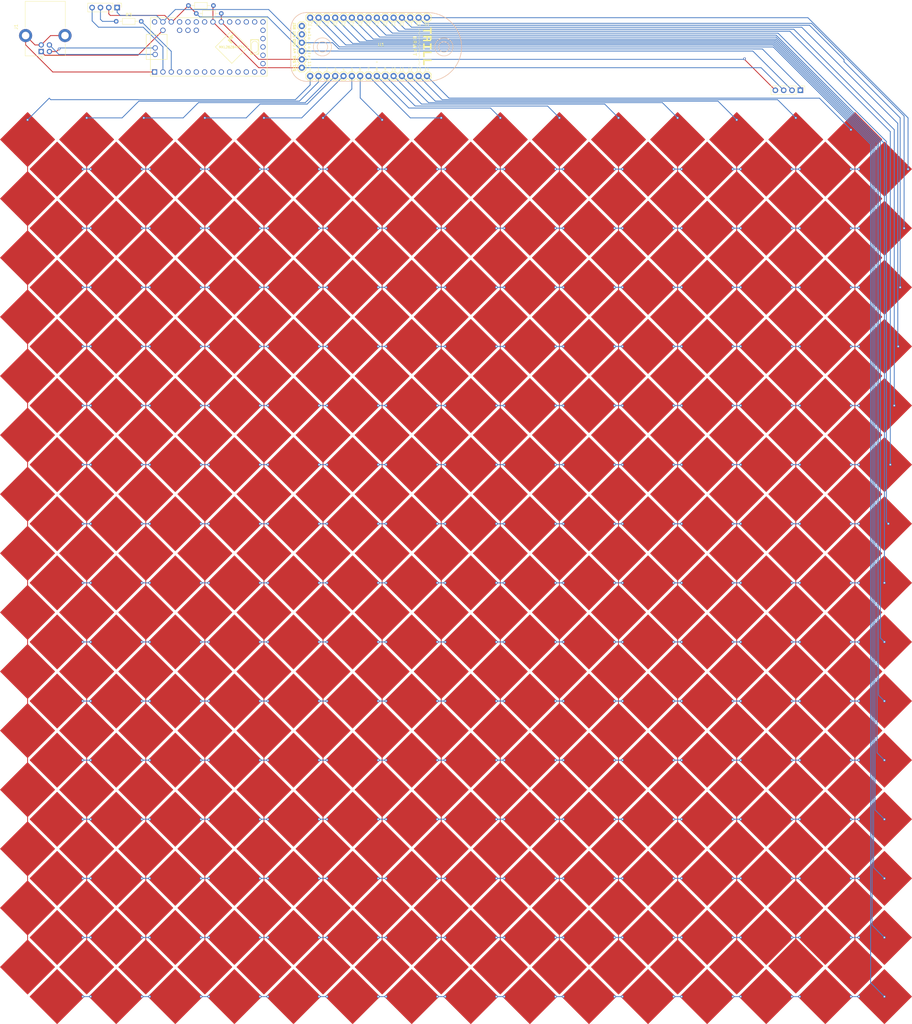
<source format=kicad_pcb>
(kicad_pcb (version 20211014) (generator pcbnew)
  (layers (0 "F.Cu" signal) (31 "B.Cu" signal) (34 "B.Paste" user) (35 "F.Paste" user) (36 "B.SilkS" user "B.Silkscreen") (37 "F.SilkS" user "F.Silkscreen") (38 "B.Mask" user) (39 "F.Mask" user) (44 "Edge.Cuts" user))
  (net 0 "")
  (net 1 "unconnected-(U1-Pad1)")
  (net 2 "unconnected-(U1-Pad2)")
  (net 3 "unconnected-(U1-Pad3)")
  (net 4 "unconnected-(U1-Pad4)")
  (net 5 "unconnected-(U1-Pad7)")
  (net 6 "unconnected-(U1-Pad8)")
  (net 7 "unconnected-(U1-Pad9)")
  (net 8 "unconnected-(U1-Pad10)")
  (net 9 "unconnected-(U1-Pad11)")
  (net 10 "unconnected-(U1-Pad12)")
  (net 11 "unconnected-(U1-Pad13)")
  (net 12 "unconnected-(U1-Pad14)")
  (net 13 "unconnected-(U1-Pad15)")
  (net 14 "unconnected-(U1-Pad16)")
  (net 15 "unconnected-(U1-Pad17)")
  (net 16 "unconnected-(U1-Pad18)")
  (net 17 "unconnected-(U1-Pad19)")
  (net 18 "unconnected-(U1-Pad20)")
  (net 19 "unconnected-(U1-Pad21)")
  (net 20 "unconnected-(U1-Pad22)")
  (net 21 "unconnected-(U1-Pad23)")
  (net 22 "unconnected-(U1-Pad24)")
  (net 23 "unconnected-(U1-Pad25)")
  (net 24 "unconnected-(U1-Pad26)")
  (net 25 "unconnected-(U1-Pad27)")
  (net 26 "unconnected-(U1-Pad28)")
  (net 27 "unconnected-(U1-Pad29)")
  (net 56 "Net-(J1-Pad1)")
  (net 57 "unconnected-(U2-Pad2)")
  (net 58 "Net-(R1-Pad1)")
  (net 59 "Net-(R1-Pad2)")
  (net 60 "Net-(R2-Pad2)")
  (net 61 "Net-(U1-Pad32)")
  (net 65 "unconnected-(U1-Pad6)")
  (net 66 "unconnected-(U1-Pad5)")
  (net 67 "unconnected-(U1-Pad0)")
  (net 68 "Net-(J1-Pad2)")
  (net 69 "Net-(J1-Pad3)")
  (net 70 "Net-(J1-Pad4)")
  (net 71 "unconnected-(R3-Pad1)")
  (net 72 "Net-(U2-Pad3)")
  (footprint "Resistor_THT:R_Axial_DIN0204_L3.6mm_D1.6mm_P7.62mm_Horizontal" (layer "F.Cu") (at 63 7.2)
    (fp_text reference "R3")
    (fp_text value "220")
  )
  (footprint "teensy:Teensy_LC" (layer "F.Cu") (at 91.2 15)
    (fp_text reference "U2" hide)
    (fp_text value "Teensy-LC")
  )
  (footprint "Connector_PinHeader_2.54mm:PinHeader_1x04_P2.54mm_Vertical" (layer "F.Cu") (at 271.4 28.2 -90)
    (fp_text reference "REF**" hide)
    (fp_text value "PinHeader_1x04_P2.54mm_Vertical" hide)
  )
  (footprint "trill-footprints:Trill_Craft" (layer "F.Cu") (at 142.2 15)
    (fp_text reference "U1")
    (fp_text value "Trill_Craft")
  )
  (footprint "Resistor_THT:R_Axial_DIN0204_L3.6mm_D1.6mm_P7.62mm_Horizontal" (layer "F.Cu") (at 84.99 2.4)
    (fp_text reference "R1" hide)
    (fp_text value "2.2k" hide)
  )
  (footprint "Resistor_THT:R_Axial_DIN0204_L3.6mm_D1.6mm_P7.62mm_Horizontal" (layer "F.Cu") (at 87.39 4.8)
    (fp_text reference "R2" hide)
    (fp_text value "2.2k" hide)
  )
  (footprint "Connector_PinHeader_2.54mm:PinHeader_1x04_P2.54mm_Vertical" (layer "F.Cu") (at 63.28 3 -90)
    (fp_text reference "REF**" hide)
    (fp_text value "PinHeader_1x04_P2.54mm_Vertical" hide)
  )
  (footprint "Connector_USB:USB_B_Lumberg_2411_02_Horizontal" (layer "F.Cu") (at 40.15 16.3875 90)
    (fp_text reference "J1")
    (fp_text value "USB_B")
  )
  (segment (start 54 87) (end 54 89.4) (width 0.25) (layer "F.Cu") (net 1))
  (segment (start 54 231) (end 54 233.4) (width 0.25) (layer "F.Cu") (net 1))
  (segment (start 54 195) (end 54 197.4) (width 0.25) (layer "F.Cu") (net 1))
  (segment (start 54 177) (end 54 179.4) (width 0.25) (layer "F.Cu") (net 1))
  (segment (start 54 267) (end 54 269.4) (width 0.25) (layer "F.Cu") (net 1))
  (segment (start 54 123) (end 54 125.4) (width 0.25) (layer "F.Cu") (net 1))
  (segment (start 54 69) (end 54 71.4) (width 0.25) (layer "F.Cu") (net 1))
  (segment (start 54 159) (end 54 161.4) (width 0.25) (layer "F.Cu") (net 1))
  (segment (start 54 213) (end 54 215.4) (width 0.25) (layer "F.Cu") (net 1))
  (segment (start 54 51) (end 54 53.4) (width 0.25) (layer "F.Cu") (net 1))
  (segment (start 54 249) (end 54 251.4) (width 0.25) (layer "F.Cu") (net 1))
  (segment (start 54 141) (end 54 143.4) (width 0.25) (layer "F.Cu") (net 1))
  (segment (start 54 285) (end 54 287.4) (width 0.25) (layer "F.Cu") (net 1))
  (segment (start 54 105) (end 54 107.4) (width 0.25) (layer "F.Cu") (net 1))
  (via (at 54 36.6) (size 0.8) (drill 0.4) (layers "F.Cu" "B.Cu") (net 1))
  (segment (start 124.616883 25.683117) (end 124.616883 23.8646) (width 0.25) (layer "B.Cu") (net 1))
  (segment (start 118.8 31.5) (end 124.616883 25.683117) (width 0.25) (layer "B.Cu") (net 1))
  (segment (start 54 36.6) (end 64.8 36.6) (width 0.25) (layer "B.Cu") (net 1))
  (segment (start 69.9 31.5) (end 118.8 31.5) (width 0.25) (layer "B.Cu") (net 1))
  (segment (start 64.8 36.6) (end 69.9 31.5) (width 0.25) (layer "B.Cu") (net 1))
  (segment (start 72 51) (end 72 53.4) (width 0.25) (layer "F.Cu") (net 2))
  (segment (start 72 231) (end 72 233.4) (width 0.25) (layer "F.Cu") (net 2))
  (segment (start 72 159) (end 72 161.4) (width 0.25) (layer "F.Cu") (net 2))
  (segment (start 72 213) (end 72 215.4) (width 0.25) (layer "F.Cu") (net 2))
  (segment (start 72 195) (end 72 197.4) (width 0.25) (layer "F.Cu") (net 2))
  (segment (start 72 123) (end 72 125.4) (width 0.25) (layer "F.Cu") (net 2))
  (segment (start 72 87) (end 72 89.4) (width 0.25) (layer "F.Cu") (net 2))
  (segment (start 72 69) (end 72 71.4) (width 0.25) (layer "F.Cu") (net 2))
  (segment (start 72 105) (end 72 107.4) (width 0.25) (layer "F.Cu") (net 2))
  (segment (start 72 141) (end 72 143.4) (width 0.25) (layer "F.Cu") (net 2))
  (segment (start 72 177) (end 72 179.4) (width 0.25) (layer "F.Cu") (net 2))
  (segment (start 72 285) (end 72 287.4) (width 0.25) (layer "F.Cu") (net 2))
  (segment (start 72 249) (end 72 251.4) (width 0.25) (layer "F.Cu") (net 2))
  (segment (start 72 267) (end 72 269.4) (width 0.25) (layer "F.Cu") (net 2))
  (via (at 71.4 36.6) (size 0.8) (drill 0.4) (layers "F.Cu" "B.Cu") (net 2))
  (segment (start 88.05 31.95) (end 83.4 36.6) (width 0.25) (layer "B.Cu") (net 2))
  (segment (start 83.4 36.6) (end 71.4 36.6) (width 0.25) (layer "B.Cu") (net 2))
  (segment (start 127.156883 23.8646) (end 127.156883 25.393117) (width 0.25) (layer "B.Cu") (net 2))
  (segment (start 127.156883 25.393117) (end 120.6 31.95) (width 0.25) (layer "B.Cu") (net 2))
  (segment (start 120.6 31.95) (end 88.05 31.95) (width 0.25) (layer "B.Cu") (net 2))
  (segment (start 90 87) (end 90 89.4) (width 0.25) (layer "F.Cu") (net 3))
  (segment (start 90 159) (end 90 161.4) (width 0.25) (layer "F.Cu") (net 3))
  (segment (start 90 123) (end 90 125.4) (width 0.25) (layer "F.Cu") (net 3))
  (segment (start 90 213) (end 90 215.4) (width 0.25) (layer "F.Cu") (net 3))
  (segment (start 90 51) (end 90 53.4) (width 0.25) (layer "F.Cu") (net 3))
  (segment (start 90 231) (end 90 233.4) (width 0.25) (layer "F.Cu") (net 3))
  (segment (start 90 69) (end 90 71.4) (width 0.25) (layer "F.Cu") (net 3))
  (segment (start 90 141) (end 90 143.4) (width 0.25) (layer "F.Cu") (net 3))
  (segment (start 90 105) (end 90 107.4) (width 0.25) (layer "F.Cu") (net 3))
  (segment (start 90 249) (end 90 251.4) (width 0.25) (layer "F.Cu") (net 3))
  (segment (start 90 285) (end 90 287.4) (width 0.25) (layer "F.Cu") (net 3))
  (segment (start 90 177) (end 90 179.4) (width 0.25) (layer "F.Cu") (net 3))
  (segment (start 90 195) (end 90 197.4) (width 0.25) (layer "F.Cu") (net 3))
  (segment (start 90 267) (end 90 269.4) (width 0.25) (layer "F.Cu") (net 3))
  (via (at 90 36.6) (size 0.8) (drill 0.4) (layers "F.Cu" "B.Cu") (net 3))
  (segment (start 121.161483 32.4) (end 106.8 32.4) (width 0.25) (layer "B.Cu") (net 3))
  (segment (start 129.696883 23.8646) (end 121.161483 32.4) (width 0.25) (layer "B.Cu") (net 3))
  (segment (start 106.8 32.4) (end 102.6 36.6) (width 0.25) (layer "B.Cu") (net 3))
  (segment (start 102.6 36.6) (end 90 36.6) (width 0.25) (layer "B.Cu") (net 3))
  (segment (start 108 231) (end 108 233.4) (width 0.25) (layer "F.Cu") (net 4))
  (segment (start 108 249) (end 108 251.4) (width 0.25) (layer "F.Cu") (net 4))
  (segment (start 108 213) (end 108 215.4) (width 0.25) (layer "F.Cu") (net 4))
  (segment (start 108 87) (end 108 89.4) (width 0.25) (layer "F.Cu") (net 4))
  (segment (start 108 123) (end 108 125.4) (width 0.25) (layer "F.Cu") (net 4))
  (segment (start 108 105) (end 108 107.4) (width 0.25) (layer "F.Cu") (net 4))
  (segment (start 108 159) (end 108 161.4) (width 0.25) (layer "F.Cu") (net 4))
  (segment (start 108 69) (end 108 71.4) (width 0.25) (layer "F.Cu") (net 4))
  (segment (start 108 141) (end 108 143.4) (width 0.25) (layer "F.Cu") (net 4))
  (segment (start 108 51) (end 108 53.4) (width 0.25) (layer "F.Cu") (net 4))
  (segment (start 108 195) (end 108 197.4) (width 0.25) (layer "F.Cu") (net 4))
  (segment (start 108 177) (end 108 179.4) (width 0.25) (layer "F.Cu") (net 4))
  (segment (start 108 267) (end 108 269.4) (width 0.25) (layer "F.Cu") (net 4))
  (segment (start 108 285) (end 108 287.4) (width 0.25) (layer "F.Cu") (net 4))
  (via (at 108 36.6) (size 0.8) (drill 0.4) (layers "F.Cu" "B.Cu") (net 4))
  (segment (start 119.501483 36.6) (end 132.236883 23.8646) (width 0.25) (layer "B.Cu") (net 4))
  (segment (start 108 36.6) (end 119.501483 36.6) (width 0.25) (layer "B.Cu") (net 4))
  (segment (start 162 141) (end 162 143.4) (width 0.25) (layer "F.Cu") (net 5))
  (segment (start 162 285) (end 162 287.4) (width 0.25) (layer "F.Cu") (net 5))
  (segment (start 162 51) (end 162 53.4) (width 0.25) (layer "F.Cu") (net 5))
  (segment (start 162 231) (end 162 233.4) (width 0.25) (layer "F.Cu") (net 5))
  (segment (start 162 87) (end 162 89.4) (width 0.25) (layer "F.Cu") (net 5))
  (segment (start 162 177) (end 162 179.4) (width 0.25) (layer "F.Cu") (net 5))
  (segment (start 162 195) (end 162 197.4) (width 0.25) (layer "F.Cu") (net 5))
  (segment (start 162 105) (end 162 107.4) (width 0.25) (layer "F.Cu") (net 5))
  (segment (start 162 249) (end 162 251.4) (width 0.25) (layer "F.Cu") (net 5))
  (segment (start 162 123) (end 162 125.4) (width 0.25) (layer "F.Cu") (net 5))
  (segment (start 162 159) (end 162 161.4) (width 0.25) (layer "F.Cu") (net 5))
  (segment (start 162 213) (end 162 215.4) (width 0.25) (layer "F.Cu") (net 5))
  (segment (start 162 69) (end 162 71.4) (width 0.25) (layer "F.Cu") (net 5))
  (segment (start 162 267) (end 162 269.4) (width 0.25) (layer "F.Cu") (net 5))
  (via (at 162 36.6) (size 0.8) (drill 0.4) (layers "F.Cu" "B.Cu") (net 5))
  (segment (start 152.592283 36.6) (end 162 36.6) (width 0.25) (layer "B.Cu") (net 5))
  (segment (start 139.856883 23.8646) (end 152.592283 36.6) (width 0.25) (layer "B.Cu") (net 5))
  (segment (start 180 177) (end 180 179.4) (width 0.25) (layer "F.Cu") (net 6))
  (segment (start 180 51) (end 180 53.4) (width 0.25) (layer "F.Cu") (net 6))
  (segment (start 180 123) (end 180 125.4) (width 0.25) (layer "F.Cu") (net 6))
  (segment (start 180 267) (end 180 269.4) (width 0.25) (layer "F.Cu") (net 6))
  (segment (start 180 231) (end 180 233.4) (width 0.25) (layer "F.Cu") (net 6))
  (segment (start 180 249) (end 180 251.4) (width 0.25) (layer "F.Cu") (net 6))
  (segment (start 180 213) (end 180 215.4) (width 0.25) (layer "F.Cu") (net 6))
  (segment (start 180 105) (end 180 107.4) (width 0.25) (layer "F.Cu") (net 6))
  (segment (start 180 195) (end 180 197.4) (width 0.25) (layer "F.Cu") (net 6))
  (segment (start 180 159) (end 180 161.4) (width 0.25) (layer "F.Cu") (net 6))
  (segment (start 180 69) (end 180 71.4) (width 0.25) (layer "F.Cu") (net 6))
  (segment (start 180 141) (end 180 143.4) (width 0.25) (layer "F.Cu") (net 6))
  (segment (start 180 285) (end 180 287.4) (width 0.25) (layer "F.Cu") (net 6))
  (segment (start 180 87) (end 180 89.4) (width 0.25) (layer "F.Cu") (net 6))
  (via (at 180 36.6) (size 0.8) (drill 0.4) (layers "F.Cu" "B.Cu") (net 6))
  (segment (start 152.132283 33.6) (end 177 33.6) (width 0.25) (layer "B.Cu") (net 6))
  (segment (start 177 33.6) (end 180 36.6) (width 0.25) (layer "B.Cu") (net 6))
  (segment (start 142.396883 23.8646) (end 152.132283 33.6) (width 0.25) (layer "B.Cu") (net 6))
  (segment (start 198 123) (end 198 125.4) (width 0.25) (layer "F.Cu") (net 7))
  (segment (start 198 141) (end 198 143.4) (width 0.25) (layer "F.Cu") (net 7))
  (segment (start 198 51) (end 198 53.4) (width 0.25) (layer "F.Cu") (net 7))
  (segment (start 198 231) (end 198 233.4) (width 0.25) (layer "F.Cu") (net 7))
  (segment (start 198 267) (end 198 269.4) (width 0.25) (layer "F.Cu") (net 7))
  (segment (start 198 159) (end 198 161.4) (width 0.25) (layer "F.Cu") (net 7))
  (segment (start 198 177) (end 198 179.4) (width 0.25) (layer "F.Cu") (net 7))
  (segment (start 198 213) (end 198 215.4) (width 0.25) (layer "F.Cu") (net 7))
  (segment (start 198 87) (end 198 89.4) (width 0.25) (layer "F.Cu") (net 7))
  (segment (start 198 195) (end 198 197.4) (width 0.25) (layer "F.Cu") (net 7))
  (segment (start 198 105) (end 198 107.4) (width 0.25) (layer "F.Cu") (net 7))
  (segment (start 198 285) (end 198 287.4) (width 0.25) (layer "F.Cu") (net 7))
  (segment (start 198 249) (end 198 251.4) (width 0.25) (layer "F.Cu") (net 7))
  (segment (start 198 69) (end 198 71.4) (width 0.25) (layer "F.Cu") (net 7))
  (via (at 198 36.6) (size 0.8) (drill 0.4) (layers "F.Cu" "B.Cu") (net 7))
  (segment (start 154.072283 33) (end 194.4 33) (width 0.25) (layer "B.Cu") (net 7))
  (segment (start 194.4 33) (end 198 36.6) (width 0.25) (layer "B.Cu") (net 7))
  (segment (start 144.936883 23.8646) (end 154.072283 33) (width 0.25) (layer "B.Cu") (net 7))
  (segment (start 216 231) (end 216 233.4) (width 0.25) (layer "F.Cu") (net 8))
  (segment (start 216 195) (end 216 197.4) (width 0.25) (layer "F.Cu") (net 8))
  (segment (start 216 141) (end 216 143.4) (width 0.25) (layer "F.Cu") (net 8))
  (segment (start 216 213) (end 216 215.4) (width 0.25) (layer "F.Cu") (net 8))
  (segment (start 216 159) (end 216 161.4) (width 0.25) (layer "F.Cu") (net 8))
  (segment (start 216 105) (end 216 107.4) (width 0.25) (layer "F.Cu") (net 8))
  (segment (start 216 87) (end 216 89.4) (width 0.25) (layer "F.Cu") (net 8))
  (segment (start 216 249) (end 216 251.4) (width 0.25) (layer "F.Cu") (net 8))
  (segment (start 216 123) (end 216 125.4) (width 0.25) (layer "F.Cu") (net 8))
  (segment (start 216 69) (end 216 71.4) (width 0.25) (layer "F.Cu") (net 8))
  (segment (start 216 267) (end 216 269.4) (width 0.25) (layer "F.Cu") (net 8))
  (segment (start 216 285) (end 216 287.4) (width 0.25) (layer "F.Cu") (net 8))
  (segment (start 216 177) (end 216 179.4) (width 0.25) (layer "F.Cu") (net 8))
  (segment (start 216 51) (end 216 53.4) (width 0.25) (layer "F.Cu") (net 8))
  (via (at 216 36.6) (size 0.8) (drill 0.4) (layers "F.Cu" "B.Cu") (net 8))
  (segment (start 211.8 32.4) (end 216 36.6) (width 0.25) (layer "B.Cu") (net 8))
  (segment (start 156.012283 32.4) (end 211.8 32.4) (width 0.25) (layer "B.Cu") (net 8))
  (segment (start 147.476883 23.8646) (end 156.012283 32.4) (width 0.25) (layer "B.Cu") (net 8))
  (segment (start 234 123) (end 234 125.4) (width 0.25) (layer "F.Cu") (net 9))
  (segment (start 234 195) (end 234 197.4) (width 0.25) (layer "F.Cu") (net 9))
  (segment (start 234 141) (end 234 143.4) (width 0.25) (layer "F.Cu") (net 9))
  (segment (start 234 105) (end 234 107.4) (width 0.25) (layer "F.Cu") (net 9))
  (segment (start 234 69) (end 234 71.4) (width 0.25) (layer "F.Cu") (net 9))
  (segment (start 234 285) (end 234 287.4) (width 0.25) (layer "F.Cu") (net 9))
  (segment (start 234 177) (end 234 179.4) (width 0.25) (layer "F.Cu") (net 9))
  (segment (start 234 213) (end 234 215.4) (width 0.25) (layer "F.Cu") (net 9))
  (segment (start 234 159) (end 234 161.4) (width 0.25) (layer "F.Cu") (net 9))
  (segment (start 234 87) (end 234 89.4) (width 0.25) (layer "F.Cu") (net 9))
  (segment (start 234 231) (end 234 233.4) (width 0.25) (layer "F.Cu") (net 9))
  (segment (start 234 267) (end 234 269.4) (width 0.25) (layer "F.Cu") (net 9))
  (segment (start 234 249) (end 234 251.4) (width 0.25) (layer "F.Cu") (net 9))
  (segment (start 234 51) (end 234 53.4) (width 0.25) (layer "F.Cu") (net 9))
  (via (at 234 36.6) (size 0.8) (drill 0.4) (layers "F.Cu" "B.Cu") (net 9))
  (segment (start 150.016883 23.8646) (end 158.102283 31.95) (width 0.25) (layer "B.Cu") (net 9))
  (segment (start 229.35 31.95) (end 234 36.6) (width 0.25) (layer "B.Cu") (net 9))
  (segment (start 158.102283 31.95) (end 229.35 31.95) (width 0.25) (layer "B.Cu") (net 9))
  (segment (start 252 69) (end 252 71.4) (width 0.25) (layer "F.Cu") (net 10))
  (segment (start 252 141) (end 252 143.4) (width 0.25) (layer "F.Cu") (net 10))
  (segment (start 252 249) (end 252 251.4) (width 0.25) (layer "F.Cu") (net 10))
  (segment (start 252 105) (end 252 107.4) (width 0.25) (layer "F.Cu") (net 10))
  (segment (start 252 177) (end 252 179.4) (width 0.25) (layer "F.Cu") (net 10))
  (segment (start 252 123) (end 252 125.4) (width 0.25) (layer "F.Cu") (net 10))
  (segment (start 252 285) (end 252 287.4) (width 0.25) (layer "F.Cu") (net 10))
  (segment (start 252 159) (end 252 161.4) (width 0.25) (layer "F.Cu") (net 10))
  (segment (start 252 231) (end 252 233.4) (width 0.25) (layer "F.Cu") (net 10))
  (segment (start 252 213) (end 252 215.4) (width 0.25) (layer "F.Cu") (net 10))
  (segment (start 252 51) (end 252 53.4) (width 0.25) (layer "F.Cu") (net 10))
  (segment (start 252 87) (end 252 89.4) (width 0.25) (layer "F.Cu") (net 10))
  (segment (start 252 267) (end 252 269.4) (width 0.25) (layer "F.Cu") (net 10))
  (segment (start 252 195) (end 252 197.4) (width 0.25) (layer "F.Cu") (net 10))
  (via (at 252 37.2) (size 0.8) (drill 0.4) (layers "F.Cu" "B.Cu") (net 10))
  (segment (start 152.556883 23.8646) (end 160.192283 31.5) (width 0.25) (layer "B.Cu") (net 10))
  (segment (start 246.3 31.5) (end 252 37.2) (width 0.25) (layer "B.Cu") (net 10))
  (segment (start 160.192283 31.5) (end 246.3 31.5) (width 0.25) (layer "B.Cu") (net 10))
  (segment (start 270 69) (end 270 71.4) (width 0.25) (layer "F.Cu") (net 11))
  (segment (start 270 123) (end 270 125.4) (width 0.25) (layer "F.Cu") (net 11))
  (segment (start 270 105) (end 270 107.4) (width 0.25) (layer "F.Cu") (net 11))
  (segment (start 270 249) (end 270 251.4) (width 0.25) (layer "F.Cu") (net 11))
  (segment (start 270 231) (end 270 233.4) (width 0.25) (layer "F.Cu") (net 11))
  (segment (start 270 51) (end 270 53.4) (width 0.25) (layer "F.Cu") (net 11))
  (segment (start 270 159) (end 270 161.4) (width 0.25) (layer "F.Cu") (net 11))
  (segment (start 270 177) (end 270 179.4) (width 0.25) (layer "F.Cu") (net 11))
  (segment (start 270 267) (end 270 269.4) (width 0.25) (layer "F.Cu") (net 11))
  (segment (start 270 213) (end 270 215.4) (width 0.25) (layer "F.Cu") (net 11))
  (segment (start 270 285) (end 270 287.4) (width 0.25) (layer "F.Cu") (net 11))
  (segment (start 270 195) (end 270 197.4) (width 0.25) (layer "F.Cu") (net 11))
  (segment (start 270 141) (end 270 143.4) (width 0.25) (layer "F.Cu") (net 11))
  (segment (start 270 87) (end 270 89.4) (width 0.25) (layer "F.Cu") (net 11))
  (via (at 270 36.6) (size 0.8) (drill 0.4) (layers "F.Cu" "B.Cu") (net 11))
  (segment (start 264.45 31.05) (end 270 36.6) (width 0.25) (layer "B.Cu") (net 11))
  (segment (start 162.282283 31.05) (end 264.45 31.05) (width 0.25) (layer "B.Cu") (net 11))
  (segment (start 155.096883 23.8646) (end 162.282283 31.05) (width 0.25) (layer "B.Cu") (net 11))
  (segment (start 288 249) (end 288 251.4) (width 0.25) (layer "F.Cu") (net 12))
  (segment (start 288 231) (end 288 233.4) (width 0.25) (layer "F.Cu") (net 12))
  (segment (start 288 195) (end 288 197.4) (width 0.25) (layer "F.Cu") (net 12))
  (segment (start 288 87) (end 288 89.4) (width 0.25) (layer "F.Cu") (net 12))
  (segment (start 288 213) (end 288 215.4) (width 0.25) (layer "F.Cu") (net 12))
  (segment (start 288 285) (end 288 287.4) (width 0.25) (layer "F.Cu") (net 12))
  (segment (start 288 267) (end 288 269.4) (width 0.25) (layer "F.Cu") (net 12))
  (segment (start 288 51) (end 288 53.4) (width 0.25) (layer "F.Cu") (net 12))
  (segment (start 288 105) (end 288 107.4) (width 0.25) (layer "F.Cu") (net 12))
  (segment (start 288 141) (end 288 143.4) (width 0.25) (layer "F.Cu") (net 12))
  (segment (start 288 69) (end 288 71.4) (width 0.25) (layer "F.Cu") (net 12))
  (segment (start 288 177) (end 288 179.4) (width 0.25) (layer "F.Cu") (net 12))
  (segment (start 288 123) (end 288 125.4) (width 0.25) (layer "F.Cu") (net 12))
  (segment (start 288 159) (end 288 161.4) (width 0.25) (layer "F.Cu") (net 12))
  (via (at 286.8 40.2) (size 0.8) (drill 0.4) (layers "F.Cu" "B.Cu") (net 12))
  (segment (start 277.2 30.6) (end 286.8 40.2) (width 0.25) (layer "B.Cu") (net 12))
  (segment (start 157.636883 23.8646) (end 164.372283 30.6) (width 0.25) (layer "B.Cu") (net 12))
  (segment (start 164.372283 30.6) (end 277.2 30.6) (width 0.25) (layer "B.Cu") (net 12))
  (via (at 304.2 52.2) (size 0.8) (drill 0.4) (layers "F.Cu" "B.Cu") (net 13))
  (via (at 109.2 52.2) (size 0.8) (drill 0.4) (layers "F.Cu" "B.Cu") (net 13))
  (via (at 88.8 52.2) (size 0.8) (drill 0.4) (layers "F.Cu" "B.Cu") (net 13))
  (via (at 214.8 52.2) (size 0.8) (drill 0.4) (layers "F.Cu" "B.Cu") (net 13))
  (via (at 253.2 52.2) (size 0.8) (drill 0.4) (layers "F.Cu" "B.Cu") (net 13))
  (via (at 196.8 52.2) (size 0.8) (drill 0.4) (layers "F.Cu" "B.Cu") (net 13))
  (via (at 250.8 52.2) (size 0.8) (drill 0.4) (layers "F.Cu" "B.Cu") (net 13))
  (via (at 271.2 52.2) (size 0.8) (drill 0.4) (layers "F.Cu" "B.Cu") (net 13))
  (via (at 178.8 52.2) (size 0.8) (drill 0.4) (layers "F.Cu" "B.Cu") (net 13))
  (via (at 52.8 52.2) (size 0.8) (drill 0.4) (layers "F.Cu" "B.Cu") (net 13))
  (via (at 91.2 52.2) (size 0.8) (drill 0.4) (layers "F.Cu" "B.Cu") (net 13))
  (via (at 232.8 52.2) (size 0.8) (drill 0.4) (layers "F.Cu" "B.Cu") (net 13))
  (via (at 73.2 52.2) (size 0.8) (drill 0.4) (layers "F.Cu" "B.Cu") (net 13))
  (via (at 289.2 52.2) (size 0.8) (drill 0.4) (layers "F.Cu" "B.Cu") (net 13))
  (via (at 160.8 52.2) (size 0.8) (drill 0.4) (layers "F.Cu" "B.Cu") (net 13))
  (via (at 286.8 52.2) (size 0.8) (drill 0.4) (layers "F.Cu" "B.Cu") (net 13))
  (via (at 268.8 52.2) (size 0.8) (drill 0.4) (layers "F.Cu" "B.Cu") (net 13))
  (via (at 55.2 52.2) (size 0.8) (drill 0.4) (layers "F.Cu" "B.Cu") (net 13))
  (via (at 163.2 52.2) (size 0.8) (drill 0.4) (layers "F.Cu" "B.Cu") (net 13))
  (via (at 70.8 52.2) (size 0.8) (drill 0.4) (layers "F.Cu" "B.Cu") (net 13))
  (via (at 145.2 52.2) (size 0.8) (drill 0.4) (layers "F.Cu" "B.Cu") (net 13))
  (via (at 181.2 52.2) (size 0.8) (drill 0.4) (layers "F.Cu" "B.Cu") (net 13))
  (via (at 235.2 52.2) (size 0.8) (drill 0.4) (layers "F.Cu" "B.Cu") (net 13))
  (via (at 106.8 52.2) (size 0.8) (drill 0.4) (layers "F.Cu" "B.Cu") (net 13))
  (via (at 217.2 52.2) (size 0.8) (drill 0.4) (layers "F.Cu" "B.Cu") (net 13))
  (via (at 142.8 52.2) (size 0.8) (drill 0.4) (layers "F.Cu" "B.Cu") (net 13))
  (via (at 199.2 52.2) (size 0.8) (drill 0.4) (layers "F.Cu" "B.Cu") (net 13))
  (via (at 127.2 52.2) (size 0.8) (drill 0.4) (layers "F.Cu" "B.Cu") (net 13))
  (via (at 124.8 52.2) (size 0.8) (drill 0.4) (layers "F.Cu" "B.Cu") (net 13))
  (segment (start 235.2 52.2) (end 232.8 52.2) (width 0.25) (layer "B.Cu") (net 13))
  (segment (start 289.2 52.2) (end 286.8 52.2) (width 0.25) (layer "B.Cu") (net 13))
  (segment (start 163.2 52.2) (end 160.8 52.2) (width 0.25) (layer "B.Cu") (net 13))
  (segment (start 109.2 52.2) (end 106.8 52.2) (width 0.25) (layer "B.Cu") (net 13))
  (segment (start 145.2 52.2) (end 142.8 52.2) (width 0.25) (layer "B.Cu") (net 13))
  (segment (start 55.2 52.2) (end 52.8 52.2) (width 0.25) (layer "B.Cu") (net 13))
  (segment (start 181.2 52.2) (end 178.8 52.2) (width 0.25) (layer "B.Cu") (net 13))
  (segment (start 91.2 52.2) (end 88.8 52.2) (width 0.25) (layer "B.Cu") (net 13))
  (segment (start 253.2 52.2) (end 250.8 52.2) (width 0.25) (layer "B.Cu") (net 13))
  (segment (start 157.636883 6.0846) (end 273.6846 6.0846) (width 0.25) (layer "B.Cu") (net 13))
  (segment (start 304.2 36.6) (end 304.2 52.2) (width 0.25) (layer "B.Cu") (net 13))
  (segment (start 127.2 52.2) (end 124.8 52.2) (width 0.25) (layer "B.Cu") (net 13))
  (segment (start 199.2 52.2) (end 196.8 52.2) (width 0.25) (layer "B.Cu") (net 13))
  (segment (start 217.2 52.2) (end 214.8 52.2) (width 0.25) (layer "B.Cu") (net 13))
  (segment (start 273.6846 6.0846) (end 304.2 36.6) (width 0.25) (layer "B.Cu") (net 13))
  (segment (start 271.2 52.2) (end 268.8 52.2) (width 0.25) (layer "B.Cu") (net 13))
  (segment (start 73.2 52.2) (end 70.8 52.2) (width 0.25) (layer "B.Cu") (net 13))
  (via (at 289.2 70.2) (size 0.8) (drill 0.4) (layers "F.Cu" "B.Cu") (net 14))
  (via (at 124.8 70.2) (size 0.8) (drill 0.4) (layers "F.Cu" "B.Cu") (net 14))
  (via (at 286.8 70.2) (size 0.8) (drill 0.4) (layers "F.Cu" "B.Cu") (net 14))
  (via (at 142.8 70.2) (size 0.8) (drill 0.4) (layers "F.Cu" "B.Cu") (net 14))
  (via (at 253.2 70.2) (size 0.8) (drill 0.4) (layers "F.Cu" "B.Cu") (net 14))
  (via (at 214.8 70.2) (size 0.8) (drill 0.4) (layers "F.Cu" "B.Cu") (net 14))
  (via (at 232.8 70.2) (size 0.8) (drill 0.4) (layers "F.Cu" "B.Cu") (net 14))
  (via (at 217.2 70.2) (size 0.8) (drill 0.4) (layers "F.Cu" "B.Cu") (net 14))
  (via (at 268.8 70.2) (size 0.8) (drill 0.4) (layers "F.Cu" "B.Cu") (net 14))
  (via (at 55.2 70.2) (size 0.8) (drill 0.4) (layers "F.Cu" "B.Cu") (net 14))
  (via (at 235.2 70.2) (size 0.8) (drill 0.4) (layers "F.Cu" "B.Cu") (net 14))
  (via (at 52.8 70.2) (size 0.8) (drill 0.4) (layers "F.Cu" "B.Cu") (net 14))
  (via (at 178.8 70.2) (size 0.8) (drill 0.4) (layers "F.Cu" "B.Cu") (net 14))
  (via (at 160.8 70.2) (size 0.8) (drill 0.4) (layers "F.Cu" "B.Cu") (net 14))
  (via (at 127.2 70.2) (size 0.8) (drill 0.4) (layers "F.Cu" "B.Cu") (net 14))
  (via (at 181.2 70.2) (size 0.8) (drill 0.4) (layers "F.Cu" "B.Cu") (net 14))
  (via (at 163.2 70.2) (size 0.8) (drill 0.4) (layers "F.Cu" "B.Cu") (net 14))
  (via (at 109.2 70.2) (size 0.8) (drill 0.4) (layers "F.Cu" "B.Cu") (net 14))
  (via (at 73.2 70.2) (size 0.8) (drill 0.4) (layers "F.Cu" "B.Cu") (net 14))
  (via (at 70.8 70.2) (size 0.8) (drill 0.4) (layers "F.Cu" "B.Cu") (net 14))
  (via (at 88.8 70.2) (size 0.8) (drill 0.4) (layers "F.Cu" "B.Cu") (net 14))
  (via (at 250.8 70.2) (size 0.8) (drill 0.4) (layers "F.Cu" "B.Cu") (net 14))
  (via (at 91.2 70.2) (size 0.8) (drill 0.4) (layers "F.Cu" "B.Cu") (net 14))
  (via (at 145.2 70.2) (size 0.8) (drill 0.4) (layers "F.Cu" "B.Cu") (net 14))
  (via (at 303 70.2) (size 0.8) (drill 0.4) (layers "F.Cu" "B.Cu") (net 14))
  (via (at 106.8 70.2) (size 0.8) (drill 0.4) (layers "F.Cu" "B.Cu") (net 14))
  (via (at 271.2 70.2) (size 0.8) (drill 0.4) (layers "F.Cu" "B.Cu") (net 14))
  (via (at 199.2 70.2) (size 0.8) (drill 0.4) (layers "F.Cu" "B.Cu") (net 14))
  (via (at 196.8 70.2) (size 0.8) (drill 0.4) (layers "F.Cu" "B.Cu") (net 14))
  (segment (start 235.2 70.2) (end 232.8 70.2) (width 0.25) (layer "B.Cu") (net 14))
  (segment (start 217.2 70.2) (end 214.8 70.2) (width 0.25) (layer "B.Cu") (net 14))
  (segment (start 253.2 70.2) (end 250.8 70.2) (width 0.25) (layer "B.Cu") (net 14))
  (segment (start 145.2 70.2) (end 142.8 70.2) (width 0.25) (layer "B.Cu") (net 14))
  (segment (start 109.2 70.2) (end 106.8 70.2) (width 0.25) (layer "B.Cu") (net 14))
  (segment (start 73.2 70.2) (end 70.8 70.2) (width 0.25) (layer "B.Cu") (net 14))
  (segment (start 289.2 70.2) (end 286.8 70.2) (width 0.25) (layer "B.Cu") (net 14))
  (segment (start 127.2 70.2) (end 124.8 70.2) (width 0.25) (layer "B.Cu") (net 14))
  (segment (start 55.2 70.2) (end 52.8 70.2) (width 0.25) (layer "B.Cu") (net 14))
  (segment (start 91.2 70.2) (end 88.8 70.2) (width 0.25) (layer "B.Cu") (net 14))
  (segment (start 155.096883 6.0846) (end 156.830481 7.818198) (width 0.25) (layer "B.Cu") (net 14))
  (segment (start 303 36.036396) (end 303 70.2) (width 0.25) (layer "B.Cu") (net 14))
  (segment (start 274.781802 7.818198) (end 303 36.036396) (width 0.25) (layer "B.Cu") (net 14))
  (segment (start 156.830481 7.818198) (end 274.781802 7.818198) (width 0.25) (layer "B.Cu") (net 14))
  (segment (start 163.2 70.2) (end 160.8 70.2) (width 0.25) (layer "B.Cu") (net 14))
  (segment (start 181.2 70.2) (end 178.8 70.2) (width 0.25) (layer "B.Cu") (net 14))
  (segment (start 271.2 70.2) (end 268.8 70.2) (width 0.25) (layer "B.Cu") (net 14))
  (segment (start 199.2 70.2) (end 196.8 70.2) (width 0.25) (layer "B.Cu") (net 14))
  (via (at 301.8 88.2) (size 0.8) (drill 0.4) (layers "F.Cu" "B.Cu") (net 15))
  (via (at 217.2 88.2) (size 0.8) (drill 0.4) (layers "F.Cu" "B.Cu") (net 15))
  (via (at 196.8 88.2) (size 0.8) (drill 0.4) (layers "F.Cu" "B.Cu") (net 15))
  (via (at 160.8 88.2) (size 0.8) (drill 0.4) (layers "F.Cu" "B.Cu") (net 15))
  (via (at 253.2 88.2) (size 0.8) (drill 0.4) (layers "F.Cu" "B.Cu") (net 15))
  (via (at 289.2 88.2) (size 0.8) (drill 0.4) (layers "F.Cu" "B.Cu") (net 15))
  (via (at 73.2 88.2) (size 0.8) (drill 0.4) (layers "F.Cu" "B.Cu") (net 15))
  (via (at 109.2 88.2) (size 0.8) (drill 0.4) (layers "F.Cu" "B.Cu") (net 15))
  (via (at 178.8 88.2) (size 0.8) (drill 0.4) (layers "F.Cu" "B.Cu") (net 15))
  (via (at 181.2 88.2) (size 0.8) (drill 0.4) (layers "F.Cu" "B.Cu") (net 15))
  (via (at 199.2 88.2) (size 0.8) (drill 0.4) (layers "F.Cu" "B.Cu") (net 15))
  (via (at 286.8 88.2) (size 0.8) (drill 0.4) (layers "F.Cu" "B.Cu") (net 15))
  (via (at 106.8 88.2) (size 0.8) (drill 0.4) (layers "F.Cu" "B.Cu") (net 15))
  (via (at 271.2 88.2) (size 0.8) (drill 0.4) (layers "F.Cu" "B.Cu") (net 15))
  (via (at 232.8 88.2) (size 0.8) (drill 0.4) (layers "F.Cu" "B.Cu") (net 15))
  (via (at 163.2 88.2) (size 0.8) (drill 0.4) (layers "F.Cu" "B.Cu") (net 15))
  (via (at 55.2 88.2) (size 0.8) (drill 0.4) (layers "F.Cu" "B.Cu") (net 15))
  (via (at 145.2 88.2) (size 0.8) (drill 0.4) (layers "F.Cu" "B.Cu") (net 15))
  (via (at 52.8 88.2) (size 0.8) (drill 0.4) (layers "F.Cu" "B.Cu") (net 15))
  (via (at 91.2 88.2) (size 0.8) (drill 0.4) (layers "F.Cu" "B.Cu") (net 15))
  (via (at 268.8 88.2) (size 0.8) (drill 0.4) (layers "F.Cu" "B.Cu") (net 15))
  (via (at 88.8 88.2) (size 0.8) (drill 0.4) (layers "F.Cu" "B.Cu") (net 15))
  (via (at 70.8 88.2) (size 0.8) (drill 0.4) (layers "F.Cu" "B.Cu") (net 15))
  (via (at 124.8 88.2) (size 0.8) (drill 0.4) (layers "F.Cu" "B.Cu") (net 15))
  (via (at 127.2 88.2) (size 0.8) (drill 0.4) (layers "F.Cu" "B.Cu") (net 15))
  (via (at 235.2 88.2) (size 0.8) (drill 0.4) (layers "F.Cu" "B.Cu") (net 15))
  (via (at 142.8 88.2) (size 0.8) (drill 0.4) (layers "F.Cu" "B.Cu") (net 15))
  (via (at 214.8 88.2) (size 0.8) (drill 0.4) (layers "F.Cu" "B.Cu") (net 15))
  (via (at 250.8 88.2) (size 0.8) (drill 0.4) (layers "F.Cu" "B.Cu") (net 15))
  (segment (start 199.2 88.2) (end 196.8 88.2) (width 0.25) (layer "B.Cu") (net 15))
  (segment (start 163.2 88.2) (end 160.8 88.2) (width 0.25) (layer "B.Cu") (net 15))
  (segment (start 289.2 88.2) (end 286.8 88.2) (width 0.25) (layer "B.Cu") (net 15))
  (segment (start 91.2 88.2) (end 88.8 88.2) (width 0.25) (layer "B.Cu") (net 15))
  (segment (start 217.2 88.2) (end 214.8 88.2) (width 0.25) (layer "B.Cu") (net 15))
  (segment (start 274.2 8.4) (end 284.7 18.9) (width 0.25) (layer "B.Cu") (net 15))
  (segment (start 73.2 88.2) (end 70.8 88.2) (width 0.25) (layer "B.Cu") (net 15))
  (segment (start 154.872283 8.4) (end 274.2 8.4) (width 0.25) (layer "B.Cu") (net 15))
  (segment (start 301.8 36.6) (end 301.8 88.2) (width 0.25) (layer "B.Cu") (net 15))
  (segment (start 271.2 88.2) (end 268.8 88.2) (width 0.25) (layer "B.Cu") (net 15))
  (segment (start 127.2 88.2) (end 124.8 88.2) (width 0.25) (layer "B.Cu") (net 15))
  (segment (start 253.2 88.2) (end 250.8 88.2) (width 0.25) (layer "B.Cu") (net 15))
  (segment (start 284.7 19.5) (end 301.8 36.6) (width 0.25) (layer "B.Cu") (net 15))
  (segment (start 109.2 88.2) (end 106.8 88.2) (width 0.25) (layer "B.Cu") (net 15))
  (segment (start 284.7 18.9) (end 284.7 19.5) (width 0.25) (layer "B.Cu") (net 15))
  (segment (start 152.556883 6.0846) (end 154.872283 8.4) (width 0.25) (layer "B.Cu") (net 15))
  (segment (start 235.2 88.2) (end 232.8 88.2) (width 0.25) (layer "B.Cu") (net 15))
  (segment (start 181.2 88.2) (end 178.8 88.2) (width 0.25) (layer "B.Cu") (net 15))
  (segment (start 55.2 88.2) (end 52.8 88.2) (width 0.25) (layer "B.Cu") (net 15))
  (segment (start 145.2 88.2) (end 142.8 88.2) (width 0.25) (layer "B.Cu") (net 15))
  (via (at 160.8 106.2) (size 0.8) (drill 0.4) (layers "F.Cu" "B.Cu") (net 16))
  (via (at 250.8 106.2) (size 0.8) (drill 0.4) (layers "F.Cu" "B.Cu") (net 16))
  (via (at 232.8 106.2) (size 0.8) (drill 0.4) (layers "F.Cu" "B.Cu") (net 16))
  (via (at 253.2 106.2) (size 0.8) (drill 0.4) (layers "F.Cu" "B.Cu") (net 16))
  (via (at 109.2 106.2) (size 0.8) (drill 0.4) (layers "F.Cu" "B.Cu") (net 16))
  (via (at 142.8 106.2) (size 0.8) (drill 0.4) (layers "F.Cu" "B.Cu") (net 16))
  (via (at 268.8 106.2) (size 0.8) (drill 0.4) (layers "F.Cu" "B.Cu") (net 16))
  (via (at 163.2 106.2) (size 0.8) (drill 0.4) (layers "F.Cu" "B.Cu") (net 16))
  (via (at 124.8 106.2) (size 0.8) (drill 0.4) (layers "F.Cu" "B.Cu") (net 16))
  (via (at 181.2 106.2) (size 0.8) (drill 0.4) (layers "F.Cu" "B.Cu") (net 16))
  (via (at 88.8 106.2) (size 0.8) (drill 0.4) (layers "F.Cu" "B.Cu") (net 16))
  (via (at 271.2 106.2) (size 0.8) (drill 0.4) (layers "F.Cu" "B.Cu") (net 16))
  (via (at 289.2 106.2) (size 0.8) (drill 0.4) (layers "F.Cu" "B.Cu") (net 16))
  (via (at 145.2 106.2) (size 0.8) (drill 0.4) (layers "F.Cu" "B.Cu") (net 16))
  (via (at 127.2 106.2) (size 0.8) (drill 0.4) (layers "F.Cu" "B.Cu") (net 16))
  (via (at 73.2 106.2) (size 0.8) (drill 0.4) (layers "F.Cu" "B.Cu") (net 16))
  (via (at 199.2 106.2) (size 0.8) (drill 0.4) (layers "F.Cu" "B.Cu") (net 16))
  (via (at 55.2 106.2) (size 0.8) (drill 0.4) (layers "F.Cu" "B.Cu") (net 16))
  (via (at 217.2 106.2) (size 0.8) (drill 0.4) (layers "F.Cu" "B.Cu") (net 16))
  (via (at 301.2 106.2) (size 0.8) (drill 0.4) (layers "F.Cu" "B.Cu") (net 16))
  (via (at 286.8 106.2) (size 0.8) (drill 0.4) (layers "F.Cu" "B.Cu") (net 16))
  (via (at 235.2 106.2) (size 0.8) (drill 0.4) (layers "F.Cu" "B.Cu") (net 16))
  (via (at 91.2 106.2) (size 0.8) (drill 0.4) (layers "F.Cu" "B.Cu") (net 16))
  (via (at 52.8 106.2) (size 0.8) (drill 0.4) (layers "F.Cu" "B.Cu") (net 16))
  (via (at 214.8 106.2) (size 0.8) (drill 0.4) (layers "F.Cu" "B.Cu") (net 16))
  (via (at 106.8 106.2) (size 0.8) (drill 0.4) (layers "F.Cu" "B.Cu") (net 16))
  (via (at 196.8 106.2) (size 0.8) (drill 0.4) (layers "F.Cu" "B.Cu") (net 16))
  (via (at 70.8 106.2) (size 0.8) (drill 0.4) (layers "F.Cu" "B.Cu") (net 16))
  (via (at 178.8 106.2) (size 0.8) (drill 0.4) (layers "F.Cu" "B.Cu") (net 16))
  (segment (start 152.932283 9) (end 271.8 9) (width 0.25) (layer "B.Cu") (net 16))
  (segment (start 217.2 106.2) (end 214.8 106.2) (width 0.25) (layer "B.Cu") (net 16))
  (segment (start 150.016883 6.0846) (end 152.932283 9) (width 0.25) (layer "B.Cu") (net 16))
  (segment (start 163.2 106.2) (end 160.8 106.2) (width 0.25) (layer "B.Cu") (net 16))
  (segment (start 301.075 106.075) (end 301.2 106.2) (width 0.25) (layer "B.Cu") (net 16))
  (segment (start 289.2 106.2) (end 286.8 106.2) (width 0.25) (layer "B.Cu") (net 16))
  (segment (start 271.2 106.2) (end 268.8 106.2) (width 0.25) (layer "B.Cu") (net 16))
  (segment (start 235.2 106.2) (end 232.8 106.2) (width 0.25) (layer "B.Cu") (net 16))
  (segment (start 127.2 106.2) (end 124.8 106.2) (width 0.25) (layer "B.Cu") (net 16))
  (segment (start 253.2 106.2) (end 250.8 106.2) (width 0.25) (layer "B.Cu") (net 16))
  (segment (start 301.075 38.275) (end 301.075 106.075) (width 0.25) (layer "B.Cu") (net 16))
  (segment (start 199.2 106.2) (end 196.8 106.2) (width 0.25) (layer "B.Cu") (net 16))
  (segment (start 271.8 9) (end 301.075 38.275) (width 0.25) (layer "B.Cu") (net 16))
  (segment (start 55.2 106.2) (end 52.8 106.2) (width 0.25) (layer "B.Cu") (net 16))
  (segment (start 181.2 106.2) (end 178.8 106.2) (width 0.25) (layer "B.Cu") (net 16))
  (segment (start 109.2 106.2) (end 106.8 106.2) (width 0.25) (layer "B.Cu") (net 16))
  (segment (start 91.2 106.2) (end 88.8 106.2) (width 0.25) (layer "B.Cu") (net 16))
  (segment (start 145.2 106.2) (end 142.8 106.2) (width 0.25) (layer "B.Cu") (net 16))
  (segment (start 73.2 106.2) (end 70.8 106.2) (width 0.25) (layer "B.Cu") (net 16))
  (via (at 268.8 124.2) (size 0.8) (drill 0.4) (layers "F.Cu" "B.Cu") (net 17))
  (via (at 142.8 124.2) (size 0.8) (drill 0.4) (layers "F.Cu" "B.Cu") (net 17))
  (via (at 106.8 124.2) (size 0.8) (drill 0.4) (layers "F.Cu" "B.Cu") (net 17))
  (via (at 217.2 124.2) (size 0.8) (drill 0.4) (layers "F.Cu" "B.Cu") (net 17))
  (via (at 196.8 124.2) (size 0.8) (drill 0.4) (layers "F.Cu" "B.Cu") (net 17))
  (via (at 199.2 124.2) (size 0.8) (drill 0.4) (layers "F.Cu" "B.Cu") (net 17))
  (via (at 127.2 124.2) (size 0.8) (drill 0.4) (layers "F.Cu" "B.Cu") (net 17))
  (via (at 124.8 124.2) (size 0.8) (drill 0.4) (layers "F.Cu" "B.Cu") (net 17))
  (via (at 88.8 124.2) (size 0.8) (drill 0.4) (layers "F.Cu" "B.Cu") (net 17))
  (via (at 91.2 124.2) (size 0.8) (drill 0.4) (layers "F.Cu" "B.Cu") (net 17))
  (via (at 181.2 124.2) (size 0.8) (drill 0.4) (layers "F.Cu" "B.Cu") (net 17))
  (via (at 178.8 124.2) (size 0.8) (drill 0.4) (layers "F.Cu" "B.Cu") (net 17))
  (via (at 289.2 124.2) (size 0.8) (drill 0.4) (layers "F.Cu" "B.Cu") (net 17))
  (via (at 232.8 124.2) (size 0.8) (drill 0.4) (layers "F.Cu" "B.Cu") (net 17))
  (via (at 214.8 124.2) (size 0.8) (drill 0.4) (layers "F.Cu" "B.Cu") (net 17))
  (via (at 160.8 124.2) (size 0.8) (drill 0.4) (layers "F.Cu" "B.Cu") (net 17))
  (via (at 235.2 124.2) (size 0.8) (drill 0.4) (layers "F.Cu" "B.Cu") (net 17))
  (via (at 253.2 124.2) (size 0.8) (drill 0.4) (layers "F.Cu" "B.Cu") (net 17))
  (via (at 70.8 124.2) (size 0.8) (drill 0.4) (layers "F.Cu" "B.Cu") (net 17))
  (via (at 109.2 124.2) (size 0.8) (drill 0.4) (layers "F.Cu" "B.Cu") (net 17))
  (via (at 300 124.2) (size 0.8) (drill 0.4) (layers "F.Cu" "B.Cu") (net 17))
  (via (at 145.2 124.2) (size 0.8) (drill 0.4) (layers "F.Cu" "B.Cu") (net 17))
  (via (at 55.2 124.2) (size 0.8) (drill 0.4) (layers "F.Cu" "B.Cu") (net 17))
  (via (at 163.2 124.2) (size 0.8) (drill 0.4) (layers "F.Cu" "B.Cu") (net 17))
  (via (at 250.8 124.2) (size 0.8) (drill 0.4) (layers "F.Cu" "B.Cu") (net 17))
  (via (at 52.8 124.2) (size 0.8) (drill 0.4) (layers "F.Cu" "B.Cu") (net 17))
  (via (at 271.2 124.2) (size 0.8) (drill 0.4) (layers "F.Cu" "B.Cu") (net 17))
  (via (at 286.8 124.2) (size 0.8) (drill 0.4) (layers "F.Cu" "B.Cu") (net 17))
  (via (at 73.2 124.2) (size 0.8) (drill 0.4) (layers "F.Cu" "B.Cu") (net 17))
  (segment (start 163.2 124.2) (end 160.8 124.2) (width 0.25) (layer "B.Cu") (net 17))
  (segment (start 217.2 124.2) (end 214.8 124.2) (width 0.25) (layer "B.Cu") (net 17))
  (segment (start 181.2 124.2) (end 178.8 124.2) (width 0.25) (layer "B.Cu") (net 17))
  (segment (start 253.2 124.2) (end 250.8 124.2) (width 0.25) (layer "B.Cu") (net 17))
  (segment (start 289.2 124.2) (end 286.8 124.2) (width 0.25) (layer "B.Cu") (net 17))
  (segment (start 55.2 124.2) (end 52.8 124.2) (width 0.25) (layer "B.Cu") (net 17))
  (segment (start 271.2 124.2) (end 268.8 124.2) (width 0.25) (layer "B.Cu") (net 17))
  (segment (start 235.2 124.2) (end 232.8 124.2) (width 0.25) (layer "B.Cu") (net 17))
  (segment (start 199.2 124.2) (end 196.8 124.2) (width 0.25) (layer "B.Cu") (net 17))
  (segment (start 127.2 124.2) (end 124.8 124.2) (width 0.25) (layer "B.Cu") (net 17))
  (segment (start 147.476883 6.0846) (end 150.992283 9.6) (width 0.25) (layer "B.Cu") (net 17))
  (segment (start 269.4 9.6) (end 300 40.2) (width 0.25) (layer "B.Cu") (net 17))
  (segment (start 73.2 124.2) (end 70.8 124.2) (width 0.25) (layer "B.Cu") (net 17))
  (segment (start 91.2 124.2) (end 88.8 124.2) (width 0.25) (layer "B.Cu") (net 17))
  (segment (start 300 40.2) (end 300 124.2) (width 0.25) (layer "B.Cu") (net 17))
  (segment (start 145.2 124.2) (end 142.8 124.2) (width 0.25) (layer "B.Cu") (net 17))
  (segment (start 150.992283 9.6) (end 269.4 9.6) (width 0.25) (layer "B.Cu") (net 17))
  (segment (start 109.2 124.2) (end 106.8 124.2) (width 0.25) (layer "B.Cu") (net 17))
  (via (at 52.8 142.2) (size 0.8) (drill 0.4) (layers "F.Cu" "B.Cu") (net 18))
  (via (at 55.2 142.2) (size 0.8) (drill 0.4) (layers "F.Cu" "B.Cu") (net 18))
  (via (at 268.8 142.2) (size 0.8) (drill 0.4) (layers "F.Cu" "B.Cu") (net 18))
  (via (at 124.8 142.2) (size 0.8) (drill 0.4) (layers "F.Cu" "B.Cu") (net 18))
  (via (at 88.8 142.2) (size 0.8) (drill 0.4) (layers "F.Cu" "B.Cu") (net 18))
  (via (at 253.2 142.2) (size 0.8) (drill 0.4) (layers "F.Cu" "B.Cu") (net 18))
  (via (at 160.8 142.2) (size 0.8) (drill 0.4) (layers "F.Cu" "B.Cu") (net 18))
  (via (at 178.8 142.2) (size 0.8) (drill 0.4) (layers "F.Cu" "B.Cu") (net 18))
  (via (at 286.8 142.2) (size 0.8) (drill 0.4) (layers "F.Cu" "B.Cu") (net 18))
  (via (at 106.8 142.2) (size 0.8) (drill 0.4) (layers "F.Cu" "B.Cu") (net 18))
  (via (at 199.2 142.2) (size 0.8) (drill 0.4) (layers "F.Cu" "B.Cu") (net 18))
  (via (at 73.2 142.2) (size 0.8) (drill 0.4) (layers "F.Cu" "B.Cu") (net 18))
  (via (at 298.8 142.2) (size 0.8) (drill 0.4) (layers "F.Cu" "B.Cu") (net 18))
  (via (at 145.2 142.2) (size 0.8) (drill 0.4) (layers "F.Cu" "B.Cu") (net 18))
  (via (at 142.8 142.2) (size 0.8) (drill 0.4) (layers "F.Cu" "B.Cu") (net 18))
  (via (at 196.8 142.2) (size 0.8) (drill 0.4) (layers "F.Cu" "B.Cu") (net 18))
  (via (at 109.2 142.2) (size 0.8) (drill 0.4) (layers "F.Cu" "B.Cu") (net 18))
  (via (at 163.2 142.2) (size 0.8) (drill 0.4) (layers "F.Cu" "B.Cu") (net 18))
  (via (at 181.2 142.2) (size 0.8) (drill 0.4) (layers "F.Cu" "B.Cu") (net 18))
  (via (at 127.2 142.2) (size 0.8) (drill 0.4) (layers "F.Cu" "B.Cu") (net 18))
  (via (at 214.8 142.2) (size 0.8) (drill 0.4) (layers "F.Cu" "B.Cu") (net 18))
  (via (at 235.2 142.2) (size 0.8) (drill 0.4) (layers "F.Cu" "B.Cu") (net 18))
  (via (at 271.2 142.2) (size 0.8) (drill 0.4) (layers "F.Cu" "B.Cu") (net 18))
  (via (at 217.2 142.2) (size 0.8) (drill 0.4) (layers "F.Cu" "B.Cu") (net 18))
  (via (at 91.2 142.2) (size 0.8) (drill 0.4) (layers "F.Cu" "B.Cu") (net 18))
  (via (at 289.2 142.2) (size 0.8) (drill 0.4) (layers "F.Cu" "B.Cu") (net 18))
  (via (at 250.8 142.2) (size 0.8) (drill 0.4) (layers "F.Cu" "B.Cu") (net 18))
  (via (at 232.8 142.2) (size 0.8) (drill 0.4) (layers "F.Cu" "B.Cu") (net 18))
  (via (at 70.8 142.2) (size 0.8) (drill 0.4) (layers "F.Cu" "B.Cu") (net 18))
  (segment (start 149.052283 10.2) (end 268.2 10.2) (width 0.25) (layer "B.Cu") (net 18))
  (segment (start 217.2 142.2) (end 214.8 142.2) (width 0.25) (layer "B.Cu") (net 18))
  (segment (start 145.2 142.2) (end 142.8 142.2) (width 0.25) (layer "B.Cu") (net 18))
  (segment (start 55.2 142.2) (end 52.8 142.2) (width 0.25) (layer "B.Cu") (net 18))
  (segment (start 289.2 142.2) (end 286.8 142.2) (width 0.25) (layer "B.Cu") (net 18))
  (segment (start 109.2 142.2) (end 106.8 142.2) (width 0.25) (layer "B.Cu") (net 18))
  (segment (start 163.2 142.2) (end 160.8 142.2) (width 0.25) (layer "B.Cu") (net 18))
  (segment (start 199.2 142.2) (end 196.8 142.2) (width 0.25) (layer "B.Cu") (net 18))
  (segment (start 91.2 142.2) (end 88.8 142.2) (width 0.25) (layer "B.Cu") (net 18))
  (segment (start 144.936883 6.0846) (end 149.052283 10.2) (width 0.25) (layer "B.Cu") (net 18))
  (segment (start 271.2 142.2) (end 268.8 142.2) (width 0.25) (layer "B.Cu") (net 18))
  (segment (start 253.2 142.2) (end 250.8 142.2) (width 0.25) (layer "B.Cu") (net 18))
  (segment (start 181.2 142.2) (end 178.8 142.2) (width 0.25) (layer "B.Cu") (net 18))
  (segment (start 235.2 142.2) (end 232.8 142.2) (width 0.25) (layer "B.Cu") (net 18))
  (segment (start 73.2 142.2) (end 70.8 142.2) (width 0.25) (layer "B.Cu") (net 18))
  (segment (start 127.2 142.2) (end 124.8 142.2) (width 0.25) (layer "B.Cu") (net 18))
  (segment (start 298.8 40.8) (end 298.8 142.2) (width 0.25) (layer "B.Cu") (net 18))
  (segment (start 268.2 10.2) (end 298.8 40.8) (width 0.25) (layer "B.Cu") (net 18))
  (via (at 145.2 160.2) (size 0.8) (drill 0.4) (layers "F.Cu" "B.Cu") (net 19))
  (via (at 106.8 160.2) (size 0.8) (drill 0.4) (layers "F.Cu" "B.Cu") (net 19))
  (via (at 55.2 160.2) (size 0.8) (drill 0.4) (layers "F.Cu" "B.Cu") (net 19))
  (via (at 109.2 160.2) (size 0.8) (drill 0.4) (layers "F.Cu" "B.Cu") (net 19))
  (via (at 286.8 160.2) (size 0.8) (drill 0.4) (layers "F.Cu" "B.Cu") (net 19))
  (via (at 232.8 160.2) (size 0.8) (drill 0.4) (layers "F.Cu" "B.Cu") (net 19))
  (via (at 160.8 160.2) (size 0.8) (drill 0.4) (layers "F.Cu" "B.Cu") (net 19))
  (via (at 124.8 160.2) (size 0.8) (drill 0.4) (layers "F.Cu" "B.Cu") (net 19))
  (via (at 298.2 160.2) (size 0.8) (drill 0.4) (layers "F.Cu" "B.Cu") (net 19))
  (via (at 88.8 160.2) (size 0.8) (drill 0.4) (layers "F.Cu" "B.Cu") (net 19))
  (via (at 70.8 160.2) (size 0.8) (drill 0.4) (layers "F.Cu" "B.Cu") (net 19))
  (via (at 217.2 160.2) (size 0.8) (drill 0.4) (layers "F.Cu" "B.Cu") (net 19))
  (via (at 235.2 160.2) (size 0.8) (drill 0.4) (layers "F.Cu" "B.Cu") (net 19))
  (via (at 178.8 160.2) (size 0.8) (drill 0.4) (layers "F.Cu" "B.Cu") (net 19))
  (via (at 268.8 160.2) (size 0.8) (drill 0.4) (layers "F.Cu" "B.Cu") (net 19))
  (via (at 271.2 160.2) (size 0.8) (drill 0.4) (layers "F.Cu" "B.Cu") (net 19))
  (via (at 52.8 160.2) (size 0.8) (drill 0.4) (layers "F.Cu" "B.Cu") (net 19))
  (via (at 127.2 160.2) (size 0.8) (drill 0.4) (layers "F.Cu" "B.Cu") (net 19))
  (via (at 91.2 160.2) (size 0.8) (drill 0.4) (layers "F.Cu" "B.Cu") (net 19))
  (via (at 199.2 160.2) (size 0.8) (drill 0.4) (layers "F.Cu" "B.Cu") (net 19))
  (via (at 163.2 160.2) (size 0.8) (drill 0.4) (layers "F.Cu" "B.Cu") (net 19))
  (via (at 289.2 160.2) (size 0.8) (drill 0.4) (layers "F.Cu" "B.Cu") (net 19))
  (via (at 181.2 160.2) (size 0.8) (drill 0.4) (layers "F.Cu" "B.Cu") (net 19))
  (via (at 73.2 160.2) (size 0.8) (drill 0.4) (layers "F.Cu" "B.Cu") (net 19))
  (via (at 142.8 160.2) (size 0.8) (drill 0.4) (layers "F.Cu" "B.Cu") (net 19))
  (via (at 196.8 160.2) (size 0.8) (drill 0.4) (layers "F.Cu" "B.Cu") (net 19))
  (via (at 250.8 160.2) (size 0.8) (drill 0.4) (layers "F.Cu" "B.Cu") (net 19))
  (via (at 214.8 160.2) (size 0.8) (drill 0.4) (layers "F.Cu" "B.Cu") (net 19))
  (via (at 253.2 160.2) (size 0.8) (drill 0.4) (layers "F.Cu" "B.Cu") (net 19))
  (segment (start 297.6 43.8) (end 264.6 10.8) (width 0.25) (layer "B.Cu") (net 19))
  (segment (start 127.2 160.2) (end 124.8 160.2) (width 0.25) (layer "B.Cu") (net 19))
  (segment (start 297.6 159.6) (end 297.6 43.8) (width 0.25) (layer "B.Cu") (net 19))
  (segment (start 181.2 160.2) (end 178.8 160.2) (width 0.25) (layer "B.Cu") (net 19))
  (segment (start 73.2 160.2) (end 70.8 160.2) (width 0.25) (layer "B.Cu") (net 19))
  (segment (start 145.2 160.2) (end 142.8 160.2) (width 0.25) (layer "B.Cu") (net 19))
  (segment (start 147.112283 10.8) (end 142.396883 6.0846) (width 0.25) (layer "B.Cu") (net 19))
  (segment (start 91.2 160.2) (end 88.8 160.2) (width 0.25) (layer "B.Cu") (net 19))
  (segment (start 264.6 10.8) (end 147.112283 10.8) (width 0.25) (layer "B.Cu") (net 19))
  (segment (start 271.2 160.2) (end 268.8 160.2) (width 0.25) (layer "B.Cu") (net 19))
  (segment (start 298.2 160.2) (end 297.6 159.6) (width 0.25) (layer "B.Cu") (net 19))
  (segment (start 235.2 160.2) (end 232.8 160.2) (width 0.25) (layer "B.Cu") (net 19))
  (segment (start 163.2 160.2) (end 160.8 160.2) (width 0.25) (layer "B.Cu") (net 19))
  (segment (start 109.2 160.2) (end 106.8 160.2) (width 0.25) (layer "B.Cu") (net 19))
  (segment (start 289.2 160.2) (end 286.8 160.2) (width 0.25) (layer "B.Cu") (net 19))
  (segment (start 199.2 160.2) (end 196.8 160.2) (width 0.25) (layer "B.Cu") (net 19))
  (segment (start 217.2 160.2) (end 214.8 160.2) (width 0.25) (layer "B.Cu") (net 19))
  (segment (start 253.2 160.2) (end 250.8 160.2) (width 0.25) (layer "B.Cu") (net 19))
  (segment (start 55.2 160.2) (end 52.8 160.2) (width 0.25) (layer "B.Cu") (net 19))
  (via (at 250.8 178.2) (size 0.8) (drill 0.4) (layers "F.Cu" "B.Cu") (net 20))
  (via (at 178.8 178.2) (size 0.8) (drill 0.4) (layers "F.Cu" "B.Cu") (net 20))
  (via (at 297 178.2) (size 0.8) (drill 0.4) (layers "F.Cu" "B.Cu") (net 20))
  (via (at 106.8 178.2) (size 0.8) (drill 0.4) (layers "F.Cu" "B.Cu") (net 20))
  (via (at 52.8 178.2) (size 0.8) (drill 0.4) (layers "F.Cu" "B.Cu") (net 20))
  (via (at 73.2 178.2) (size 0.8) (drill 0.4) (layers "F.Cu" "B.Cu") (net 20))
  (via (at 271.2 178.2) (size 0.8) (drill 0.4) (layers "F.Cu" "B.Cu") (net 20))
  (via (at 145.2 178.2) (size 0.8) (drill 0.4) (layers "F.Cu" "B.Cu") (net 20))
  (via (at 142.8 178.2) (size 0.8) (drill 0.4) (layers "F.Cu" "B.Cu") (net 20))
  (via (at 253.2 178.2) (size 0.8) (drill 0.4) (layers "F.Cu" "B.Cu") (net 20))
  (via (at 196.8 178.2) (size 0.8) (drill 0.4) (layers "F.Cu" "B.Cu") (net 20))
  (via (at 127.2 178.2) (size 0.8) (drill 0.4) (layers "F.Cu" "B.Cu") (net 20))
  (via (at 268.8 178.2) (size 0.8) (drill 0.4) (layers "F.Cu" "B.Cu") (net 20))
  (via (at 289.2 178.2) (size 0.8) (drill 0.4) (layers "F.Cu" "B.Cu") (net 20))
  (via (at 199.2 178.2) (size 0.8) (drill 0.4) (layers "F.Cu" "B.Cu") (net 20))
  (via (at 160.8 178.2) (size 0.8) (drill 0.4) (layers "F.Cu" "B.Cu") (net 20))
  (via (at 181.2 178.2) (size 0.8) (drill 0.4) (layers "F.Cu" "B.Cu") (net 20))
  (via (at 163.2 178.2) (size 0.8) (drill 0.4) (layers "F.Cu" "B.Cu") (net 20))
  (via (at 91.2 178.2) (size 0.8) (drill 0.4) (layers "F.Cu" "B.Cu") (net 20))
  (via (at 70.8 178.2) (size 0.8) (drill 0.4) (layers "F.Cu" "B.Cu") (net 20))
  (via (at 124.8 178.2) (size 0.8) (drill 0.4) (layers "F.Cu" "B.Cu") (net 20))
  (via (at 55.2 178.2) (size 0.8) (drill 0.4) (layers "F.Cu" "B.Cu") (net 20))
  (via (at 235.2 178.2) (size 0.8) (drill 0.4) (layers "F.Cu" "B.Cu") (net 20))
  (via (at 214.8 178.2) (size 0.8) (drill 0.4) (layers "F.Cu" "B.Cu") (net 20))
  (via (at 232.8 178.2) (size 0.8) (drill 0.4) (layers "F.Cu" "B.Cu") (net 20))
  (via (at 109.2 178.2) (size 0.8) (drill 0.4) (layers "F.Cu" "B.Cu") (net 20))
  (via (at 286.8 178.2) (size 0.8) (drill 0.4) (layers "F.Cu" "B.Cu") (net 20))
  (via (at 217.2 178.2) (size 0.8) (drill 0.4) (layers "F.Cu" "B.Cu") (net 20))
  (via (at 88.8 178.2) (size 0.8) (drill 0.4) (layers "F.Cu" "B.Cu") (net 20))
  (segment (start 145.2 178.2) (end 142.8 178.2) (width 0.25) (layer "B.Cu") (net 20))
  (segment (start 127.2 178.2) (end 124.8 178.2) (width 0.25) (layer "B.Cu") (net 20))
  (segment (start 55.2 178.2) (end 52.8 178.2) (width 0.25) (layer "B.Cu") (net 20))
  (segment (start 271.2 178.2) (end 268.8 178.2) (width 0.25) (layer "B.Cu") (net 20))
  (segment (start 145.172283 11.4) (end 264 11.4) (width 0.25) (layer "B.Cu") (net 20))
  (segment (start 181.2 178.2) (end 178.8 178.2) (width 0.25) (layer "B.Cu") (net 20))
  (segment (start 235.2 178.2) (end 232.8 178.2) (width 0.25) (layer "B.Cu") (net 20))
  (segment (start 139.856883 6.0846) (end 145.172283 11.4) (width 0.25) (layer "B.Cu") (net 20))
  (segment (start 91.2 178.2) (end 88.8 178.2) (width 0.25) (layer "B.Cu") (net 20))
  (segment (start 289.2 178.2) (end 286.8 178.2) (width 0.25) (layer "B.Cu") (net 20))
  (segment (start 264 11.4) (end 297 44.4) (width 0.25) (layer "B.Cu") (net 20))
  (segment (start 297 44.4) (end 297 178.2) (width 0.25) (layer "B.Cu") (net 20))
  (segment (start 163.2 178.2) (end 160.8 178.2) (width 0.25) (layer "B.Cu") (net 20))
  (segment (start 217.2 178.2) (end 214.8 178.2) (width 0.25) (layer "B.Cu") (net 20))
  (segment (start 73.2 178.2) (end 70.8 178.2) (width 0.25) (layer "B.Cu") (net 20))
  (segment (start 199.2 178.2) (end 196.8 178.2) (width 0.25) (layer "B.Cu") (net 20))
  (segment (start 253.2 178.2) (end 250.8 178.2) (width 0.25) (layer "B.Cu") (net 20))
  (segment (start 109.2 178.2) (end 106.8 178.2) (width 0.25) (layer "B.Cu") (net 20))
  (via (at 109.2 196.2) (size 0.8) (drill 0.4) (layers "F.Cu" "B.Cu") (net 21))
  (via (at 250.8 196.2) (size 0.8) (drill 0.4) (layers "F.Cu" "B.Cu") (net 21))
  (via (at 235.2 196.2) (size 0.8) (drill 0.4) (layers "F.Cu" "B.Cu") (net 21))
  (via (at 52.8 196.2) (size 0.8) (drill 0.4) (layers "F.Cu" "B.Cu") (net 21))
  (via (at 163.2 196.2) (size 0.8) (drill 0.4) (layers "F.Cu" "B.Cu") (net 21))
  (via (at 73.2 196.2) (size 0.8) (drill 0.4) (layers "F.Cu" "B.Cu") (net 21))
  (via (at 253.2 196.2) (size 0.8) (drill 0.4) (layers "F.Cu" "B.Cu") (net 21))
  (via (at 181.2 196.2) (size 0.8) (drill 0.4) (layers "F.Cu" "B.Cu") (net 21))
  (via (at 88.8 196.2) (size 0.8) (drill 0.4) (layers "F.Cu" "B.Cu") (net 21))
  (via (at 297 196.2) (size 0.8) (drill 0.4) (layers "F.Cu" "B.Cu") (net 21))
  (via (at 217.2 196.2) (size 0.8) (drill 0.4) (layers "F.Cu" "B.Cu") (net 21))
  (via (at 91.2 196.2) (size 0.8) (drill 0.4) (layers "F.Cu" "B.Cu") (net 21))
  (via (at 196.8 196.2) (size 0.8) (drill 0.4) (layers "F.Cu" "B.Cu") (net 21))
  (via (at 268.8 196.2) (size 0.8) (drill 0.4) (layers "F.Cu" "B.Cu") (net 21))
  (via (at 289.2 196.2) (size 0.8) (drill 0.4) (layers "F.Cu" "B.Cu") (net 21))
  (via (at 286.8 196.2) (size 0.8) (drill 0.4) (layers "F.Cu" "B.Cu") (net 21))
  (via (at 145.2 196.2) (size 0.8) (drill 0.4) (layers "F.Cu" "B.Cu") (net 21))
  (via (at 160.8 196.2) (size 0.8) (drill 0.4) (layers "F.Cu" "B.Cu") (net 21))
  (via (at 142.8 196.2) (size 0.8) (drill 0.4) (layers "F.Cu" "B.Cu") (net 21))
  (via (at 70.8 196.2) (size 0.8) (drill 0.4) (layers "F.Cu" "B.Cu") (net 21))
  (via (at 199.2 196.2) (size 0.8) (drill 0.4) (layers "F.Cu" "B.Cu") (net 21))
  (via (at 55.2 196.2) (size 0.8) (drill 0.4) (layers "F.Cu" "B.Cu") (net 21))
  (via (at 124.8 196.2) (size 0.8) (drill 0.4) (layers "F.Cu" "B.Cu") (net 21))
  (via (at 232.8 196.2) (size 0.8) (drill 0.4) (layers "F.Cu" "B.Cu") (net 21))
  (via (at 106.8 196.2) (size 0.8) (drill 0.4) (layers "F.Cu" "B.Cu") (net 21))
  (via (at 271.2 196.2) (size 0.8) (drill 0.4) (layers "F.Cu" "B.Cu") (net 21))
  (via (at 178.8 196.2) (size 0.8) (drill 0.4) (layers "F.Cu" "B.Cu") (net 21))
  (via (at 127.2 196.2) (size 0.8) (drill 0.4) (layers "F.Cu" "B.Cu") (net 21))
  (via (at 214.8 196.2) (size 0.8) (drill 0.4) (layers "F.Cu" "B.Cu") (net 21))
  (segment (start 137.316883 6.0846) (end 143.232283 12) (width 0.25) (layer "B.Cu") (net 21))
  (segment (start 199.2 196.2) (end 196.8 196.2) (width 0.25) (layer "B.Cu") (net 21))
  (segment (start 271.2 196.2) (end 268.8 196.2) (width 0.25) (layer "B.Cu") (net 21))
  (segment (start 91.2 196.2) (end 88.8 196.2) (width 0.25) (layer "B.Cu") (net 21))
  (segment (start 289.2 196.2) (end 286.8 196.2) (width 0.25) (layer "B.Cu") (net 21))
  (segment (start 235.2 196.2) (end 232.8 196.2) (width 0.25) (layer "B.Cu") (net 21))
  (segment (start 73.2 196.2) (end 70.8 196.2) (width 0.25) (layer "B.Cu") (net 21))
  (segment (start 55.2 196.2) (end 52.8 196.2) (width 0.25) (layer "B.Cu") (net 21))
  (segment (start 145.2 196.2) (end 142.8 196.2) (width 0.25) (layer "B.Cu") (net 21))
  (segment (start 263.963604 12) (end 295.8 43.836396) (width 0.25) (layer "B.Cu") (net 21))
  (segment (start 181.2 196.2) (end 178.8 196.2) (width 0.25) (layer "B.Cu") (net 21))
  (segment (start 217.2 196.2) (end 214.8 196.2) (width 0.25) (layer "B.Cu") (net 21))
  (segment (start 295.8 195) (end 297 196.2) (width 0.25) (layer "B.Cu") (net 21))
  (segment (start 253.2 196.2) (end 250.8 196.2) (width 0.25) (layer "B.Cu") (net 21))
  (segment (start 163.2 196.2) (end 160.8 196.2) (width 0.25) (layer "B.Cu") (net 21))
  (segment (start 109.2 196.2) (end 106.8 196.2) (width 0.25) (layer "B.Cu") (net 21))
  (segment (start 295.8 43.836396) (end 295.8 195) (width 0.25) (layer "B.Cu") (net 21))
  (segment (start 127.2 196.2) (end 124.8 196.2) (width 0.25) (layer "B.Cu") (net 21))
  (segment (start 143.232283 12) (end 263.963604 12) (width 0.25) (layer "B.Cu") (net 21))
  (via (at 73.2 214.2) (size 0.8) (drill 0.4) (layers "F.Cu" "B.Cu") (net 22))
  (via (at 145.2 214.2) (size 0.8) (drill 0.4) (layers "F.Cu" "B.Cu") (net 22))
  (via (at 160.8 214.2) (size 0.8) (drill 0.4) (layers "F.Cu" "B.Cu") (net 22))
  (via (at 163.2 214.2) (size 0.8) (drill 0.4) (layers "F.Cu" "B.Cu") (net 22))
  (via (at 142.8 214.2) (size 0.8) (drill 0.4) (layers "F.Cu" "B.Cu") (net 22))
  (via (at 106.8 214.2) (size 0.8) (drill 0.4) (layers "F.Cu" "B.Cu") (net 22))
  (via (at 217.2 214.2) (size 0.8) (drill 0.4) (layers "F.Cu" "B.Cu") (net 22))
  (via (at 91.2 214.2) (size 0.8) (drill 0.4) (layers "F.Cu" "B.Cu") (net 22))
  (via (at 253.2 214.2) (size 0.8) (drill 0.4) (layers "F.Cu" "B.Cu") (net 22))
  (via (at 109.2 214.2) (size 0.8) (drill 0.4) (layers "F.Cu" "B.Cu") (net 22))
  (via (at 88.8 214.2) (size 0.8) (drill 0.4) (layers "F.Cu" "B.Cu") (net 22))
  (via (at 232.8 214.2) (size 0.8) (drill 0.4) (layers "F.Cu" "B.Cu") (net 22))
  (via (at 286.8 214.2) (size 0.8) (drill 0.4) (layers "F.Cu" "B.Cu") (net 22))
  (via (at 124.8 214.2) (size 0.8) (drill 0.4) (layers "F.Cu" "B.Cu") (net 22))
  (via (at 52.8 214.2) (size 0.8) (drill 0.4) (layers "F.Cu" "B.Cu") (net 22))
  (via (at 181.2 214.2) (size 0.8) (drill 0.4) (layers "F.Cu" "B.Cu") (net 22))
  (via (at 250.8 214.2) (size 0.8) (drill 0.4) (layers "F.Cu" "B.Cu") (net 22))
  (via (at 271.2 214.2) (size 0.8) (drill 0.4) (layers "F.Cu" "B.Cu") (net 22))
  (via (at 268.8 214.2) (size 0.8) (drill 0.4) (layers "F.Cu" "B.Cu") (net 22))
  (via (at 297 214.2) (size 0.8) (drill 0.4) (layers "F.Cu" "B.Cu") (net 22))
  (via (at 196.8 214.2) (size 0.8) (drill 0.4) (layers "F.Cu" "B.Cu") (net 22))
  (via (at 178.8 214.2) (size 0.8) (drill 0.4) (layers "F.Cu" "B.Cu") (net 22))
  (via (at 235.2 214.2) (size 0.8) (drill 0.4) (layers "F.Cu" "B.Cu") (net 22))
  (via (at 55.2 214.2) (size 0.8) (drill 0.4) (layers "F.Cu" "B.Cu") (net 22))
  (via (at 199.2 214.2) (size 0.8) (drill 0.4) (layers "F.Cu" "B.Cu") (net 22))
  (via (at 127.2 214.2) (size 0.8) (drill 0.4) (layers "F.Cu" "B.Cu") (net 22))
  (via (at 70.8 214.2) (size 0.8) (drill 0.4) (layers "F.Cu" "B.Cu") (net 22))
  (via (at 289.2 214.2) (size 0.8) (drill 0.4) (layers "F.Cu" "B.Cu") (net 22))
  (via (at 214.8 214.2) (size 0.8) (drill 0.4) (layers "F.Cu" "B.Cu") (net 22))
  (segment (start 127.2 214.2) (end 124.8 214.2) (width 0.25) (layer "B.Cu") (net 22))
  (segment (start 271.2 214.2) (end 268.8 214.2) (width 0.25) (layer "B.Cu") (net 22))
  (segment (start 295.2 211.8) (end 295.2 43.872792) (width 0.25) (layer "B.Cu") (net 22))
  (segment (start 295.2 43.872792) (end 263.927208 12.6) (width 0.25) (layer "B.Cu") (net 22))
  (segment (start 295.2 211.8) (end 295.2 212.4) (width 0.25) (layer "B.Cu") (net 22))
  (segment (start 295.2 212.4) (end 297 214.2) (width 0.25) (layer "B.Cu") (net 22))
  (segment (start 217.2 214.2) (end 214.8 214.2) (width 0.25) (layer "B.Cu") (net 22))
  (segment (start 145.2 214.2) (end 142.8 214.2) (width 0.25) (layer "B.Cu") (net 22))
  (segment (start 141.292283 12.6) (end 134.776883 6.0846) (width 0.25) (layer "B.Cu") (net 22))
  (segment (start 253.2 214.2) (end 250.8 214.2) (width 0.25) (layer "B.Cu") (net 22))
  (segment (start 263.927208 12.6) (end 141.292283 12.6) (width 0.25) (layer "B.Cu") (net 22))
  (segment (start 109.2 214.2) (end 106.8 214.2) (width 0.25) (layer "B.Cu") (net 22))
  (segment (start 163.2 214.2) (end 160.8 214.2) (width 0.25) (layer "B.Cu") (net 22))
  (segment (start 73.2 214.2) (end 70.8 214.2) (width 0.25) (layer "B.Cu") (net 22))
  (segment (start 199.2 214.2) (end 196.8 214.2) (width 0.25) (layer "B.Cu") (net 22))
  (segment (start 289.2 214.2) (end 286.8 214.2) (width 0.25) (layer "B.Cu") (net 22))
  (segment (start 55.2 214.2) (end 52.8 214.2) (width 0.25) (layer "B.Cu") (net 22))
  (segment (start 235.2 214.2) (end 232.8 214.2) (width 0.25) (layer "B.Cu") (net 22))
  (segment (start 181.2 214.2) (end 178.8 214.2) (width 0.25) (layer "B.Cu") (net 22))
  (segment (start 91.2 214.2) (end 88.8 214.2) (width 0.25) (layer "B.Cu") (net 22))
  (via (at 199.2 232.2) (size 0.8) (drill 0.4) (layers "F.Cu" "B.Cu") (net 23))
  (via (at 109.2 232.2) (size 0.8) (drill 0.4) (layers "F.Cu" "B.Cu") (net 23))
  (via (at 178.8 232.2) (size 0.8) (drill 0.4) (layers "F.Cu" "B.Cu") (net 23))
  (via (at 142.8 232.2) (size 0.8) (drill 0.4) (layers "F.Cu" "B.Cu") (net 23))
  (via (at 271.2 232.2) (size 0.8) (drill 0.4) (layers "F.Cu" "B.Cu") (net 23))
  (via (at 289.2 232.2) (size 0.8) (drill 0.4) (layers "F.Cu" "B.Cu") (net 23))
  (via (at 55.2 232.2) (size 0.8) (drill 0.4) (layers "F.Cu" "B.Cu") (net 23))
  (via (at 235.2 232.2) (size 0.8) (drill 0.4) (layers "F.Cu" "B.Cu") (net 23))
  (via (at 286.8 232.2) (size 0.8) (drill 0.4) (layers "F.Cu" "B.Cu") (net 23))
  (via (at 214.8 232.2) (size 0.8) (drill 0.4) (layers "F.Cu" "B.Cu") (net 23))
  (via (at 217.2 232.2) (size 0.8) (drill 0.4) (layers "F.Cu" "B.Cu") (net 23))
  (via (at 73.2 232.2) (size 0.8) (drill 0.4) (layers "F.Cu" "B.Cu") (net 23))
  (via (at 70.8 232.2) (size 0.8) (drill 0.4) (layers "F.Cu" "B.Cu") (net 23))
  (via (at 127.2 232.2) (size 0.8) (drill 0.4) (layers "F.Cu" "B.Cu") (net 23))
  (via (at 196.8 232.2) (size 0.8) (drill 0.4) (layers "F.Cu" "B.Cu") (net 23))
  (via (at 52.8 232.2) (size 0.8) (drill 0.4) (layers "F.Cu" "B.Cu") (net 23))
  (via (at 106.8 232.2) (size 0.8) (drill 0.4) (layers "F.Cu" "B.Cu") (net 23))
  (via (at 253.2 232.2) (size 0.8) (drill 0.4) (layers "F.Cu" "B.Cu") (net 23))
  (via (at 232.8 232.2) (size 0.8) (drill 0.4) (layers "F.Cu" "B.Cu") (net 23))
  (via (at 88.8 232.2) (size 0.8) (drill 0.4) (layers "F.Cu" "B.Cu") (net 23))
  (via (at 145.2 232.2) (size 0.8) (drill 0.4) (layers "F.Cu" "B.Cu") (net 23))
  (via (at 124.8 232.2) (size 0.8) (drill 0.4) (layers "F.Cu" "B.Cu") (net 23))
  (via (at 297 232.2) (size 0.8) (drill 0.4) (layers "F.Cu" "B.Cu") (net 23))
  (via (at 268.8 232.2) (size 0.8) (drill 0.4) (layers "F.Cu" "B.Cu") (net 23))
  (via (at 91.2 232.2) (size 0.8) (drill 0.4) (layers "F.Cu" "B.Cu") (net 23))
  (via (at 250.8 232.2) (size 0.8) (drill 0.4) (layers "F.Cu" "B.Cu") (net 23))
  (via (at 163.2 232.2) (size 0.8) (drill 0.4) (layers "F.Cu" "B.Cu") (net 23))
  (via (at 160.8 232.2) (size 0.8) (drill 0.4) (layers "F.Cu" "B.Cu") (net 23))
  (via (at 181.2 232.2) (size 0.8) (drill 0.4) (layers "F.Cu" "B.Cu") (net 23))
  (segment (start 109.2 232.2) (end 106.8 232.2) (width 0.25) (layer "B.Cu") (net 23))
  (segment (start 127.2 232.2) (end 124.8 232.2) (width 0.25) (layer "B.Cu") (net 23))
  (segment (start 181.2 232.2) (end 178.8 232.2) (width 0.25) (layer "B.Cu") (net 23))
  (segment (start 55.2 232.2) (end 52.8 232.2) (width 0.25) (layer "B.Cu") (net 23))
  (segment (start 235.2 232.2) (end 232.8 232.2) (width 0.25) (layer "B.Cu") (net 23))
  (segment (start 294.75 229.95) (end 294.75 44.059188) (width 0.25) (layer "B.Cu") (net 23))
  (segment (start 271.2 232.2) (end 268.8 232.2) (width 0.25) (layer "B.Cu") (net 23))
  (segment (start 91.2 232.2) (end 88.8 232.2) (width 0.25) (layer "B.Cu") (net 23))
  (segment (start 145.2 232.2) (end 142.8 232.2) (width 0.25) (layer "B.Cu") (net 23))
  (segment (start 294.75 44.059188) (end 263.740812 13.05) (width 0.25) (layer "B.Cu") (net 23))
  (segment (start 263.740812 13.05) (end 139.202283 13.05) (width 0.25) (layer "B.Cu") (net 23))
  (segment (start 163.2 232.2) (end 160.8 232.2) (width 0.25) (layer "B.Cu") (net 23))
  (segment (start 253.2 232.2) (end 250.8 232.2) (width 0.25) (layer "B.Cu") (net 23))
  (segment (start 217.2 232.2) (end 214.8 232.2) (width 0.25) (layer "B.Cu") (net 23))
  (segment (start 289.2 232.2) (end 286.8 232.2) (width 0.25) (layer "B.Cu") (net 23))
  (segment (start 199.2 232.2) (end 196.8 232.2) (width 0.25) (layer "B.Cu") (net 23))
  (segment (start 297 232.2) (end 294.75 229.95) (width 0.25) (layer "B.Cu") (net 23))
  (segment (start 73.2 232.2) (end 70.8 232.2) (width 0.25) (layer "B.Cu") (net 23))
  (segment (start 139.202283 13.05) (end 132.236883 6.0846) (width 0.25) (layer "B.Cu") (net 23))
  (via (at 181.2 250.2) (size 0.8) (drill 0.4) (layers "F.Cu" "B.Cu") (net 24))
  (via (at 52.8 250.2) (size 0.8) (drill 0.4) (layers "F.Cu" "B.Cu") (net 24))
  (via (at 250.8 250.2) (size 0.8) (drill 0.4) (layers "F.Cu" "B.Cu") (net 24))
  (via (at 217.2 250.2) (size 0.8) (drill 0.4) (layers "F.Cu" "B.Cu") (net 24))
  (via (at 160.8 250.2) (size 0.8) (drill 0.4) (layers "F.Cu" "B.Cu") (net 24))
  (via (at 196.8 250.2) (size 0.8) (drill 0.4) (layers "F.Cu" "B.Cu") (net 24))
  (via (at 199.2 250.2) (size 0.8) (drill 0.4) (layers "F.Cu" "B.Cu") (net 24))
  (via (at 286.8 250.2) (size 0.8) (drill 0.4) (layers "F.Cu" "B.Cu") (net 24))
  (via (at 178.8 250.2) (size 0.8) (drill 0.4) (layers "F.Cu" "B.Cu") (net 24))
  (via (at 235.2 250.2) (size 0.8) (drill 0.4) (layers "F.Cu" "B.Cu") (net 24))
  (via (at 142.8 250.2) (size 0.8) (drill 0.4) (layers "F.Cu" "B.Cu") (net 24))
  (via (at 145.2 250.2) (size 0.8) (drill 0.4) (layers "F.Cu" "B.Cu") (net 24))
  (via (at 214.8 250.2) (size 0.8) (drill 0.4) (layers "F.Cu" "B.Cu") (net 24))
  (via (at 124.8 250.2) (size 0.8) (drill 0.4) (layers "F.Cu" "B.Cu") (net 24))
  (via (at 106.8 250.2) (size 0.8) (drill 0.4) (layers "F.Cu" "B.Cu") (net 24))
  (via (at 163.2 250.2) (size 0.8) (drill 0.4) (layers "F.Cu" "B.Cu") (net 24))
  (via (at 297 250.2) (size 0.8) (drill 0.4) (layers "F.Cu" "B.Cu") (net 24))
  (via (at 271.2 250.2) (size 0.8) (drill 0.4) (layers "F.Cu" "B.Cu") (net 24))
  (via (at 289.2 250.2) (size 0.8) (drill 0.4) (layers "F.Cu" "B.Cu") (net 24))
  (via (at 73.2 250.2) (size 0.8) (drill 0.4) (layers "F.Cu" "B.Cu") (net 24))
  (via (at 88.8 250.2) (size 0.8) (drill 0.4) (layers "F.Cu" "B.Cu") (net 24))
  (via (at 253.2 250.2) (size 0.8) (drill 0.4) (layers "F.Cu" "B.Cu") (net 24))
  (via (at 268.8 250.2) (size 0.8) (drill 0.4) (layers "F.Cu" "B.Cu") (net 24))
  (via (at 232.8 250.2) (size 0.8) (drill 0.4) (layers "F.Cu" "B.Cu") (net 24))
  (via (at 55.2 250.2) (size 0.8) (drill 0.4) (layers "F.Cu" "B.Cu") (net 24))
  (via (at 109.2 250.2) (size 0.8) (drill 0.4) (layers "F.Cu" "B.Cu") (net 24))
  (via (at 91.2 250.2) (size 0.8) (drill 0.4) (layers "F.Cu" "B.Cu") (net 24))
  (via (at 70.8 250.2) (size 0.8) (drill 0.4) (layers "F.Cu" "B.Cu") (net 24))
  (via (at 127.2 250.2) (size 0.8) (drill 0.4) (layers "F.Cu" "B.Cu") (net 24))
  (segment (start 263.554416 13.5) (end 137.112283 13.5) (width 0.25) (layer "B.Cu") (net 24))
  (segment (start 91.2 250.2) (end 88.8 250.2) (width 0.25) (layer "B.Cu") (net 24))
  (segment (start 163.2 250.2) (end 160.8 250.2) (width 0.25) (layer "B.Cu") (net 24))
  (segment (start 294.15 247.35) (end 294.15 44.095584) (width 0.25) (layer "B.Cu") (net 24))
  (segment (start 199.2 250.2) (end 196.8 250.2) (width 0.25) (layer "B.Cu") (net 24))
  (segment (start 109.2 250.2) (end 106.8 250.2) (width 0.25) (layer "B.Cu") (net 24))
  (segment (start 217.2 250.2) (end 214.8 250.2) (width 0.25) (layer "B.Cu") (net 24))
  (segment (start 235.2 250.2) (end 232.8 250.2) (width 0.25) (layer "B.Cu") (net 24))
  (segment (start 271.2 250.2) (end 268.8 250.2) (width 0.25) (layer "B.Cu") (net 24))
  (segment (start 294.15 44.095584) (end 263.554416 13.5) (width 0.25) (layer "B.Cu") (net 24))
  (segment (start 145.2 250.2) (end 142.8 250.2) (width 0.25) (layer "B.Cu") (net 24))
  (segment (start 181.2 250.2) (end 178.8 250.2) (width 0.25) (layer "B.Cu") (net 24))
  (segment (start 127.2 250.2) (end 124.8 250.2) (width 0.25) (layer "B.Cu") (net 24))
  (segment (start 289.2 250.2) (end 286.8 250.2) (width 0.25) (layer "B.Cu") (net 24))
  (segment (start 73.2 250.2) (end 70.8 250.2) (width 0.25) (layer "B.Cu") (net 24))
  (segment (start 297 250.2) (end 294.15 247.35) (width 0.25) (layer "B.Cu") (net 24))
  (segment (start 137.112283 13.5) (end 129.696883 6.0846) (width 0.25) (layer "B.Cu") (net 24))
  (segment (start 253.2 250.2) (end 250.8 250.2) (width 0.25) (layer "B.Cu") (net 24))
  (segment (start 55.2 250.2) (end 52.8 250.2) (width 0.25) (layer "B.Cu") (net 24))
  (via (at 232.8 268.2) (size 0.8) (drill 0.4) (layers "F.Cu" "B.Cu") (net 25))
  (via (at 196.8 268.2) (size 0.8) (drill 0.4) (layers "F.Cu" "B.Cu") (net 25))
  (via (at 235.2 268.2) (size 0.8) (drill 0.4) (layers "F.Cu" "B.Cu") (net 25))
  (via (at 160.8 268.2) (size 0.8) (drill 0.4) (layers "F.Cu" "B.Cu") (net 25))
  (via (at 271.2 268.2) (size 0.8) (drill 0.4) (layers "F.Cu" "B.Cu") (net 25))
  (via (at 142.8 268.2) (size 0.8) (drill 0.4) (layers "F.Cu" "B.Cu") (net 25))
  (via (at 289.2 268.2) (size 0.8) (drill 0.4) (layers "F.Cu" "B.Cu") (net 25))
  (via (at 178.8 268.2) (size 0.8) (drill 0.4) (layers "F.Cu" "B.Cu") (net 25))
  (via (at 217.2 268.2) (size 0.8) (drill 0.4) (layers "F.Cu" "B.Cu") (net 25))
  (via (at 199.2 268.2) (size 0.8) (drill 0.4) (layers "F.Cu" "B.Cu") (net 25))
  (via (at 109.2 268.2) (size 0.8) (drill 0.4) (layers "F.Cu" "B.Cu") (net 25))
  (via (at 73.2 268.2) (size 0.8) (drill 0.4) (layers "F.Cu" "B.Cu") (net 25))
  (via (at 106.8 268.2) (size 0.8) (drill 0.4) (layers "F.Cu" "B.Cu") (net 25))
  (via (at 268.8 268.2) (size 0.8) (drill 0.4) (layers "F.Cu" "B.Cu") (net 25))
  (via (at 88.8 268.2) (size 0.8) (drill 0.4) (layers "F.Cu" "B.Cu") (net 25))
  (via (at 253.2 268.2) (size 0.8) (drill 0.4) (layers "F.Cu" "B.Cu") (net 25))
  (via (at 145.2 268.2) (size 0.8) (drill 0.4) (layers "F.Cu" "B.Cu") (net 25))
  (via (at 163.2 268.2) (size 0.8) (drill 0.4) (layers "F.Cu" "B.Cu") (net 25))
  (via (at 214.8 268.2) (size 0.8) (drill 0.4) (layers "F.Cu" "B.Cu") (net 25))
  (via (at 250.8 268.2) (size 0.8) (drill 0.4) (layers "F.Cu" "B.Cu") (net 25))
  (via (at 297 268.2) (size 0.8) (drill 0.4) (layers "F.Cu" "B.Cu") (net 25))
  (via (at 124.8 268.2) (size 0.8) (drill 0.4) (layers "F.Cu" "B.Cu") (net 25))
  (via (at 70.8 268.2) (size 0.8) (drill 0.4) (layers "F.Cu" "B.Cu") (net 25))
  (via (at 52.8 268.2) (size 0.8) (drill 0.4) (layers "F.Cu" "B.Cu") (net 25))
  (via (at 181.2 268.2) (size 0.8) (drill 0.4) (layers "F.Cu" "B.Cu") (net 25))
  (via (at 286.8 268.2) (size 0.8) (drill 0.4) (layers "F.Cu" "B.Cu") (net 25))
  (via (at 127.2 268.2) (size 0.8) (drill 0.4) (layers "F.Cu" "B.Cu") (net 25))
  (via (at 91.2 268.2) (size 0.8) (drill 0.4) (layers "F.Cu" "B.Cu") (net 25))
  (via (at 55.2 268.2) (size 0.8) (drill 0.4) (layers "F.Cu" "B.Cu") (net 25))
  (segment (start 217.2 268.2) (end 214.8 268.2) (width 0.25) (layer "B.Cu") (net 25))
  (segment (start 127.2 268.2) (end 124.8 268.2) (width 0.25) (layer "B.Cu") (net 25))
  (segment (start 235.2 268.2) (end 232.8 268.2) (width 0.25) (layer "B.Cu") (net 25))
  (segment (start 55.2 268.2) (end 52.8 268.2) (width 0.25) (layer "B.Cu") (net 25))
  (segment (start 263.36802 13.95) (end 293.7 44.28198) (width 0.25) (layer "B.Cu") (net 25))
  (segment (start 163.2 268.2) (end 160.8 268.2) (width 0.25) (layer "B.Cu") (net 25))
  (segment (start 181.2 268.2) (end 178.8 268.2) (width 0.25) (layer "B.Cu") (net 25))
  (segment (start 91.2 268.2) (end 88.8 268.2) (width 0.25) (layer "B.Cu") (net 25))
  (segment (start 73.2 268.2) (end 70.8 268.2) (width 0.25) (layer "B.Cu") (net 25))
  (segment (start 199.2 268.2) (end 196.8 268.2) (width 0.25) (layer "B.Cu") (net 25))
  (segment (start 271.2 268.2) (end 268.8 268.2) (width 0.25) (layer "B.Cu") (net 25))
  (segment (start 145.2 268.2) (end 142.8 268.2) (width 0.25) (layer "B.Cu") (net 25))
  (segment (start 293.7 264.9) (end 297 268.2) (width 0.25) (layer "B.Cu") (net 25))
  (segment (start 293.7 44.28198) (end 293.7 264.9) (width 0.25) (layer "B.Cu") (net 25))
  (segment (start 127.156883 6.0846) (end 135.022283 13.95) (width 0.25) (layer "B.Cu") (net 25))
  (segment (start 109.2 268.2) (end 106.8 268.2) (width 0.25) (layer "B.Cu") (net 25))
  (segment (start 135.022283 13.95) (end 263.36802 13.95) (width 0.25) (layer "B.Cu") (net 25))
  (segment (start 253.2 268.2) (end 250.8 268.2) (width 0.25) (layer "B.Cu") (net 25))
  (segment (start 289.2 268.2) (end 286.8 268.2) (width 0.25) (layer "B.Cu") (net 25))
  (via (at 127.2 286.2) (size 0.8) (drill 0.4) (layers "F.Cu" "B.Cu") (net 26))
  (via (at 289.2 286.2) (size 0.8) (drill 0.4) (layers "F.Cu" "B.Cu") (net 26))
  (via (at 232.8 286.2) (size 0.8) (drill 0.4) (layers "F.Cu" "B.Cu") (net 26))
  (via (at 106.8 286.2) (size 0.8) (drill 0.4) (layers "F.Cu" "B.Cu") (net 26))
  (via (at 73.2 286.2) (size 0.8) (drill 0.4) (layers "F.Cu" "B.Cu") (net 26))
  (via (at 160.8 286.2) (size 0.8) (drill 0.4) (layers "F.Cu" "B.Cu") (net 26))
  (via (at 55.2 286.2) (size 0.8) (drill 0.4) (layers "F.Cu" "B.Cu") (net 26))
  (via (at 271.2 286.2) (size 0.8) (drill 0.4) (layers "F.Cu" "B.Cu") (net 26))
  (via (at 217.2 286.2) (size 0.8) (drill 0.4) (layers "F.Cu" "B.Cu") (net 26))
  (via (at 253.2 286.2) (size 0.8) (drill 0.4) (layers "F.Cu" "B.Cu") (net 26))
  (via (at 181.2 286.2) (size 0.8) (drill 0.4) (layers "F.Cu" "B.Cu") (net 26))
  (via (at 286.8 286.2) (size 0.8) (drill 0.4) (layers "F.Cu" "B.Cu") (net 26))
  (via (at 142.8 286.2) (size 0.8) (drill 0.4) (layers "F.Cu" "B.Cu") (net 26))
  (via (at 268.8 286.2) (size 0.8) (drill 0.4) (layers "F.Cu" "B.Cu") (net 26))
  (via (at 199.2 286.2) (size 0.8) (drill 0.4) (layers "F.Cu" "B.Cu") (net 26))
  (via (at 70.8 286.2) (size 0.8) (drill 0.4) (layers "F.Cu" "B.Cu") (net 26))
  (via (at 109.2 286.2) (size 0.8) (drill 0.4) (layers "F.Cu" "B.Cu") (net 26))
  (via (at 297 286.2) (size 0.8) (drill 0.4) (layers "F.Cu" "B.Cu") (net 26))
  (via (at 88.8 286.2) (size 0.8) (drill 0.4) (layers "F.Cu" "B.Cu") (net 26))
  (via (at 196.8 286.2) (size 0.8) (drill 0.4) (layers "F.Cu" "B.Cu") (net 26))
  (via (at 52.8 286.2) (size 0.8) (drill 0.4) (layers "F.Cu" "B.Cu") (net 26))
  (via (at 214.8 286.2) (size 0.8) (drill 0.4) (layers "F.Cu" "B.Cu") (net 26))
  (via (at 178.8 286.2) (size 0.8) (drill 0.4) (layers "F.Cu" "B.Cu") (net 26))
  (via (at 163.2 286.2) (size 0.8) (drill 0.4) (layers "F.Cu" "B.Cu") (net 26))
  (via (at 124.8 286.2) (size 0.8) (drill 0.4) (layers "F.Cu" "B.Cu") (net 26))
  (via (at 145.2 286.2) (size 0.8) (drill 0.4) (layers "F.Cu" "B.Cu") (net 26))
  (via (at 250.8 286.2) (size 0.8) (drill 0.4) (layers "F.Cu" "B.Cu") (net 26))
  (via (at 235.2 286.2) (size 0.8) (drill 0.4) (layers "F.Cu" "B.Cu") (net 26))
  (via (at 91.2 286.2) (size 0.8) (drill 0.4) (layers "F.Cu" "B.Cu") (net 26))
  (segment (start 289.2 286.2) (end 286.8 286.2) (width 0.25) (layer "B.Cu") (net 26))
  (segment (start 73.2 286.2) (end 70.8 286.2) (width 0.25) (layer "B.Cu") (net 26))
  (segment (start 293.25 44.468376) (end 263.181624 14.4) (width 0.25) (layer "B.Cu") (net 26))
  (segment (start 297 286.2) (end 293.25 282.45) (width 0.25) (layer "B.Cu") (net 26))
  (segment (start 271.2 286.2) (end 268.8 286.2) (width 0.25) (layer "B.Cu") (net 26))
  (segment (start 181.2 286.2) (end 178.8 286.2) (width 0.25) (layer "B.Cu") (net 26))
  (segment (start 263.181624 14.4) (end 132.932283 14.4) (width 0.25) (layer "B.Cu") (net 26))
  (segment (start 127.2 286.2) (end 124.8 286.2) (width 0.25) (layer "B.Cu") (net 26))
  (segment (start 163.2 286.2) (end 160.8 286.2) (width 0.25) (layer "B.Cu") (net 26))
  (segment (start 253.2 286.2) (end 250.8 286.2) (width 0.25) (layer "B.Cu") (net 26))
  (segment (start 55.2 286.2) (end 52.8 286.2) (width 0.25) (layer "B.Cu") (net 26))
  (segment (start 235.2 286.2) (end 232.8 286.2) (width 0.25) (layer "B.Cu") (net 26))
  (segment (start 217.2 286.2) (end 214.8 286.2) (width 0.25) (layer "B.Cu") (net 26))
  (segment (start 109.2 286.2) (end 106.8 286.2) (width 0.25) (layer "B.Cu") (net 26))
  (segment (start 91.2 286.2) (end 88.8 286.2) (width 0.25) (layer "B.Cu") (net 26))
  (segment (start 132.932283 14.4) (end 124.616883 6.0846) (width 0.25) (layer "B.Cu") (net 26))
  (segment (start 145.2 286.2) (end 142.8 286.2) (width 0.25) (layer "B.Cu") (net 26))
  (segment (start 199.2 286.2) (end 196.8 286.2) (width 0.25) (layer "B.Cu") (net 26))
  (segment (start 293.25 282.45) (end 293.25 44.468376) (width 0.25) (layer "B.Cu") (net 26))
  (via (at 196.8 304.2) (size 0.8) (drill 0.4) (layers "F.Cu" "B.Cu") (net 27))
  (via (at 297 304.2) (size 0.8) (drill 0.4) (layers "F.Cu" "B.Cu") (net 27))
  (via (at 286.8 304.2) (size 0.8) (drill 0.4) (layers "F.Cu" "B.Cu") (net 27))
  (via (at 271.2 304.2) (size 0.8) (drill 0.4) (layers "F.Cu" "B.Cu") (net 27))
  (via (at 145.2 304.2) (size 0.8) (drill 0.4) (layers "F.Cu" "B.Cu") (net 27))
  (via (at 142.8 304.2) (size 0.8) (drill 0.4) (layers "F.Cu" "B.Cu") (net 27))
  (via (at 73.2 304.2) (size 0.8) (drill 0.4) (layers "F.Cu" "B.Cu") (net 27))
  (via (at 160.8 304.2) (size 0.8) (drill 0.4) (layers "F.Cu" "B.Cu") (net 27))
  (via (at 88.8 304.2) (size 0.8) (drill 0.4) (layers "F.Cu" "B.Cu") (net 27))
  (via (at 268.8 304.2) (size 0.8) (drill 0.4) (layers "F.Cu" "B.Cu") (net 27))
  (via (at 55.2 304.2) (size 0.8) (drill 0.4) (layers "F.Cu" "B.Cu") (net 27))
  (via (at 52.8 304.2) (size 0.8) (drill 0.4) (layers "F.Cu" "B.Cu") (net 27))
  (via (at 127.2 304.2) (size 0.8) (drill 0.4) (layers "F.Cu" "B.Cu") (net 27))
  (via (at 178.8 304.2) (size 0.8) (drill 0.4) (layers "F.Cu" "B.Cu") (net 27))
  (via (at 253.2 304.2) (size 0.8) (drill 0.4) (layers "F.Cu" "B.Cu") (net 27))
  (via (at 199.2 304.2) (size 0.8) (drill 0.4) (layers "F.Cu" "B.Cu") (net 27))
  (via (at 109.2 304.2) (size 0.8) (drill 0.4) (layers "F.Cu" "B.Cu") (net 27))
  (via (at 124.8 304.2) (size 0.8) (drill 0.4) (layers "F.Cu" "B.Cu") (net 27))
  (via (at 250.8 304.2) (size 0.8) (drill 0.4) (layers "F.Cu" "B.Cu") (net 27))
  (via (at 235.2 304.2) (size 0.8) (drill 0.4) (layers "F.Cu" "B.Cu") (net 27))
  (via (at 163.2 304.2) (size 0.8) (drill 0.4) (layers "F.Cu" "B.Cu") (net 27))
  (via (at 70.8 304.2) (size 0.8) (drill 0.4) (layers "F.Cu" "B.Cu") (net 27))
  (via (at 91.2 304.2) (size 0.8) (drill 0.4) (layers "F.Cu" "B.Cu") (net 27))
  (via (at 106.8 304.2) (size 0.8) (drill 0.4) (layers "F.Cu" "B.Cu") (net 27))
  (via (at 214.8 304.2) (size 0.8) (drill 0.4) (layers "F.Cu" "B.Cu") (net 27))
  (via (at 181.2 304.2) (size 0.8) (drill 0.4) (layers "F.Cu" "B.Cu") (net 27))
  (via (at 232.8 304.2) (size 0.8) (drill 0.4) (layers "F.Cu" "B.Cu") (net 27))
  (via (at 289.2 304.2) (size 0.8) (drill 0.4) (layers "F.Cu" "B.Cu") (net 27))
  (via (at 217.2 304.2) (size 0.8) (drill 0.4) (layers "F.Cu" "B.Cu") (net 27))
  (segment (start 263.145228 15) (end 292.8 44.654772) (width 0.25) (layer "B.Cu") (net 27))
  (segment (start 292.8 300) (end 297 304.2) (width 0.25) (layer "B.Cu") (net 27))
  (segment (start 55.2 304.2) (end 52.8 304.2) (width 0.25) (layer "B.Cu") (net 27))
  (segment (start 181.2 304.2) (end 178.8 304.2) (width 0.25) (layer "B.Cu") (net 27))
  (segment (start 127.2 304.2) (end 124.8 304.2) (width 0.25) (layer "B.Cu") (net 27))
  (segment (start 217.2 304.2) (end 214.8 304.2) (width 0.25) (layer "B.Cu") (net 27))
  (segment (start 235.2 304.2) (end 232.8 304.2) (width 0.25) (layer "B.Cu") (net 27))
  (segment (start 292.8 44.654772) (end 292.8 300) (width 0.25) (layer "B.Cu") (net 27))
  (segment (start 122.076883 6.0846) (end 130.992283 15) (width 0.25) (layer "B.Cu") (net 27))
  (segment (start 91.2 304.2) (end 88.8 304.2) (width 0.25) (layer "B.Cu") (net 27))
  (segment (start 163.2 304.2) (end 160.8 304.2) (width 0.25) (layer "B.Cu") (net 27))
  (segment (start 253.2 304.2) (end 250.8 304.2) (width 0.25) (layer "B.Cu") (net 27))
  (segment (start 271.2 304.2) (end 268.8 304.2) (width 0.25) (layer "B.Cu") (net 27))
  (segment (start 130.992283 15) (end 263.145228 15) (width 0.25) (layer "B.Cu") (net 27))
  (segment (start 289.2 304.2) (end 286.8 304.2) (width 0.25) (layer "B.Cu") (net 27))
  (segment (start 109.2 304.2) (end 106.8 304.2) (width 0.25) (layer "B.Cu") (net 27))
  (segment (start 199.2 304.2) (end 196.8 304.2) (width 0.25) (layer "B.Cu") (net 27))
  (segment (start 145.2 304.2) (end 142.8 304.2) (width 0.25) (layer "B.Cu") (net 27))
  (segment (start 73.2 304.2) (end 70.8 304.2) (width 0.25) (layer "B.Cu") (net 27))
  (segment (start 69.6375 17.5125) (end 77.23 9.92) (width 0.25) (layer "F.Cu") (net 56))
  (segment (start 40.15 16.3875) (end 41.275 17.5125) (width 0.25) (layer "F.Cu") (net 56))
  (segment (start 41.275 17.5125) (end 69.6375 17.5125) (width 0.25) (layer "F.Cu") (net 56))
  (segment (start 55.66 7.06) (end 55.66 3) (width 0.25) (layer "B.Cu") (net 57))
  (segment (start 57.6 9) (end 55.66 7.06) (width 0.25) (layer "B.Cu") (net 57))
  (segment (start 77.23 14.994134) (end 71.235866 9) (width 0.25) (layer "B.Cu") (net 57))
  (segment (start 71.235866 9) (end 57.6 9) (width 0.25) (layer "B.Cu") (net 57))
  (segment (start 77.23 22.62) (end 77.23 14.994134) (width 0.25) (layer "B.Cu") (net 57))
  (segment (start 84.99 2.4) (end 80.01 7.38) (width 0.25) (layer "F.Cu") (net 58))
  (segment (start 80.01 7.38) (end 79.77 7.38) (width 0.25) (layer "F.Cu") (net 58))
  (segment (start 87.39 4.8) (end 84.99 2.4) (width 0.25) (layer "F.Cu") (net 58))
  (segment (start 61.2 5.4) (end 60.74 4.94) (width 0.25) (layer "F.Cu") (net 58))
  (segment (start 77.79 5.4) (end 61.2 5.4) (width 0.25) (layer "F.Cu") (net 58))
  (segment (start 60.74 4.94) (end 60.74 3) (width 0.25) (layer "F.Cu") (net 58))
  (segment (start 79.77 7.38) (end 77.79 5.4) (width 0.25) (layer "F.Cu") (net 58))
  (segment (start 88.415 5.825) (end 109.117283 5.825) (width 0.25) (layer "B.Cu") (net 58))
  (segment (start 256.9046 16.2446) (end 268.86 28.2) (width 0.25) (layer "B.Cu") (net 58))
  (segment (start 87.39 4.8) (end 88.415 5.825) (width 0.25) (layer "B.Cu") (net 58))
  (segment (start 119.536883 16.2446) (end 256.9046 16.2446) (width 0.25) (layer "B.Cu") (net 58))
  (segment (start 109.117283 5.825) (end 119.536883 16.2446) (width 0.25) (layer "B.Cu") (net 58))
  (segment (start 119.536883 21.3246) (end 106.4146 21.3246) (width 0.25) (layer "F.Cu") (net 59))
  (segment (start 92.47 2.54) (end 92.61 2.4) (width 0.25) (layer "F.Cu") (net 59))
  (segment (start 92.47 7.38) (end 92.47 2.54) (width 0.25) (layer "F.Cu") (net 59))
  (segment (start 106.4146 21.3246) (end 92.47 7.38) (width 0.25) (layer "F.Cu") (net 59))
  (segment (start 119.536883 21.3246) (end 259.4446 21.3246) (width 0.25) (layer "B.Cu") (net 59))
  (segment (start 259.4446 21.3246) (end 266.32 28.2) (width 0.25) (layer "B.Cu") (net 59))
  (segment (start 106.4146 18.7846) (end 95.01 7.38) (width 0.25) (layer "F.Cu") (net 60))
  (segment (start 254.4 18.6) (end 254.4 18.82) (width 0.25) (layer "F.Cu") (net 60))
  (segment (start 95.01 7.38) (end 95.01 4.8) (width 0.25) (layer "F.Cu") (net 60))
  (segment (start 254.4 18.82) (end 263.78 28.2) (width 0.25) (layer "F.Cu") (net 60))
  (segment (start 119.536883 18.7846) (end 106.4146 18.7846) (width 0.25) (layer "F.Cu") (net 60))
  (via (at 254.4 18.6) (size 0.8) (drill 0.4) (layers "F.Cu" "B.Cu") (net 60))
  (segment (start 254.2154 18.7846) (end 254.4 18.6) (width 0.25) (layer "B.Cu") (net 60))
  (segment (start 119.536883 18.7846) (end 254.2154 18.7846) (width 0.25) (layer "B.Cu") (net 60))
  (segment (start 130.8 15.6) (end 259.8 15.6) (width 0.25) (layer "B.Cu") (net 61))
  (segment (start 271.4 27.2) (end 271.4 28.2) (width 0.25) (layer "B.Cu") (net 61))
  (segment (start 63.28 4.48) (end 63.28 3) (width 0.25) (layer "B.Cu") (net 61))
  (segment (start 77.23 7.38) (end 75.25 5.4) (width 0.25) (layer "B.Cu") (net 61))
  (segment (start 259.8 15.6) (end 271.4 27.2) (width 0.25) (layer "B.Cu") (net 61))
  (segment (start 75.25 5.4) (end 64.2 5.4) (width 0.25) (layer "B.Cu") (net 61))
  (segment (start 81.01 3.6) (end 77.23 7.38) (width 0.25) (layer "B.Cu") (net 61))
  (segment (start 119.536883 13.7046) (end 109.432283 3.6) (width 0.25) (layer "B.Cu") (net 61))
  (segment (start 119.536883 13.7046) (end 128.9046 13.7046) (width 0.25) (layer "B.Cu") (net 61))
  (segment (start 64.2 5.4) (end 63.28 4.48) (width 0.25) (layer "B.Cu") (net 61))
  (segment (start 109.432283 3.6) (end 81.01 3.6) (width 0.25) (layer "B.Cu") (net 61))
  (segment (start 128.9046 13.7046) (end 130.8 15.6) (width 0.25) (layer "B.Cu") (net 61))
  (segment (start 144 141) (end 144 143.4) (width 0.25) (layer "F.Cu") (net 65))
  (segment (start 144 123) (end 144 125.4) (width 0.25) (layer "F.Cu") (net 65))
  (segment (start 144 285) (end 144 287.4) (width 0.25) (layer "F.Cu") (net 65))
  (segment (start 144 87) (end 144 89.4) (width 0.25) (layer "F.Cu") (net 65))
  (segment (start 144 105) (end 144 107.4) (width 0.25) (layer "F.Cu") (net 65))
  (segment (start 144 51) (end 144 53.4) (width 0.25) (layer "F.Cu") (net 65))
  (segment (start 144 177) (end 144 179.4) (width 0.25) (layer "F.Cu") (net 65))
  (segment (start 144 231) (end 144 233.4) (width 0.25) (layer "F.Cu") (net 65))
  (segment (start 144 213) (end 144 215.4) (width 0.25) (layer "F.Cu") (net 65))
  (segment (start 144 249) (end 144 251.4) (width 0.25) (layer "F.Cu") (net 65))
  (segment (start 144 69) (end 144 71.4) (width 0.25) (layer "F.Cu") (net 65))
  (segment (start 144 195) (end 144 197.4) (width 0.25) (layer "F.Cu") (net 65))
  (segment (start 144 267) (end 144 269.4) (width 0.25) (layer "F.Cu") (net 65))
  (segment (start 144 159) (end 144 161.4) (width 0.25) (layer "F.Cu") (net 65))
  (via (at 144 37.2) (size 0.8) (drill 0.4) (layers "F.Cu" "B.Cu") (net 65))
  (segment (start 137.316883 30.516883) (end 144 37.2) (width 0.25) (layer "B.Cu") (net 65))
  (segment (start 137.316883 23.8646) (end 137.316883 30.516883) (width 0.25) (layer "B.Cu") (net 65))
  (segment (start 126 105) (end 126 107.4) (width 0.25) (layer "F.Cu") (net 66))
  (segment (start 126 159) (end 126 161.4) (width 0.25) (layer "F.Cu") (net 66))
  (segment (start 126 285) (end 126 287.4) (width 0.25) (layer "F.Cu") (net 66))
  (segment (start 126 249) (end 126 251.4) (width 0.25) (layer "F.Cu") (net 66))
  (segment (start 126 195) (end 126 197.4) (width 0.25) (layer "F.Cu") (net 66))
  (segment (start 126 231) (end 126 233.4) (width 0.25) (layer "F.Cu") (net 66))
  (segment (start 126 267) (end 126 269.4) (width 0.25) (layer "F.Cu") (net 66))
  (segment (start 126 51) (end 126 53.4) (width 0.25) (layer "F.Cu") (net 66))
  (segment (start 126 87) (end 126 89.4) (width 0.25) (layer "F.Cu") (net 66))
  (segment (start 126 141) (end 126 143.4) (width 0.25) (layer "F.Cu") (net 66))
  (segment (start 126 69) (end 126 71.4) (width 0.25) (layer "F.Cu") (net 66))
  (segment (start 126 123) (end 126 125.4) (width 0.25) (layer "F.Cu") (net 66))
  (segment (start 126 177) (end 126 179.4) (width 0.25) (layer "F.Cu") (net 66))
  (segment (start 126 213) (end 126 215.4) (width 0.25) (layer "F.Cu") (net 66))
  (via (at 126 36.6) (size 0.8) (drill 0.4) (layers "F.Cu" "B.Cu") (net 66))
  (segment (start 134.776883 23.8646) (end 134.776883 27.823117) (width 0.25) (layer "B.Cu") (net 66))
  (segment (start 134.776883 27.823117) (end 126 36.6) (width 0.25) (layer "B.Cu") (net 66))
  (segment (start 36 87) (end 36 89.4) (width 0.25) (layer "F.Cu") (net 67))
  (segment (start 36 177) (end 36 179.4) (width 0.25) (layer "F.Cu") (net 67))
  (segment (start 36 267) (end 36 269.4) (width 0.25) (layer "F.Cu") (net 67))
  (segment (start 36 141) (end 36 143.4) (width 0.25) (layer "F.Cu") (net 67))
  (segment (start 36 123) (end 36 125.4) (width 0.25) (layer "F.Cu") (net 67))
  (segment (start 36 195) (end 36 197.4) (width 0.25) (layer "F.Cu") (net 67))
  (segment (start 36 231) (end 36 233.4) (width 0.25) (layer "F.Cu") (net 67))
  (segment (start 36 213) (end 36 215.4) (width 0.25) (layer "F.Cu") (net 67))
  (segment (start 36 69) (end 36 71.4) (width 0.25) (layer "F.Cu") (net 67))
  (segment (start 36 249) (end 36 251.4) (width 0.25) (layer "F.Cu") (net 67))
  (segment (start 36 285) (end 36 287.4) (width 0.25) (layer "F.Cu") (net 67))
  (segment (start 36 159) (end 36 161.4) (width 0.25) (layer "F.Cu") (net 67))
  (segment (start 36 51) (end 36 53.4) (width 0.25) (layer "F.Cu") (net 67))
  (segment (start 36 105) (end 36 107.4) (width 0.25) (layer "F.Cu") (net 67))
  (via (at 36 37.2) (size 0.8) (drill 0.4) (layers "F.Cu" "B.Cu") (net 67))
  (segment (start 43.05 31.05) (end 42.6 30.6) (width 0.25) (layer "B.Cu") (net 67))
  (segment (start 117.6 31.05) (end 43.05 31.05) (width 0.25) (layer "B.Cu") (net 67))
  (segment (start 36 37.2) (end 42.6 30.6) (width 0.25) (layer "B.Cu") (net 67))
  (segment (start 122.076883 26.573117) (end 117.6 31.05) (width 0.25) (layer "B.Cu") (net 67))
  (segment (start 122.076883 23.8646) (end 122.076883 26.573117) (width 0.25) (layer "B.Cu") (net 67))
  (segment (start 44.8125 16.3875) (end 42.65 16.3875) (width 0.25) (layer "F.Cu") (net 68))
  (segment (start 45.6 15.6) (end 44.8125 16.3875) (width 0.25) (layer "F.Cu") (net 68))
  (via (at 45.6 15.6) (size 0.8) (drill 0.4) (layers "F.Cu" "B.Cu") (net 68))
  (segment (start 45.8952 15.3048) (end 45.6 15.6) (width 0.25) (layer "B.Cu") (net 68))
  (segment (start 74.8678 15.3048) (end 45.8952 15.3048) (width 0.25) (layer "B.Cu") (net 68))
  (segment (start 45.5485 17.286) (end 42.65 14.3875) (width 0.25) (layer "B.Cu") (net 69))
  (segment (start 74.8678 17.286) (end 45.5485 17.286) (width 0.25) (layer "B.Cu") (net 69))
  (segment (start 40.15 14.3875) (end 43.01 11.5275) (width 0.25) (layer "F.Cu") (net 70))
  (segment (start 35.4 11.5275) (end 38.26 14.3875) (width 0.25) (layer "F.Cu") (net 70))
  (segment (start 38.26 14.3875) (end 40.15 14.3875) (width 0.25) (layer "F.Cu") (net 70))
  (segment (start 74.69 22.62) (end 43.664073 22.62) (width 0.25) (layer "F.Cu") (net 70))
  (segment (start 43.01 11.5275) (end 47.4 11.5275) (width 0.25) (layer "F.Cu") (net 70))
  (segment (start 35.4 14.355927) (end 35.4 11.5275) (width 0.25) (layer "F.Cu") (net 70))
  (segment (start 43.664073 22.62) (end 35.4 14.355927) (width 0.25) (layer "F.Cu") (net 70))
  (segment (start 58.8 7.2) (end 58.2 6.6) (width 0.25) (layer "B.Cu") (net 71))
  (segment (start 63 7.2) (end 58.8 7.2) (width 0.25) (layer "B.Cu") (net 71))
  (segment (start 58.2 6.6) (end 58.2 3) (width 0.25) (layer "B.Cu") (net 71))
  (segment (start 79.77 16.35) (end 70.62 7.2) (width 0.25) (layer "B.Cu") (net 72))
  (segment (start 79.77 22.62) (end 79.77 16.35) (width 0.25) (layer "B.Cu") (net 72))
  (zone (net 27) (net_name "unconnected-(U1-Pad29)") (layer "F.Cu") (connect_pads (clearance 0.508)) (min_thickness 0.254) (fill yes (thermal_gap 0.508) (thermal_bridge_width 0.508))
    (polygon (pts (xy 197.4 304.2) (xy 189 312.6) (xy 180.6 304.2) (xy 189 295.8)))
  )
  (zone (net 8) (net_name "unconnected-(U1-Pad10)") (layer "F.Cu") (connect_pads (clearance 0.508)) (min_thickness 0.254) (fill yes (thermal_gap 0.508) (thermal_bridge_width 0.508))
    (polygon (pts (xy 224.4 43.2) (xy 216 51.6) (xy 207.6 43.2) (xy 216 34.8)))
  )
  (zone (net 9) (net_name "unconnected-(U1-Pad11)") (layer "F.Cu") (connect_pads (clearance 0.508)) (min_thickness 0.254) (fill yes (thermal_gap 0.508) (thermal_bridge_width 0.508))
    (polygon (pts (xy 242.4 133.2) (xy 234 141.6) (xy 225.6 133.2) (xy 234 124.8)))
  )
  (zone (net 67) (net_name "unconnected-(U1-Pad0)") (layer "F.Cu") (connect_pads (clearance 0.508)) (min_thickness 0.254) (fill yes (thermal_gap 0.508) (thermal_bridge_width 0.508))
    (polygon (pts (xy 44.4 205.2) (xy 36 213.6) (xy 27.6 205.2) (xy 36 196.8)))
  )
  (zone (net 16) (net_name "unconnected-(U1-Pad18)") (layer "F.Cu") (connect_pads (clearance 0.508)) (min_thickness 0.254) (fill yes (thermal_gap 0.508) (thermal_bridge_width 0.508))
    (polygon (pts (xy 125.4 106.2) (xy 117 114.6) (xy 108.6 106.2) (xy 117 97.8)))
  )
  (zone (net 25) (net_name "unconnected-(U1-Pad27)") (layer "F.Cu") (connect_pads (clearance 0.508)) (min_thickness 0.254) (fill yes (thermal_gap 0.508) (thermal_bridge_width 0.508))
    (polygon (pts (xy 143.4 268.2) (xy 135 276.6) (xy 126.6 268.2) (xy 135 259.8)))
  )
  (zone (net 14) (net_name "unconnected-(U1-Pad16)") (layer "F.Cu") (connect_pads (clearance 0.508)) (min_thickness 0.254) (fill yes (thermal_gap 0.508) (thermal_bridge_width 0.508))
    (polygon (pts (xy 305.4 70.2) (xy 297 78.6) (xy 288.6 70.2) (xy 297 61.8)))
  )
  (zone (net 23) (net_name "unconnected-(U1-Pad25)") (layer "F.Cu") (connect_pads (clearance 0.508)) (min_thickness 0.254) (fill yes (thermal_gap 0.508) (thermal_bridge_width 0.508))
    (polygon (pts (xy 197.4 232.2) (xy 189 240.6) (xy 180.6 232.2) (xy 189 223.8)))
  )
  (zone (net 9) (net_name "unconnected-(U1-Pad11)") (layer "F.Cu") (connect_pads (clearance 0.508)) (min_thickness 0.254) (fill yes (thermal_gap 0.508) (thermal_bridge_width 0.508))
    (polygon (pts (xy 242.4 241.2) (xy 234 249.6) (xy 225.6 241.2) (xy 234 232.8)))
  )
  (zone (net 15) (net_name "unconnected-(U1-Pad17)") (layer "F.Cu") (connect_pads (clearance 0.508)) (min_thickness 0.254) (fill yes (thermal_gap 0.508) (thermal_bridge_width 0.508))
    (polygon (pts (xy 179.4 88.2) (xy 171 96.6) (xy 162.6 88.2) (xy 171 79.8)))
  )
  (zone (net 14) (net_name "unconnected-(U1-Pad16)") (layer "F.Cu") (connect_pads (clearance 0.508)) (min_thickness 0.254) (fill yes (thermal_gap 0.508) (thermal_bridge_width 0.508))
    (polygon (pts (xy 251.4 70.2) (xy 243 78.6) (xy 234.6 70.2) (xy 243 61.8)))
  )
  (zone (net 8) (net_name "unconnected-(U1-Pad10)") (layer "F.Cu") (connect_pads (clearance 0.508)) (min_thickness 0.254) (fill yes (thermal_gap 0.508) (thermal_bridge_width 0.508))
    (polygon (pts (xy 224.4 97.2) (xy 216 105.6) (xy 207.6 97.2) (xy 216 88.8)))
  )
  (zone (net 2) (net_name "unconnected-(U1-Pad2)") (layer "F.Cu") (connect_pads (clearance 0.508)) (min_thickness 0.254) (fill yes (thermal_gap 0.508) (thermal_bridge_width 0.508))
    (polygon (pts (xy 80.4 259.2) (xy 72 267.6) (xy 63.6 259.2) (xy 72 250.8)))
  )
  (zone (net 12) (net_name "unconnected-(U1-Pad14)") (layer "F.Cu") (connect_pads (clearance 0.508)) (min_thickness 0.254) (fill yes (thermal_gap 0.508) (thermal_bridge_width 0.508))
    (polygon (pts (xy 296.4 97.2) (xy 288 105.6) (xy 279.6 97.2) (xy 288 88.8)))
  )
  (zone (net 12) (net_name "unconnected-(U1-Pad14)") (layer "F.Cu") (connect_pads (clearance 0.508)) (min_thickness 0.254) (fill yes (thermal_gap 0.508) (thermal_bridge_width 0.508))
    (polygon (pts (xy 296.4 223.2) (xy 288 231.6) (xy 279.6 223.2) (xy 288 214.8)))
  )
  (zone (net 18) (net_name "unconnected-(U1-Pad20)") (layer "F.Cu") (connect_pads (clearance 0.508)) (min_thickness 0.254) (fill yes (thermal_gap 0.508) (thermal_bridge_width 0.508))
    (polygon (pts (xy 143.4 142.2) (xy 135 150.6) (xy 126.6 142.2) (xy 135 133.8)))
  )
  (zone (net 9) (net_name "unconnected-(U1-Pad11)") (layer "F.Cu") (connect_pads (clearance 0.508)) (min_thickness 0.254) (fill yes (thermal_gap 0.508) (thermal_bridge_width 0.508))
    (polygon (pts (xy 242.4 151.2) (xy 234 159.6) (xy 225.6 151.2) (xy 234 142.8)))
  )
  (zone (net 24) (net_name "unconnected-(U1-Pad26)") (layer "F.Cu") (connect_pads (clearance 0.508)) (min_thickness 0.254) (fill yes (thermal_gap 0.508) (thermal_bridge_width 0.508))
    (polygon (pts (xy 143.4 250.2) (xy 135 258.6) (xy 126.6 250.2) (xy 135 241.8)))
  )
  (zone (net 13) (net_name "unconnected-(U1-Pad15)") (layer "F.Cu") (connect_pads (clearance 0.508)) (min_thickness 0.254) (fill yes (thermal_gap 0.508) (thermal_bridge_width 0.508))
    (polygon (pts (xy 287.4 52.2) (xy 279 60.6) (xy 270.6 52.2) (xy 279 43.8)))
  )
  (zone (net 3) (net_name "unconnected-(U1-Pad3)") (layer "F.Cu") (connect_pads (clearance 0.508)) (min_thickness 0.254) (fill yes (thermal_gap 0.508) (thermal_bridge_width 0.508))
    (polygon (pts (xy 98.4 223.2) (xy 90 231.6) (xy 81.6 223.2) (xy 90 214.8)))
  )
  (zone (net 11) (net_name "unconnected-(U1-Pad13)") (layer "F.Cu") (connect_pads (clearance 0.508)) (min_thickness 0.254) (fill yes (thermal_gap 0.508) (thermal_bridge_width 0.508))
    (polygon (pts (xy 278.4 259.2) (xy 270 267.6) (xy 261.6 259.2) (xy 270 250.8)))
  )
  (zone (net 3) (net_name "unconnected-(U1-Pad3)") (layer "F.Cu") (connect_pads (clearance 0.508)) (min_thickness 0.254) (fill yes (thermal_gap 0.508) (thermal_bridge_width 0.508))
    (polygon (pts (xy 98.4 61.2) (xy 90 69.6) (xy 81.6 61.2) (xy 90 52.8)))
  )
  (zone (net 10) (net_name "unconnected-(U1-Pad12)") (layer "F.Cu") (connect_pads (clearance 0.508)) (min_thickness 0.254) (fill yes (thermal_gap 0.508) (thermal_bridge_width 0.508))
    (polygon (pts (xy 260.4 241.2) (xy 252 249.6) (xy 243.6 241.2) (xy 252 232.8)))
  )
  (zone (net 8) (net_name "unconnected-(U1-Pad10)") (layer "F.Cu") (connect_pads (clearance 0.508)) (min_thickness 0.254) (fill yes (thermal_gap 0.508) (thermal_bridge_width 0.508))
    (polygon (pts (xy 224.4 205.2) (xy 216 213.6) (xy 207.6 205.2) (xy 216 196.8)))
  )
  (zone (net 9) (net_name "unconnected-(U1-Pad11)") (layer "F.Cu") (connect_pads (clearance 0.508)) (min_thickness 0.254) (fill yes (thermal_gap 0.508) (thermal_bridge_width 0.508))
    (polygon (pts (xy 242.4 43.2) (xy 234 51.6) (xy 225.6 43.2) (xy 234 34.8)))
  )
  (zone (net 7) (net_name "unconnected-(U1-Pad9)") (layer "F.Cu") (connect_pads (clearance 0.508)) (min_thickness 0.254) (fill yes (thermal_gap 0.508) (thermal_bridge_width 0.508))
    (polygon (pts (xy 206.4 241.2) (xy 198 249.6) (xy 189.6 241.2) (xy 198 232.8)))
  )
  (zone (net 23) (net_name "unconnected-(U1-Pad25)") (layer "F.Cu") (connect_pads (clearance 0.508)) (min_thickness 0.254) (fill yes (thermal_gap 0.508) (thermal_bridge_width 0.508))
    (polygon (pts (xy 305.4 232.2) (xy 297 240.6) (xy 288.6 232.2) (xy 297 223.8)))
  )
  (zone (net 6) (net_name "unconnected-(U1-Pad8)") (layer "F.Cu") (connect_pads (clearance 0.508)) (min_thickness 0.254) (fill yes (thermal_gap 0.508) (thermal_bridge_width 0.508))
    (polygon (pts (xy 188.4 205.2) (xy 180 213.6) (xy 171.6 205.2) (xy 180 196.8)))
  )
  (zone (net 10) (net_name "unconnected-(U1-Pad12)") (layer "F.Cu") (connect_pads (clearance 0.508)) (min_thickness 0.254) (fill yes (thermal_gap 0.508) (thermal_bridge_width 0.508))
    (polygon (pts (xy 260.4 61.2) (xy 252 69.6) (xy 243.6 61.2) (xy 252 52.8)))
  )
  (zone (net 27) (net_name "unconnected-(U1-Pad29)") (layer "F.Cu") (connect_pads (clearance 0.508)) (min_thickness 0.254) (fill yes (thermal_gap 0.508) (thermal_bridge_width 0.508))
    (polygon (pts (xy 161.4 304.2) (xy 153 312.6) (xy 144.6 304.2) (xy 153 295.8)))
  )
  (zone (net 11) (net_name "unconnected-(U1-Pad13)") (layer "F.Cu") (connect_pads (clearance 0.508)) (min_thickness 0.254) (fill yes (thermal_gap 0.508) (thermal_bridge_width 0.508))
    (polygon (pts (xy 278.4 61.2) (xy 270 69.6) (xy 261.6 61.2) (xy 270 52.8)))
  )
  (zone (net 25) (net_name "unconnected-(U1-Pad27)") (layer "F.Cu") (connect_pads (clearance 0.508)) (min_thickness 0.254) (fill yes (thermal_gap 0.508) (thermal_bridge_width 0.508))
    (polygon (pts (xy 125.4 268.2) (xy 117 276.6) (xy 108.6 268.2) (xy 117 259.8)))
  )
  (zone (net 26) (net_name "unconnected-(U1-Pad28)") (layer "F.Cu") (connect_pads (clearance 0.508)) (min_thickness 0.254) (fill yes (thermal_gap 0.508) (thermal_bridge_width 0.508))
    (polygon (pts (xy 71.4 286.2) (xy 63 294.6) (xy 54.6 286.2) (xy 63 277.8)))
  )
  (zone (net 7) (net_name "unconnected-(U1-Pad9)") (layer "F.Cu") (connect_pads (clearance 0.508)) (min_thickness 0.254) (fill yes (thermal_gap 0.508) (thermal_bridge_width 0.508))
    (polygon (pts (xy 206.4 295.2) (xy 198 303.6) (xy 189.6 295.2) (xy 198 286.8)))
  )
  (zone (net 25) (net_name "unconnected-(U1-Pad27)") (layer "F.Cu") (connect_pads (clearance 0.508)) (min_thickness 0.254) (fill yes (thermal_gap 0.508) (thermal_bridge_width 0.508))
    (polygon (pts (xy 305.4 268.2) (xy 297 276.6) (xy 288.6 268.2) (xy 297 259.8)))
  )
  (zone (net 10) (net_name "unconnected-(U1-Pad12)") (layer "F.Cu") (connect_pads (clearance 0.508)) (min_thickness 0.254) (fill yes (thermal_gap 0.508) (thermal_bridge_width 0.508))
    (polygon (pts (xy 260.4 169.2) (xy 252 177.6) (xy 243.6 169.2) (xy 252 160.8)))
  )
  (zone (net 27) (net_name "unconnected-(U1-Pad29)") (layer "F.Cu") (connect_pads (clearance 0.508)) (min_thickness 0.254) (fill yes (thermal_gap 0.508) (thermal_bridge_width 0.508))
    (polygon (pts (xy 89.4 304.2) (xy 81 312.6) (xy 72.6 304.2) (xy 81 295.8)))
  )
  (zone (net 23) (net_name "unconnected-(U1-Pad25)") (layer "F.Cu") (connect_pads (clearance 0.508)) (min_thickness 0.254) (fill yes (thermal_gap 0.508) (thermal_bridge_width 0.508))
    (polygon (pts (xy 269.4 232.2) (xy 261 240.6) (xy 252.6 232.2) (xy 261 223.8)))
  )
  (zone (net 20) (net_name "unconnected-(U1-Pad22)") (layer "F.Cu") (connect_pads (clearance 0.508)) (min_thickness 0.254) (fill yes (thermal_gap 0.508) (thermal_bridge_width 0.508))
    (polygon (pts (xy 89.4 178.2) (xy 81 186.6) (xy 72.6 178.2) (xy 81 169.8)))
  )
  (zone (net 19) (net_name "unconnected-(U1-Pad21)") (layer "F.Cu") (connect_pads (clearance 0.508)) (min_thickness 0.254) (fill yes (thermal_gap 0.508) (thermal_bridge_width 0.508))
    (polygon (pts (xy 269.4 160.2) (xy 261 168.6) (xy 252.6 160.2) (xy 261 151.8)))
  )
  (zone (net 19) (net_name "unconnected-(U1-Pad21)") (layer "F.Cu") (connect_pads (clearance 0.508)) (min_thickness 0.254) (fill yes (thermal_gap 0.508) (thermal_bridge_width 0.508))
    (polygon (pts (xy 53.4 160.2) (xy 45 168.6) (xy 36.6 160.2) (xy 45 151.8)))
  )
  (zone (net 13) (net_name "unconnected-(U1-Pad15)") (layer "F.Cu") (connect_pads (clearance 0.508)) (min_thickness 0.254) (fill yes (thermal_gap 0.508) (thermal_bridge_width 0.508))
    (polygon (pts (xy 215.4 52.2) (xy 207 60.6) (xy 198.6 52.2) (xy 207 43.8)))
  )
  (zone (net 12) (net_name "unconnected-(U1-Pad14)") (layer "F.Cu") (connect_pads (clearance 0.508)) (min_thickness 0.254) (fill yes (thermal_gap 0.508) (thermal_bridge_width 0.508))
    (polygon (pts (xy 296.4 43.2) (xy 288 51.6) (xy 279.6 43.2) (xy 288 34.8)))
  )
  (zone (net 25) (net_name "unconnected-(U1-Pad27)") (layer "F.Cu") (connect_pads (clearance 0.508)) (min_thickness 0.254) (fill yes (thermal_gap 0.508) (thermal_bridge_width 0.508))
    (polygon (pts (xy 233.4 268.2) (xy 225 276.6) (xy 216.6 268.2) (xy 225 259.8)))
  )
  (zone (net 7) (net_name "unconnected-(U1-Pad9)") (layer "F.Cu") (connect_pads (clearance 0.508)) (min_thickness 0.254) (fill yes (thermal_gap 0.508) (thermal_bridge_width 0.508))
    (polygon (pts (xy 206.4 97.2) (xy 198 105.6) (xy 189.6 97.2) (xy 198 88.8)))
  )
  (zone (net 26) (net_name "unconnected-(U1-Pad28)") (layer "F.Cu") (connect_pads (clearance 0.508)) (min_thickness 0.254) (fill yes (thermal_gap 0.508) (thermal_bridge_width 0.508))
    (polygon (pts (xy 305.4 286.2) (xy 297 294.6) (xy 288.6 286.2) (xy 297 277.8)))
  )
  (zone (net 8) (net_name "unconnected-(U1-Pad10)") (layer "F.Cu") (connect_pads (clearance 0.508)) (min_thickness 0.254) (fill yes (thermal_gap 0.508) (thermal_bridge_width 0.508))
    (polygon (pts (xy 224.4 79.2) (xy 216 87.6) (xy 207.6 79.2) (xy 216 70.8)))
  )
  (zone (net 7) (net_name "unconnected-(U1-Pad9)") (layer "F.Cu") (connect_pads (clearance 0.508)) (min_thickness 0.254) (fill yes (thermal_gap 0.508) (thermal_bridge_width 0.508))
    (polygon (pts (xy 206.4 169.2) (xy 198 177.6) (xy 189.6 169.2) (xy 198 160.8)))
  )
  (zone (net 66) (net_name "unconnected-(U1-Pad5)") (layer "F.Cu") (connect_pads (clearance 0.508)) (min_thickness 0.254) (fill yes (thermal_gap 0.508) (thermal_bridge_width 0.508))
    (polygon (pts (xy 134.4 241.2) (xy 126 249.6) (xy 117.6 241.2) (xy 126 232.8)))
  )
  (zone (net 16) (net_name "unconnected-(U1-Pad18)") (layer "F.Cu") (connect_pads (clearance 0.508)) (min_thickness 0.254) (fill yes (thermal_gap 0.508) (thermal_bridge_width 0.508))
    (polygon (pts (xy 197.4 106.2) (xy 189 114.6) (xy 180.6 106.2) (xy 189 97.8)))
  )
  (zone (net 14) (net_name "unconnected-(U1-Pad16)") (layer "F.Cu") (connect_pads (clearance 0.508)) (min_thickness 0.254) (fill yes (thermal_gap 0.508) (thermal_bridge_width 0.508))
    (polygon (pts (xy 287.4 70.2) (xy 279 78.6) (xy 270.6 70.2) (xy 279 61.8)))
  )
  (zone (net 14) (net_name "unconnected-(U1-Pad16)") (layer "F.Cu") (connect_pads (clearance 0.508)) (min_thickness 0.254) (fill yes (thermal_gap 0.508) (thermal_bridge_width 0.508))
    (polygon (pts (xy 89.4 70.2) (xy 81 78.6) (xy 72.6 70.2) (xy 81 61.8)))
  )
  (zone (net 2) (net_name "unconnected-(U1-Pad2)") (layer "F.Cu") (connect_pads (clearance 0.508)) (min_thickness 0.254) (fill yes (thermal_gap 0.508) (thermal_bridge_width 0.508))
    (polygon (pts (xy 80.4 43.2) (xy 72 51.6) (xy 63.6 43.2) (xy 72 34.8)))
  )
  (zone (net 13) (net_name "unconnected-(U1-Pad15)") (layer "F.Cu") (connect_pads (clearance 0.508)) (min_thickness 0.254) (fill yes (thermal_gap 0.508) (thermal_bridge_width 0.508))
    (polygon (pts (xy 233.4 52.2) (xy 225 60.6) (xy 216.6 52.2) (xy 225 43.8)))
  )
  (zone (net 66) (net_name "unconnected-(U1-Pad5)") (layer "F.Cu") (connect_pads (clearance 0.508)) (min_thickness 0.254) (fill yes (thermal_gap 0.508) (thermal_bridge_width 0.508))
    (polygon (pts (xy 134.4 79.2) (xy 126 87.6) (xy 117.6 79.2) (xy 126 70.8)))
  )
  (zone (net 22) (net_name "unconnected-(U1-Pad24)") (layer "F.Cu") (connect_pads (clearance 0.508)) (min_thickness 0.254) (fill yes (thermal_gap 0.508) (thermal_bridge_width 0.508))
    (polygon (pts (xy 107.4 214.2) (xy 99 222.6) (xy 90.6 214.2) (xy 99 205.8)))
  )
  (zone (net 12) (net_name "unconnected-(U1-Pad14)") (layer "F.Cu") (connect_pads (clearance 0.508)) (min_thickness 0.254) (fill yes (thermal_gap 0.508) (thermal_bridge_width 0.508))
    (polygon (pts (xy 296.4 205.2) (xy 288 213.6) (xy 279.6 205.2) (xy 288 196.8)))
  )
  (zone (net 4) (net_name "unconnected-(U1-Pad4)") (layer "F.Cu") (connect_pads (clearance 0.508)) (min_thickness 0.254) (fill yes (thermal_gap 0.508) (thermal_bridge_width 0.508))
    (polygon (pts (xy 116.4 115.2) (xy 108 123.6) (xy 99.6 115.2) (xy 108 106.8)))
  )
  (zone (net 12) (net_name "unconnected-(U1-Pad14)") (layer "F.Cu") (connect_pads (clearance 0.508)) (min_thickness 0.254) (fill yes (thermal_gap 0.508) (thermal_bridge_width 0.508))
    (polygon (pts (xy 296.4 169.2) (xy 288 177.6) (xy 279.6 169.2) (xy 288 160.8)))
  )
  (zone (net 10) (net_name "unconnected-(U1-Pad12)") (layer "F.Cu") (connect_pads (clearance 0.508)) (min_thickness 0.254) (fill yes (thermal_gap 0.508) (thermal_bridge_width 0.508))
    (polygon (pts (xy 260.4 223.2) (xy 252 231.6) (xy 243.6 223.2) (xy 252 214.8)))
  )
  (zone (net 13) (net_name "unconnected-(U1-Pad15)") (layer "F.Cu") (connect_pads (clearance 0.508)) (min_thickness 0.254) (fill yes (thermal_gap 0.508) (thermal_bridge_width 0.508))
    (polygon (pts (xy 89.4 52.2) (xy 81 60.6) (xy 72.6 52.2) (xy 81 43.8)))
  )
  (zone (net 67) (net_name "unconnected-(U1-Pad0)") (layer "F.Cu") (connect_pads (clearance 0.508)) (min_thickness 0.254) (fill yes (thermal_gap 0.508) (thermal_bridge_width 0.508))
    (polygon (pts (xy 44.4 79.2) (xy 36 87.6) (xy 27.6 79.2) (xy 36 70.8)))
  )
  (zone (net 6) (net_name "unconnected-(U1-Pad8)") (layer "F.Cu") (connect_pads (clearance 0.508)) (min_thickness 0.254) (fill yes (thermal_gap 0.508) (thermal_bridge_width 0.508))
    (polygon (pts (xy 188.4 223.2) (xy 180 231.6) (xy 171.6 223.2) (xy 180 214.8)))
  )
  (zone (net 5) (net_name "unconnected-(U1-Pad7)") (layer "F.Cu") (connect_pads (clearance 0.508)) (min_thickness 0.254) (fill yes (thermal_gap 0.508) (thermal_bridge_width 0.508))
    (polygon (pts (xy 170.4 115.2) (xy 162 123.6) (xy 153.6 115.2) (xy 162 106.8)))
  )
  (zone (net 1) (net_name "unconnected-(U1-Pad1)") (layer "F.Cu") (connect_pads (clearance 0.508)) (min_thickness 0.254) (fill yes (thermal_gap 0.508) (thermal_bridge_width 0.508))
    (polygon (pts (xy 62.4 97.2) (xy 54 105.6) (xy 45.6 97.2) (xy 54 88.8)))
  )
  (zone (net 23) (net_name "unconnected-(U1-Pad25)") (layer "F.Cu") (connect_pads (clearance 0.508)) (min_thickness 0.254) (fill yes (thermal_gap 0.508) (thermal_bridge_width 0.508))
    (polygon (pts (xy 53.4 232.2) (xy 45 240.6) (xy 36.6 232.2) (xy 45 223.8)))
  )
  (zone (net 4) (net_name "unconnected-(U1-Pad4)") (layer "F.Cu") (connect_pads (clearance 0.508)) (min_thickness 0.254) (fill yes (thermal_gap 0.508) (thermal_bridge_width 0.508))
    (polygon (pts (xy 116.4 79.2) (xy 108 87.6) (xy 99.6 79.2) (xy 108 70.8)))
  )
  (zone (net 9) (net_name "unconnected-(U1-Pad11)") (layer "F.Cu") (connect_pads (clearance 0.508)) (min_thickness 0.254) (fill yes (thermal_gap 0.508) (thermal_bridge_width 0.508))
    (polygon (pts (xy 242.4 61.2) (xy 234 69.6) (xy 225.6 61.2) (xy 234 52.8)))
  )
  (zone (net 7) (net_name "unconnected-(U1-Pad9)") (layer "F.Cu") (connect_pads (clearance 0.508)) (min_thickness 0.254) (fill yes (thermal_gap 0.508) (thermal_bridge_width 0.508))
    (polygon (pts (xy 206.4 79.2) (xy 198 87.6) (xy 189.6 79.2) (xy 198 70.8)))
  )
  (zone (net 18) (net_name "unconnected-(U1-Pad20)") (layer "F.Cu") (connect_pads (clearance 0.508)) (min_thickness 0.254) (fill yes (thermal_gap 0.508) (thermal_bridge_width 0.508))
    (polygon (pts (xy 233.4 142.2) (xy 225 150.6) (xy 216.6 142.2) (xy 225 133.8)))
  )
  (zone (net 11) (net_name "unconnected-(U1-Pad13)") (layer "F.Cu") (connect_pads (clearance 0.508)) (min_thickness 0.254) (fill yes (thermal_gap 0.508) (thermal_bridge_width 0.508))
    (polygon (pts (xy 278.4 43.2) (xy 270 51.6) (xy 261.6 43.2) (xy 270 34.8)))
  )
  (zone (net 11) (net_name "unconnected-(U1-Pad13)") (layer "F.Cu") (connect_pads (clearance 0.508)) (min_thickness 0.254) (fill yes (thermal_gap 0.508) (thermal_bridge_width 0.508))
    (polygon (pts (xy 278.4 115.2) (xy 270 123.6) (xy 261.6 115.2) (xy 270 106.8)))
  )
  (zone (net 13) (net_name "unconnected-(U1-Pad15)") (layer "F.Cu") (connect_pads (clearance 0.508)) (min_thickness 0.254) (fill yes (thermal_gap 0.508) (thermal_bridge_width 0.508))
    (polygon (pts (xy 251.4 52.2) (xy 243 60.6) (xy 234.6 52.2) (xy 243 43.8)))
  )
  (zone (net 27) (net_name "unconnected-(U1-Pad29)") (layer "F.Cu") (connect_pads (clearance 0.508)) (min_thickness 0.254) (fill yes (thermal_gap 0.508) (thermal_bridge_width 0.508))
    (polygon (pts (xy 107.4 304.2) (xy 99 312.6) (xy 90.6 304.2) (xy 99 295.8)))
  )
  (zone (net 14) (net_name "unconnected-(U1-Pad16)") (layer "F.Cu") (connect_pads (clearance 0.508)) (min_thickness 0.254) (fill yes (thermal_gap 0.508) (thermal_bridge_width 0.508))
    (polygon (pts (xy 233.4 70.2) (xy 225 78.6) (xy 216.6 70.2) (xy 225 61.8)))
  )
  (zone (net 2) (net_name "unconnected-(U1-Pad2)") (layer "F.Cu") (connect_pads (clearance 0.508)) (min_thickness 0.254) (fill yes (thermal_gap 0.508) (thermal_bridge_width 0.508))
    (polygon (pts (xy 80.4 277.2) (xy 72 285.6) (xy 63.6 277.2) (xy 72 268.8)))
  )
  (zone (net 10) (net_name "unconnected-(U1-Pad12)") (layer "F.Cu") (connect_pads (clearance 0.508)) (min_thickness 0.254) (fill yes (thermal_gap 0.508) (thermal_bridge_width 0.508))
    (polygon (pts (xy 260.4 79.2) (xy 252 87.6) (xy 243.6 79.2) (xy 252 70.8)))
  )
  (zone (net 11) (net_name "unconnected-(U1-Pad13)") (layer "F.Cu") (connect_pads (clearance 0.508)) (min_thickness 0.254) (fill yes (thermal_gap 0.508) (thermal_bridge_width 0.508))
    (polygon (pts (xy 278.4 187.2) (xy 270 195.6) (xy 261.6 187.2) (xy 270 178.8)))
  )
  (zone (net 18) (net_name "unconnected-(U1-Pad20)") (layer "F.Cu") (connect_pads (clearance 0.508)) (min_thickness 0.254) (fill yes (thermal_gap 0.508) (thermal_bridge_width 0.508))
    (polygon (pts (xy 215.4 142.2) (xy 207 150.6) (xy 198.6 142.2) (xy 207 133.8)))
  )
  (zone (net 14) (net_name "unconnected-(U1-Pad16)") (layer "F.Cu") (connect_pads (clearance 0.508)) (min_thickness 0.254) (fill yes (thermal_gap 0.508) (thermal_bridge_width 0.508))
    (polygon (pts (xy 143.4 70.2) (xy 135 78.6) (xy 126.6 70.2) (xy 135 61.8)))
  )
  (zone (net 22) (net_name "unconnected-(U1-Pad24)") (layer "F.Cu") (connect_pads (clearance 0.508)) (min_thickness 0.254) (fill yes (thermal_gap 0.508) (thermal_bridge_width 0.508))
    (polygon (pts (xy 143.4 214.2) (xy 135 222.6) (xy 126.6 214.2) (xy 135 205.8)))
  )
  (zone (net 65) (net_name "unconnected-(U1-Pad6)") (layer "F.Cu") (connect_pads (clearance 0.508)) (min_thickness 0.254) (fill yes (thermal_gap 0.508) (thermal_bridge_width 0.508))
    (polygon (pts (xy 152.4 277.2) (xy 144 285.6) (xy 135.6 277.2) (xy 144 268.8)))
  )
  (zone (net 1) (net_name "unconnected-(U1-Pad1)") (layer "F.Cu") (connect_pads (clearance 0.508)) (min_thickness 0.254) (fill yes (thermal_gap 0.508) (thermal_bridge_width 0.508))
    (polygon (pts (xy 62.4 115.2) (xy 54 123.6) (xy 45.6 115.2) (xy 54 106.8)))
  )
  (zone (net 14) (net_name "unconnected-(U1-Pad16)") (layer "F.Cu") (connect_pads (clearance 0.508)) (min_thickness 0.254) (fill yes (thermal_gap 0.508) (thermal_bridge_width 0.508))
    (polygon (pts (xy 197.4 70.2) (xy 189 78.6) (xy 180.6 70.2) (xy 189 61.8)))
  )
  (zone (net 15) (net_name "unconnected-(U1-Pad17)") (layer "F.Cu") (connect_pads (clearance 0.508)) (min_thickness 0.254) (fill yes (thermal_gap 0.508) (thermal_bridge_width 0.508))
    (polygon (pts (xy 107.4 88.2) (xy 99 96.6) (xy 90.6 88.2) (xy 99 79.8)))
  )
  (zone (net 5) (net_name "unconnected-(U1-Pad7)") (layer "F.Cu") (connect_pads (clearance 0.508)) (min_thickness 0.254) (fill yes (thermal_gap 0.508) (thermal_bridge_width 0.508))
    (polygon (pts (xy 170.4 133.2) (xy 162 141.6) (xy 153.6 133.2) (xy 162 124.8)))
  )
  (zone (net 25) (net_name "unconnected-(U1-Pad27)") (layer "F.Cu") (connect_pads (clearance 0.508)) (min_thickness 0.254) (fill yes (thermal_gap 0.508) (thermal_bridge_width 0.508))
    (polygon (pts (xy 161.4 268.2) (xy 153 276.6) (xy 144.6 268.2) (xy 153 259.8)))
  )
  (zone (net 65) (net_name "unconnected-(U1-Pad6)") (layer "F.Cu") (connect_pads (clearance 0.508)) (min_thickness 0.254) (fill yes (thermal_gap 0.508) (thermal_bridge_width 0.508))
    (polygon (pts (xy 152.4 61.2) (xy 144 69.6) (xy 135.6 61.2) (xy 144 52.8)))
  )
  (zone (net 7) (net_name "unconnected-(U1-Pad9)") (layer "F.Cu") (connect_pads (clearance 0.508)) (min_thickness 0.254) (fill yes (thermal_gap 0.508) (thermal_bridge_width 0.508))
    (polygon (pts (xy 206.4 259.2) (xy 198 267.6) (xy 189.6 259.2) (xy 198 250.8)))
  )
  (zone (net 25) (net_name "unconnected-(U1-Pad27)") (layer "F.Cu") (connect_pads (clearance 0.508)) (min_thickness 0.254) (fill yes (thermal_gap 0.508) (thermal_bridge_width 0.508))
    (polygon (pts (xy 251.4 268.2) (xy 243 276.6) (xy 234.6 268.2) (xy 243 259.8)))
  )
  (zone (net 66) (net_name "unconnected-(U1-Pad5)") (layer "F.Cu") (connect_pads (clearance 0.508)) (min_thickness 0.254) (fill yes (thermal_gap 0.508) (thermal_bridge_width 0.508))
    (polygon (pts (xy 134.4 223.2) (xy 126 231.6) (xy 117.6 223.2) (xy 126 214.8)))
  )
  (zone (net 26) (net_name "unconnected-(U1-Pad28)") (layer "F.Cu") (connect_pads (clearance 0.508)) (min_thickness 0.254) (fill yes (thermal_gap 0.508) (thermal_bridge_width 0.508))
    (polygon (pts (xy 287.4 286.2) (xy 279 294.6) (xy 270.6 286.2) (xy 279 277.8)))
  )
  (zone (net 16) (net_name "unconnected-(U1-Pad18)") (layer "F.Cu") (connect_pads (clearance 0.508)) (min_thickness 0.254) (fill yes (thermal_gap 0.508) (thermal_bridge_width 0.508))
    (polygon (pts (xy 107.4 106.2) (xy 99 114.6) (xy 90.6 106.2) (xy 99 97.8)))
  )
  (zone (net 21) (net_name "unconnected-(U1-Pad23)") (layer "F.Cu") (connect_pads (clearance 0.508)) (min_thickness 0.254) (fill yes (thermal_gap 0.508) (thermal_bridge_width 0.508))
    (polygon (pts (xy 107.4 196.2) (xy 99 204.6) (xy 90.6 196.2) (xy 99 187.8)))
  )
  (zone (net 5) (net_name "unconnected-(U1-Pad7)") (layer "F.Cu") (connect_pads (clearance 0.508)) (min_thickness 0.254) (fill yes (thermal_gap 0.508) (thermal_bridge_width 0.508))
    (polygon (pts (xy 170.4 169.2) (xy 162 177.6) (xy 153.6 169.2) (xy 162 160.8)))
  )
  (zone (net 9) (net_name "unconnected-(U1-Pad11)") (layer "F.Cu") (connect_pads (clearance 0.508)) (min_thickness 0.254) (fill yes (thermal_gap 0.508) (thermal_bridge_width 0.508))
    (polygon (pts (xy 242.4 115.2) (xy 234 123.6) (xy 225.6 115.2) (xy 234 106.8)))
  )
  (zone (net 19) (net_name "unconnected-(U1-Pad21)") (layer "F.Cu") (connect_pads (clearance 0.508)) (min_thickness 0.254) (fill yes (thermal_gap 0.508) (thermal_bridge_width 0.508))
    (polygon (pts (xy 251.4 160.2) (xy 243 168.6) (xy 234.6 160.2) (xy 243 151.8)))
  )
  (zone (net 13) (net_name "unconnected-(U1-Pad15)") (layer "F.Cu") (connect_pads (clearance 0.508)) (min_thickness 0.254) (fill yes (thermal_gap 0.508) (thermal_bridge_width 0.508))
    (polygon (pts (xy 305.4 52.2) (xy 297 60.6) (xy 288.6 52.2) (xy 297 43.8)))
  )
  (zone (net 21) (net_name "unconnected-(U1-Pad23)") (layer "F.Cu") (connect_pads (clearance 0.508)) (min_thickness 0.254) (fill yes (thermal_gap 0.508) (thermal_bridge_width 0.508))
    (polygon (pts (xy 215.4 196.2) (xy 207 204.6) (xy 198.6 196.2) (xy 207 187.8)))
  )
  (zone (net 17) (net_name "unconnected-(U1-Pad19)") (layer "F.Cu") (connect_pads (clearance 0.508)) (min_thickness 0.254) (fill yes (thermal_gap 0.508) (thermal_bridge_width 0.508))
    (polygon (pts (xy 197.4 124.2) (xy 189 132.6) (xy 180.6 124.2) (xy 189 115.8)))
  )
  (zone (net 2) (net_name "unconnected-(U1-Pad2)") (layer "F.Cu") (connect_pads (clearance 0.508)) (min_thickness 0.254) (fill yes (thermal_gap 0.508) (thermal_bridge_width 0.508))
    (polygon (pts (xy 80.4 241.2) (xy 72 249.6) (xy 63.6 241.2) (xy 72 232.8)))
  )
  (zone (net 1) (net_name "unconnected-(U1-Pad1)") (layer "F.Cu") (connect_pads (clearance 0.508)) (min_thickness 0.254) (fill yes (thermal_gap 0.508) (thermal_bridge_width 0.508))
    (polygon (pts (xy 62.4 259.2) (xy 54 267.6) (xy 45.6 259.2) (xy 54 250.8)))
  )
  (zone (net 23) (net_name "unconnected-(U1-Pad25)") (layer "F.Cu") (connect_pads (clearance 0.508)) (min_thickness 0.254) (fill yes (thermal_gap 0.508) (thermal_bridge_width 0.508))
    (polygon (pts (xy 287.4 232.2) (xy 279 240.6) (xy 270.6 232.2) (xy 279 223.8)))
  )
  (zone (net 16) (net_name "unconnected-(U1-Pad18)") (layer "F.Cu") (connect_pads (clearance 0.508)) (min_thickness 0.254) (fill yes (thermal_gap 0.508) (thermal_bridge_width 0.508))
    (polygon (pts (xy 215.4 106.2) (xy 207 114.6) (xy 198.6 106.2) (xy 207 97.8)))
  )
  (zone (net 15) (net_name "unconnected-(U1-Pad17)") (layer "F.Cu") (connect_pads (clearance 0.508)) (min_thickness 0.254) (fill yes (thermal_gap 0.508) (thermal_bridge_width 0.508))
    (polygon (pts (xy 53.4 88.2) (xy 45 96.6) (xy 36.6 88.2) (xy 45 79.8)))
  )
  (zone (net 19) (net_name "unconnected-(U1-Pad21)") (layer "F.Cu") (connect_pads (clearance 0.508)) (min_thickness 0.254) (fill yes (thermal_gap 0.508) (thermal_bridge_width 0.508))
    (polygon (pts (xy 143.4 160.2) (xy 135 168.6) (xy 126.6 160.2) (xy 135 151.8)))
  )
  (zone (net 26) (net_name "unconnected-(U1-Pad28)") (layer "F.Cu") (connect_pads (clearance 0.508)) (min_thickness 0.254) (fill yes (thermal_gap 0.508) (thermal_bridge_width 0.508))
    (polygon (pts (xy 251.4 286.2) (xy 243 294.6) (xy 234.6 286.2) (xy 243 277.8)))
  )
  (zone (net 67) (net_name "unconnected-(U1-Pad0)") (layer "F.Cu") (connect_pads (clearance 0.508)) (min_thickness 0.254) (fill yes (thermal_gap 0.508) (thermal_bridge_width 0.508))
    (polygon (pts (xy 44.4 241.2) (xy 36 249.6) (xy 27.6 241.2) (xy 36 232.8)))
  )
  (zone (net 20) (net_name "unconnected-(U1-Pad22)") (layer "F.Cu") (connect_pads (clearance 0.508)) (min_thickness 0.254) (fill yes (thermal_gap 0.508) (thermal_bridge_width 0.508))
    (polygon (pts (xy 143.4 178.2) (xy 135 186.6) (xy 126.6 178.2) (xy 135 169.8)))
  )
  (zone (net 18) (net_name "unconnected-(U1-Pad20)") (layer "F.Cu") (connect_pads (clearance 0.508)) (min_thickness 0.254) (fill yes (thermal_gap 0.508) (thermal_bridge_width 0.508))
    (polygon (pts (xy 71.4 142.2) (xy 63 150.6) (xy 54.6 142.2) (xy 63 133.8)))
  )
  (zone (net 22) (net_name "unconnected-(U1-Pad24)") (layer "F.Cu") (connect_pads (clearance 0.508)) (min_thickness 0.254) (fill yes (thermal_gap 0.508) (thermal_bridge_width 0.508))
    (polygon (pts (xy 233.4 214.2) (xy 225 222.6) (xy 216.6 214.2) (xy 225 205.8)))
  )
  (zone (net 23) (net_name "unconnected-(U1-Pad25)") (layer "F.Cu") (connect_pads (clearance 0.508)) (min_thickness 0.254) (fill yes (thermal_gap 0.508) (thermal_bridge_width 0.508))
    (polygon (pts (xy 125.4 232.2) (xy 117 240.6) (xy 108.6 232.2) (xy 117 223.8)))
  )
  (zone (net 26) (net_name "unconnected-(U1-Pad28)") (layer "F.Cu") (connect_pads (clearance 0.508)) (min_thickness 0.254) (fill yes (thermal_gap 0.508) (thermal_bridge_width 0.508))
    (polygon (pts (xy 215.4 286.2) (xy 207 294.6) (xy 198.6 286.2) (xy 207 277.8)))
  )
  (zone (net 12) (net_name "unconnected-(U1-Pad14)") (layer "F.Cu") (connect_pads (clearance 0.508)) (min_thickness 0.254) (fill yes (thermal_gap 0.508) (thermal_bridge_width 0.508))
    (polygon (pts (xy 296.4 277.2) (xy 288 285.6) (xy 279.6 277.2) (xy 288 268.8)))
  )
  (zone (net 66) (net_name "unconnected-(U1-Pad5)") (layer "F.Cu") (connect_pads (clearance 0.508)) (min_thickness 0.254) (fill yes (thermal_gap 0.508) (thermal_bridge_width 0.508))
    (polygon (pts (xy 134.4 133.2) (xy 126 141.6) (xy 117.6 133.2) (xy 126 124.8)))
  )
  (zone (net 2) (net_name "unconnected-(U1-Pad2)") (layer "F.Cu") (connect_pads (clearance 0.508)) (min_thickness 0.254) (fill yes (thermal_gap 0.508) (thermal_bridge_width 0.508))
    (polygon (pts (xy 80.4 205.2) (xy 72 213.6) (xy 63.6 205.2) (xy 72 196.8)))
  )
  (zone (net 67) (net_name "unconnected-(U1-Pad0)") (layer "F.Cu") (connect_pads (clearance 0.508)) (min_thickness 0.254) (fill yes (thermal_gap 0.508) (thermal_bridge_width 0.508))
    (polygon (pts (xy 44.4 223.2) (xy 36 231.6) (xy 27.6 223.2) (xy 36 214.8)))
  )
  (zone (net 18) (net_name "unconnected-(U1-Pad20)") (layer "F.Cu") (connect_pads (clearance 0.508)) (min_thickness 0.254) (fill yes (thermal_gap 0.508) (thermal_bridge_width 0.508))
    (polygon (pts (xy 251.4 142.2) (xy 243 150.6) (xy 234.6 142.2) (xy 243 133.8)))
  )
  (zone (net 65) (net_name "unconnected-(U1-Pad6)") (layer "F.Cu") (connect_pads (clearance 0.508)) (min_thickness 0.254) (fill yes (thermal_gap 0.508) (thermal_bridge_width 0.508))
    (polygon (pts (xy 152.4 259.2) (xy 144 267.6) (xy 135.6 259.2) (xy 144 250.8)))
  )
  (zone (net 10) (net_name "unconnected-(U1-Pad12)") (layer "F.Cu") (connect_pads (clearance 0.508)) (min_thickness 0.254) (fill yes (thermal_gap 0.508) (thermal_bridge_width 0.508))
    (polygon (pts (xy 260.4 151.2) (xy 252 159.6) (xy 243.6 151.2) (xy 252 142.8)))
  )
  (zone (net 8) (net_name "unconnected-(U1-Pad10)") (layer "F.Cu") (connect_pads (clearance 0.508)) (min_thickness 0.254) (fill yes (thermal_gap 0.508) (thermal_bridge_width 0.508))
    (polygon (pts (xy 224.4 241.2) (xy 216 249.6) (xy 207.6 241.2) (xy 216 232.8)))
  )
  (zone (net 15) (net_name "unconnected-(U1-Pad17)") (layer "F.Cu") (connect_pads (clearance 0.508)) (min_thickness 0.254) (fill yes (thermal_gap 0.508) (thermal_bridge_width 0.508))
    (polygon (pts (xy 197.4 88.2) (xy 189 96.6) (xy 180.6 88.2) (xy 189 79.8)))
  )
  (zone (net 26) (net_name "unconnected-(U1-Pad28)") (layer "F.Cu") (connect_pads (clearance 0.508)) (min_thickness 0.254) (fill yes (thermal_gap 0.508) (thermal_bridge_width 0.508))
    (polygon (pts (xy 269.4 286.2) (xy 261 294.6) (xy 252.6 286.2) (xy 261 277.8)))
  )
  (zone (net 27) (net_name "unconnected-(U1-Pad29)") (layer "F.Cu") (connect_pads (clearance 0.508)) (min_thickness 0.254) (fill yes (thermal_gap 0.508) (thermal_bridge_width 0.508))
    (polygon (pts (xy 143.4 304.2) (xy 135 312.6) (xy 126.6 304.2) (xy 135 295.8)))
  )
  (zone (net 24) (net_name "unconnected-(U1-Pad26)") (layer "F.Cu") (connect_pads (clearance 0.508)) (min_thickness 0.254) (fill yes (thermal_gap 0.508) (thermal_bridge_width 0.508))
    (polygon (pts (xy 215.4 250.2) (xy 207 258.6) (xy 198.6 250.2) (xy 207 241.8)))
  )
  (zone (net 4) (net_name "unconnected-(U1-Pad4)") (layer "F.Cu") (connect_pads (clearance 0.508)) (min_thickness 0.254) (fill yes (thermal_gap 0.508) (thermal_bridge_width 0.508))
    (polygon (pts (xy 116.4 205.2) (xy 108 213.6) (xy 99.6 205.2) (xy 108 196.8)))
  )
  (zone (net 67) (net_name "unconnected-(U1-Pad0)") (layer "F.Cu") (connect_pads (clearance 0.508)) (min_thickness 0.254) (fill yes (thermal_gap 0.508) (thermal_bridge_width 0.508))
    (polygon (pts (xy 44.4 259.2) (xy 36 267.6) (xy 27.6 259.2) (xy 36 250.8)))
  )
  (zone (net 21) (net_name "unconnected-(U1-Pad23)") (layer "F.Cu") (connect_pads (clearance 0.508)) (min_thickness 0.254) (fill yes (thermal_gap 0.508) (thermal_bridge_width 0.508))
    (polygon (pts (xy 71.4 196.2) (xy 63 204.6) (xy 54.6 196.2) (xy 63 187.8)))
  )
  (zone (net 7) (net_name "unconnected-(U1-Pad9)") (layer "F.Cu") (connect_pads (clearance 0.508)) (min_thickness 0.254) (fill yes (thermal_gap 0.508) (thermal_bridge_width 0.508))
    (polygon (pts (xy 206.4 61.2) (xy 198 69.6) (xy 189.6 61.2) (xy 198 52.8)))
  )
  (zone (net 3) (net_name "unconnected-(U1-Pad3)") (layer "F.Cu") (connect_pads (clearance 0.508)) (min_thickness 0.254) (fill yes (thermal_gap 0.508) (thermal_bridge_width 0.508))
    (polygon (pts (xy 98.4 259.2) (xy 90 267.6) (xy 81.6 259.2) (xy 90 250.8)))
  )
  (zone (net 14) (net_name "unconnected-(U1-Pad16)") (layer "F.Cu") (connect_pads (clearance 0.508)) (min_thickness 0.254) (fill yes (thermal_gap 0.508) (thermal_bridge_width 0.508))
    (polygon (pts (xy 53.4 70.2) (xy 45 78.6) (xy 36.6 70.2) (xy 45 61.8)))
  )
  (zone (net 7) (net_name "unconnected-(U1-Pad9)") (layer "F.Cu") (connect_pads (clearance 0.508)) (min_thickness 0.254) (fill yes (thermal_gap 0.508) (thermal_bridge_width 0.508))
    (polygon (pts (xy 206.4 223.2) (xy 198 231.6) (xy 189.6 223.2) (xy 198 214.8)))
  )
  (zone (net 13) (net_name "unconnected-(U1-Pad15)") (layer "F.Cu") (connect_pads (clearance 0.508)) (min_thickness 0.254) (fill yes (thermal_gap 0.508) (thermal_bridge_width 0.508))
    (polygon (pts (xy 143.4 52.2) (xy 135 60.6) (xy 126.6 52.2) (xy 135 43.8)))
  )
  (zone (net 1) (net_name "unconnected-(U1-Pad1)") (layer "F.Cu") (connect_pads (clearance 0.508)) (min_thickness 0.254) (fill yes (thermal_gap 0.508) (thermal_bridge_width 0.508))
    (polygon (pts (xy 62.4 187.2) (xy 54 195.6) (xy 45.6 187.2) (xy 54 178.8)))
  )
  (zone (net 21) (net_name "unconnected-(U1-Pad23)") (layer "F.Cu") (connect_pads (clearance 0.508)) (min_thickness 0.254) (fill yes (thermal_gap 0.508) (thermal_bridge_width 0.508))
    (polygon (pts (xy 161.4 196.2) (xy 153 204.6) (xy 144.6 196.2) (xy 153 187.8)))
  )
  (zone (net 66) (net_name "unconnected-(U1-Pad5)") (layer "F.Cu") (connect_pads (clearance 0.508)) (min_thickness 0.254) (fill yes (thermal_gap 0.508) (thermal_bridge_width 0.508))
    (polygon (pts (xy 134.4 43.2) (xy 126 51.6) (xy 117.6 43.2) (xy 126 34.8)))
  )
  (zone (net 11) (net_name "unconnected-(U1-Pad13)") (layer "F.Cu") (connect_pads (clearance 0.508)) (min_thickness 0.254) (fill yes (thermal_gap 0.508) (thermal_bridge_width 0.508))
    (polygon (pts (xy 278.4 277.2) (xy 270 285.6) (xy 261.6 277.2) (xy 270 268.8)))
  )
  (zone (net 4) (net_name "unconnected-(U1-Pad4)") (layer "F.Cu") (connect_pads (clearance 0.508)) (min_thickness 0.254) (fill yes (thermal_gap 0.508) (thermal_bridge_width 0.508))
    (polygon (pts (xy 116.4 151.2) (xy 108 159.6) (xy 99.6 151.2) (xy 108 142.8)))
  )
  (zone (net 13) (net_name "unconnected-(U1-Pad15)") (layer "F.Cu") (connect_pads (clearance 0.508)) (min_thickness 0.254) (fill yes (thermal_gap 0.508) (thermal_bridge_width 0.508))
    (polygon (pts (xy 107.4 52.2) (xy 99 60.6) (xy 90.6 52.2) (xy 99 43.8)))
  )
  (zone (net 21) (net_name "unconnected-(U1-Pad23)") (layer "F.Cu") (connect_pads (clearance 0.508)) (min_thickness 0.254) (fill yes (thermal_gap 0.508) (thermal_bridge_width 0.508))
    (polygon (pts (xy 53.4 196.2) (xy 45 204.6) (xy 36.6 196.2) (xy 45 187.8)))
  )
  (zone (net 11) (net_name "unconnected-(U1-Pad13)") (layer "F.Cu") (connect_pads (clearance 0.508)) (min_thickness 0.254) (fill yes (thermal_gap 0.508) (thermal_bridge_width 0.508))
    (polygon (pts (xy 278.4 79.2) (xy 270 87.6) (xy 261.6 79.2) (xy 270 70.8)))
  )
  (zone (net 11) (net_name "unconnected-(U1-Pad13)") (layer "F.Cu") (connect_pads (clearance 0.508)) (min_thickness 0.254) (fill yes (thermal_gap 0.508) (thermal_bridge_width 0.508))
    (polygon (pts (xy 278.4 241.2) (xy 270 249.6) (xy 261.6 241.2) (xy 270 232.8)))
  )
  (zone (net 15) (net_name "unconnected-(U1-Pad17)") (layer "F.Cu") (connect_pads (clearance 0.508)) (min_thickness 0.254) (fill yes (thermal_gap 0.508) (thermal_bridge_width 0.508))
    (polygon (pts (xy 143.4 88.2) (xy 135 96.6) (xy 126.6 88.2) (xy 135 79.8)))
  )
  (zone (net 18) (net_name "unconnected-(U1-Pad20)") (layer "F.Cu") (connect_pads (clearance 0.508)) (min_thickness 0.254) (fill yes (thermal_gap 0.508) (thermal_bridge_width 0.508))
    (polygon (pts (xy 53.4 142.2) (xy 45 150.6) (xy 36.6 142.2) (xy 45 133.8)))
  )
  (zone (net 25) (net_name "unconnected-(U1-Pad27)") (layer "F.Cu") (connect_pads (clearance 0.508)) (min_thickness 0.254) (fill yes (thermal_gap 0.508) (thermal_bridge_width 0.508))
    (polygon (pts (xy 89.4 268.2) (xy 81 276.6) (xy 72.6 268.2) (xy 81 259.8)))
  )
  (zone (net 24) (net_name "unconnected-(U1-Pad26)") (layer "F.Cu") (connect_pads (clearance 0.508)) (min_thickness 0.254) (fill yes (thermal_gap 0.508) (thermal_bridge_width 0.508))
    (polygon (pts (xy 233.4 250.2) (xy 225 258.6) (xy 216.6 250.2) (xy 225 241.8)))
  )
  (zone (net 14) (net_name "unconnected-(U1-Pad16)") (layer "F.Cu") (connect_pads (clearance 0.508)) (min_thickness 0.254) (fill yes (thermal_gap 0.508) (thermal_bridge_width 0.508))
    (polygon (pts (xy 107.4 70.2) (xy 99 78.6) (xy 90.6 70.2) (xy 99 61.8)))
  )
  (zone (net 20) (net_name "unconnected-(U1-Pad22)") (layer "F.Cu") (connect_pads (clearance 0.508)) (min_thickness 0.254) (fill yes (thermal_gap 0.508) (thermal_bridge_width 0.508))
    (polygon (pts (xy 107.4 178.2) (xy 99 186.6) (xy 90.6 178.2) (xy 99 169.8)))
  )
  (zone (net 12) (net_name "unconnected-(U1-Pad14)") (layer "F.Cu") (connect_pads (clearance 0.508)) (min_thickness 0.254) (fill yes (thermal_gap 0.508) (thermal_bridge_width 0.508))
    (polygon (pts (xy 296.4 61.2) (xy 288 69.6) (xy 279.6 61.2) (xy 288 52.8)))
  )
  (zone (net 10) (net_name "unconnected-(U1-Pad12)") (layer "F.Cu") (connect_pads (clearance 0.508)) (min_thickness 0.254) (fill yes (thermal_gap 0.508) (thermal_bridge_width 0.508))
    (polygon (pts (xy 260.4 187.2) (xy 252 195.6) (xy 243.6 187.2) (xy 252 178.8)))
  )
  (zone (net 9) (net_name "unconnected-(U1-Pad11)") (layer "F.Cu") (connect_pads (clearance 0.508)) (min_thickness 0.254) (fill yes (thermal_gap 0.508) (thermal_bridge_width 0.508))
    (polygon (pts (xy 242.4 223.2) (xy 234 231.6) (xy 225.6 223.2) (xy 234 214.8)))
  )
  (zone (net 13) (net_name "unconnected-(U1-Pad15)") (layer "F.Cu") (connect_pads (clearance 0.508)) (min_thickness 0.254) (fill yes (thermal_gap 0.508) (thermal_bridge_width 0.508))
    (polygon (pts (xy 125.4 52.2) (xy 117 60.6) (xy 108.6 52.2) (xy 117 43.8)))
  )
  (zone (net 23) (net_name "unconnected-(U1-Pad25)") (layer "F.Cu") (connect_pads (clearance 0.508)) (min_thickness 0.254) (fill yes (thermal_gap 0.508) (thermal_bridge_width 0.508))
    (polygon (pts (xy 179.4 232.2) (xy 171 240.6) (xy 162.6 232.2) (xy 171 223.8)))
  )
  (zone (net 2) (net_name "unconnected-(U1-Pad2)") (layer "F.Cu") (connect_pads (clearance 0.508)) (min_thickness 0.254) (fill yes (thermal_gap 0.508) (thermal_bridge_width 0.508))
    (polygon (pts (xy 80.4 115.2) (xy 72 123.6) (xy 63.6 115.2) (xy 72 106.8)))
  )
  (zone (net 67) (net_name "unconnected-(U1-Pad0)") (layer "F.Cu") (connect_pads (clearance 0.508)) (min_thickness 0.254) (fill yes (thermal_gap 0.508) (thermal_bridge_width 0.508))
    (polygon (pts (xy 44.4 187.2) (xy 36 195.6) (xy 27.6 187.2) (xy 36 178.8)))
  )
  (zone (net 22) (net_name "unconnected-(U1-Pad24)") (layer "F.Cu") (connect_pads (clearance 0.508)) (min_thickness 0.254) (fill yes (thermal_gap 0.508) (thermal_bridge_width 0.508))
    (polygon (pts (xy 215.4 214.2) (xy 207 222.6) (xy 198.6 214.2) (xy 207 205.8)))
  )
  (zone (net 1) (net_name "unconnected-(U1-Pad1)") (layer "F.Cu") (connect_pads (clearance 0.508)) (min_thickness 0.254) (fill yes (thermal_gap 0.508) (thermal_bridge_width 0.508))
    (polygon (pts (xy 62.4 295.2) (xy 54 303.6) (xy 45.6 295.2) (xy 54 286.8)))
  )
  (zone (net 12) (net_name "unconnected-(U1-Pad14)") (layer "F.Cu") (connect_pads (clearance 0.508)) (min_thickness 0.254) (fill yes (thermal_gap 0.508) (thermal_bridge_width 0.508))
    (polygon (pts (xy 296.4 133.2) (xy 288 141.6) (xy 279.6 133.2) (xy 288 124.8)))
  )
  (zone (net 5) (net_name "unconnected-(U1-Pad7)") (layer "F.Cu") (connect_pads (clearance 0.508)) (min_thickness 0.254) (fill yes (thermal_gap 0.508) (thermal_bridge_width 0.508))
    (polygon (pts (xy 170.4 259.2) (xy 162 267.6) (xy 153.6 259.2) (xy 162 250.8)))
  )
  (zone (net 27) (net_name "unconnected-(U1-Pad29)") (layer "F.Cu") (connect_pads (clearance 0.508)) (min_thickness 0.254) (fill yes (thermal_gap 0.508) (thermal_bridge_width 0.508))
    (polygon (pts (xy 71.4 304.2) (xy 63 312.6) (xy 54.6 304.2) (xy 63 295.8)))
  )
  (zone (net 15) (net_name "unconnected-(U1-Pad17)") (layer "F.Cu") (connect_pads (clearance 0.508)) (min_thickness 0.254) (fill yes (thermal_gap 0.508) (thermal_bridge_width 0.508))
    (polygon (pts (xy 71.4 88.2) (xy 63 96.6) (xy 54.6 88.2) (xy 63 79.8)))
  )
  (zone (net 6) (net_name "unconnected-(U1-Pad8)") (layer "F.Cu") (connect_pads (clearance 0.508)) (min_thickness 0.254) (fill yes (thermal_gap 0.508) (thermal_bridge_width 0.508))
    (polygon (pts (xy 188.4 295.2) (xy 180 303.6) (xy 171.6 295.2) (xy 180 286.8)))
  )
  (zone (net 9) (net_name "unconnected-(U1-Pad11)") (layer "F.Cu") (connect_pads (clearance 0.508)) (min_thickness 0.254) (fill yes (thermal_gap 0.508) (thermal_bridge_width 0.508))
    (polygon (pts (xy 242.4 97.2) (xy 234 105.6) (xy 225.6 97.2) (xy 234 88.8)))
  )
  (zone (net 22) (net_name "unconnected-(U1-Pad24)") (layer "F.Cu") (connect_pads (clearance 0.508)) (min_thickness 0.254) (fill yes (thermal_gap 0.508) (thermal_bridge_width 0.508))
    (polygon (pts (xy 53.4 214.2) (xy 45 222.6) (xy 36.6 214.2) (xy 45 205.8)))
  )
  (zone (net 2) (net_name "unconnected-(U1-Pad2)") (layer "F.Cu") (connect_pads (clearance 0.508)) (min_thickness 0.254) (fill yes (thermal_gap 0.508) (thermal_bridge_width 0.508))
    (polygon (pts (xy 80.4 133.2) (xy 72 141.6) (xy 63.6 133.2) (xy 72 124.8)))
  )
  (zone (net 24) (net_name "unconnected-(U1-Pad26)") (layer "F.Cu") (connect_pads (clearance 0.508)) (min_thickness 0.254) (fill yes (thermal_gap 0.508) (thermal_bridge_width 0.508))
    (polygon (pts (xy 125.4 250.2) (xy 117 258.6) (xy 108.6 250.2) (xy 117 241.8)))
  )
  (zone (net 13) (net_name "unconnected-(U1-Pad15)") (layer "F.Cu") (connect_pads (clearance 0.508)) (min_thickness 0.254) (fill yes (thermal_gap 0.508) (thermal_bridge_width 0.508))
    (polygon (pts (xy 179.4 52.2) (xy 171 60.6) (xy 162.6 52.2) (xy 171 43.8)))
  )
  (zone (net 7) (net_name "unconnected-(U1-Pad9)") (layer "F.Cu") (connect_pads (clearance 0.508)) (min_thickness 0.254) (fill yes (thermal_gap 0.508) (thermal_bridge_width 0.508))
    (polygon (pts (xy 206.4 277.2) (xy 198 285.6) (xy 189.6 277.2) (xy 198 268.8)))
  )
  (zone (net 66) (net_name "unconnected-(U1-Pad5)") (layer "F.Cu") (connect_pads (clearance 0.508)) (min_thickness 0.254) (fill yes (thermal_gap 0.508) (thermal_bridge_width 0.508))
    (polygon (pts (xy 134.4 61.2) (xy 126 69.6) (xy 117.6 61.2) (xy 126 52.8)))
  )
  (zone (net 24) (net_name "unconnected-(U1-Pad26)") (layer "F.Cu") (connect_pads (clearance 0.508)) (min_thickness 0.254) (fill yes (thermal_gap 0.508) (thermal_bridge_width 0.508))
    (polygon (pts (xy 53.4 250.2) (xy 45 258.6) (xy 36.6 250.2) (xy 45 241.8)))
  )
  (zone (net 15) (net_name "unconnected-(U1-Pad17)") (layer "F.Cu") (connect_pads (clearance 0.508)) (min_thickness 0.254) (fill yes (thermal_gap 0.508) (thermal_bridge_width 0.508))
    (polygon (pts (xy 251.4 88.2) (xy 243 96.6) (xy 234.6 88.2) (xy 243 79.8)))
  )
  (zone (net 27) (net_name "unconnected-(U1-Pad29)") (layer "F.Cu") (connect_pads (clearance 0.508)) (min_thickness 0.254) (fill yes (thermal_gap 0.508) (thermal_bridge_width 0.508))
    (polygon (pts (xy 251.4 304.2) (xy 243 312.6) (xy 234.6 304.2) (xy 243 295.8)))
  )
  (zone (net 1) (net_name "unconnected-(U1-Pad1)") (layer "F.Cu") (connect_pads (clearance 0.508)) (min_thickness 0.254) (fill yes (thermal_gap 0.508) (thermal_bridge_width 0.508))
    (polygon (pts (xy 62.4 169.2) (xy 54 177.6) (xy 45.6 169.2) (xy 54 160.8)))
  )
  (zone (net 67) (net_name "unconnected-(U1-Pad0)") (layer "F.Cu") (connect_pads (clearance 0.508)) (min_thickness 0.254) (fill yes (thermal_gap 0.508) (thermal_bridge_width 0.508))
    (polygon (pts (xy 44.4 277.2) (xy 36 285.6) (xy 27.6 277.2) (xy 36 268.8)))
  )
  (zone (net 15) (net_name "unconnected-(U1-Pad17)") (layer "F.Cu") (connect_pads (clearance 0.508)) (min_thickness 0.254) (fill yes (thermal_gap 0.508) (thermal_bridge_width 0.508))
    (polygon (pts (xy 161.4 88.2) (xy 153 96.6) (xy 144.6 88.2) (xy 153 79.8)))
  )
  (zone (net 27) (net_name "unconnected-(U1-Pad29)") (layer "F.Cu") (connect_pads (clearance 0.508)) (min_thickness 0.254) (fill yes (thermal_gap 0.508) (thermal_bridge_width 0.508))
    (polygon (pts (xy 233.4 304.2) (xy 225 312.6) (xy 216.6 304.2) (xy 225 295.8)))
  )
  (zone (net 24) (net_name "unconnected-(U1-Pad26)") (layer "F.Cu") (connect_pads (clearance 0.508)) (min_thickness 0.254) (fill yes (thermal_gap 0.508) (thermal_bridge_width 0.508))
    (polygon (pts (xy 251.4 250.2) (xy 243 258.6) (xy 234.6 250.2) (xy 243 241.8)))
  )
  (zone (net 67) (net_name "unconnected-(U1-Pad0)") (layer "F.Cu") (connect_pads (clearance 0.508)) (min_thickness 0.254) (fill yes (thermal_gap 0.508) (thermal_bridge_width 0.508))
    (polygon (pts (xy 44.4 151.2) (xy 36 159.6) (xy 27.6 151.2) (xy 36 142.8)))
  )
  (zone (net 9) (net_name "unconnected-(U1-Pad11)") (layer "F.Cu") (connect_pads (clearance 0.508)) (min_thickness 0.254) (fill yes (thermal_gap 0.508) (thermal_bridge_width 0.508))
    (polygon (pts (xy 242.4 277.2) (xy 234 285.6) (xy 225.6 277.2) (xy 234 268.8)))
  )
  (zone (net 67) (net_name "unconnected-(U1-Pad0)") (layer "F.Cu") (connect_pads (clearance 0.508)) (min_thickness 0.254) (fill yes (thermal_gap 0.508) (thermal_bridge_width 0.508))
    (polygon (pts (xy 44.4 61.2) (xy 36 69.6) (xy 27.6 61.2) (xy 36 52.8)))
  )
  (zone (net 15) (net_name "unconnected-(U1-Pad17)") (layer "F.Cu") (connect_pads (clearance 0.508)) (min_thickness 0.254) (fill yes (thermal_gap 0.508) (thermal_bridge_width 0.508))
    (polygon (pts (xy 89.4 88.2) (xy 81 96.6) (xy 72.6 88.2) (xy 81 79.8)))
  )
  (zone (net 3) (net_name "unconnected-(U1-Pad3)") (layer "F.Cu") (connect_pads (clearance 0.508)) (min_thickness 0.254) (fill yes (thermal_gap 0.508) (thermal_bridge_width 0.508))
    (polygon (pts (xy 98.4 133.2) (xy 90 141.6) (xy 81.6 133.2) (xy 90 124.8)))
  )
  (zone (net 3) (net_name "unconnected-(U1-Pad3)") (layer "F.Cu") (connect_pads (clearance 0.508)) (min_thickness 0.254) (fill yes (thermal_gap 0.508) (thermal_bridge_width 0.508))
    (polygon (pts (xy 98.4 151.2) (xy 90 159.6) (xy 81.6 151.2) (xy 90 142.8)))
  )
  (zone (net 8) (net_name "unconnected-(U1-Pad10)") (layer "F.Cu") (connect_pads (clearance 0.508)) (min_thickness 0.254) (fill yes (thermal_gap 0.508) (thermal_bridge_width 0.508))
    (polygon (pts (xy 224.4 223.2) (xy 216 231.6) (xy 207.6 223.2) (xy 216 214.8)))
  )
  (zone (net 2) (net_name "unconnected-(U1-Pad2)") (layer "F.Cu") (connect_pads (clearance 0.508)) (min_thickness 0.254) (fill yes (thermal_gap 0.508) (thermal_bridge_width 0.508))
    (polygon (pts (xy 80.4 169.2) (xy 72 177.6) (xy 63.6 169.2) (xy 72 160.8)))
  )
  (zone (net 19) (net_name "unconnected-(U1-Pad21)") (layer "F.Cu") (connect_pads (clearance 0.508)) (min_thickness 0.254) (fill yes (thermal_gap 0.508) (thermal_bridge_width 0.508))
    (polygon (pts (xy 197.4 160.2) (xy 189 168.6) (xy 180.6 160.2) (xy 189 151.8)))
  )
  (zone (net 24) (net_name "unconnected-(U1-Pad26)") (layer "F.Cu") (connect_pads (clearance 0.508)) (min_thickness 0.254) (fill yes (thermal_gap 0.508) (thermal_bridge_width 0.508))
    (polygon (pts (xy 197.4 250.2) (xy 189 258.6) (xy 180.6 250.2) (xy 189 241.8)))
  )
  (zone (net 2) (net_name "unconnected-(U1-Pad2)") (layer "F.Cu") (connect_pads (clearance 0.508)) (min_thickness 0.254) (fill yes (thermal_gap 0.508) (thermal_bridge_width 0.508))
    (polygon (pts (xy 80.4 61.2) (xy 72 69.6) (xy 63.6 61.2) (xy 72 52.8)))
  )
  (zone (net 22) (net_name "unconnected-(U1-Pad24)") (layer "F.Cu") (connect_pads (clearance 0.508)) (min_thickness 0.254) (fill yes (thermal_gap 0.508) (thermal_bridge_width 0.508))
    (polygon (pts (xy 71.4 214.2) (xy 63 222.6) (xy 54.6 214.2) (xy 63 205.8)))
  )
  (zone (net 10) (net_name "unconnected-(U1-Pad12)") (layer "F.Cu") (connect_pads (clearance 0.508)) (min_thickness 0.254) (fill yes (thermal_gap 0.508) (thermal_bridge_width 0.508))
    (polygon (pts (xy 260.4 295.2) (xy 252 303.6) (xy 243.6 295.2) (xy 252 286.8)))
  )
  (zone (net 67) (net_name "unconnected-(U1-Pad0)") (layer "F.Cu") (connect_pads (clearance 0.508)) (min_thickness 0.254) (fill yes (thermal_gap 0.508) (thermal_bridge_width 0.508))
    (polygon (pts (xy 44.4 43.2) (xy 36 51.6) (xy 27.6 43.2) (xy 36 34.8)))
  )
  (zone (net 22) (net_name "unconnected-(U1-Pad24)") (layer "F.Cu") (connect_pads (clearance 0.508)) (min_thickness 0.254) (fill yes (thermal_gap 0.508) (thermal_bridge_width 0.508))
    (polygon (pts (xy 125.4 214.2) (xy 117 222.6) (xy 108.6 214.2) (xy 117 205.8)))
  )
  (zone (net 23) (net_name "unconnected-(U1-Pad25)") (layer "F.Cu") (connect_pads (clearance 0.508)) (min_thickness 0.254) (fill yes (thermal_gap 0.508) (thermal_bridge_width 0.508))
    (polygon (pts (xy 143.4 232.2) (xy 135 240.6) (xy 126.6 232.2) (xy 135 223.8)))
  )
  (zone (net 20) (net_name "unconnected-(U1-Pad22)") (layer "F.Cu") (connect_pads (clearance 0.508)) (min_thickness 0.254) (fill yes (thermal_gap 0.508) (thermal_bridge_width 0.508))
    (polygon (pts (xy 179.4 178.2) (xy 171 186.6) (xy 162.6 178.2) (xy 171 169.8)))
  )
  (zone (net 11) (net_name "unconnected-(U1-Pad13)") (layer "F.Cu") (connect_pads (clearance 0.508)) (min_thickness 0.254) (fill yes (thermal_gap 0.508) (thermal_bridge_width 0.508))
    (polygon (pts (xy 278.4 223.2) (xy 270 231.6) (xy 261.6 223.2) (xy 270 214.8)))
  )
  (zone (net 27) (net_name "unconnected-(U1-Pad29)") (layer "F.Cu") (connect_pads (clearance 0.508)) (min_thickness 0.254) (fill yes (thermal_gap 0.508) (thermal_bridge_width 0.508))
    (polygon (pts (xy 305.4 304.2) (xy 297 312.6) (xy 288.6 304.2) (xy 297 295.8)))
  )
  (zone (net 6) (net_name "unconnected-(U1-Pad8)") (layer "F.Cu") (connect_pads (clearance 0.508)) (min_thickness 0.254) (fill yes (thermal_gap 0.508) (thermal_bridge_width 0.508))
    (polygon (pts (xy 188.4 277.2) (xy 180 285.6) (xy 171.6 277.2) (xy 180 268.8)))
  )
  (zone (net 1) (net_name "unconnected-(U1-Pad1)") (layer "F.Cu") (connect_pads (clearance 0.508)) (min_thickness 0.254) (fill yes (thermal_gap 0.508) (thermal_bridge_width 0.508))
    (polygon (pts (xy 62.4 43.2) (xy 54 51.6) (xy 45.6 43.2) (xy 54 34.8)))
  )
  (zone (net 6) (net_name "unconnected-(U1-Pad8)") (layer "F.Cu") (connect_pads (clearance 0.508)) (min_thickness 0.254) (fill yes (thermal_gap 0.508) (thermal_bridge_width 0.508))
    (polygon (pts (xy 188.4 133.2) (xy 180 141.6) (xy 171.6 133.2) (xy 180 124.8)))
  )
  (zone (net 9) (net_name "unconnected-(U1-Pad11)") (layer "F.Cu") (connect_pads (clearance 0.508)) (min_thickness 0.254) (fill yes (thermal_gap 0.508) (thermal_bridge_width 0.508))
    (polygon (pts (xy 242.4 295.2) (xy 234 303.6) (xy 225.6 295.2) (xy 234 286.8)))
  )
  (zone (net 1) (net_name "unconnected-(U1-Pad1)") (layer "F.Cu") (connect_pads (clearance 0.508)) (min_thickness 0.254) (fill yes (thermal_gap 0.508) (thermal_bridge_width 0.508))
    (polygon (pts (xy 62.4 133.2) (xy 54 141.6) (xy 45.6 133.2) (xy 54 124.8)))
  )
  (zone (net 23) (net_name "unconnected-(U1-Pad25)") (layer "F.Cu") (connect_pads (clearance 0.508)) (min_thickness 0.254) (fill yes (thermal_gap 0.508) (thermal_bridge_width 0.508))
    (polygon (pts (xy 233.4 232.2) (xy 225 240.6) (xy 216.6 232.2) (xy 225 223.8)))
  )
  (zone (net 16) (net_name "unconnected-(U1-Pad18)") (layer "F.Cu") (connect_pads (clearance 0.508)) (min_thickness 0.254) (fill yes (thermal_gap 0.508) (thermal_bridge_width 0.508))
    (polygon (pts (xy 179.4 106.2) (xy 171 114.6) (xy 162.6 106.2) (xy 171 97.8)))
  )
  (zone (net 21) (net_name "unconnected-(U1-Pad23)") (layer "F.Cu") (connect_pads (clearance 0.508)) (min_thickness 0.254) (fill yes (thermal_gap 0.508) (thermal_bridge_width 0.508))
    (polygon (pts (xy 233.4 196.2) (xy 225 204.6) (xy 216.6 196.2) (xy 225 187.8)))
  )
  (zone (net 27) (net_name "unconnected-(U1-Pad29)") (layer "F.Cu") (connect_pads (clearance 0.508)) (min_thickness 0.254) (fill yes (thermal_gap 0.508) (thermal_bridge_width 0.508))
    (polygon (pts (xy 179.4 304.2) (xy 171 312.6) (xy 162.6 304.2) (xy 171 295.8)))
  )
  (zone (net 23) (net_name "unconnected-(U1-Pad25)") (layer "F.Cu") (connect_pads (clearance 0.508)) (min_thickness 0.254) (fill yes (thermal_gap 0.508) (thermal_bridge_width 0.508))
    (polygon (pts (xy 71.4 232.2) (xy 63 240.6) (xy 54.6 232.2) (xy 63 223.8)))
  )
  (zone (net 4) (net_name "unconnected-(U1-Pad4)") (layer "F.Cu") (connect_pads (clearance 0.508)) (min_thickness 0.254) (fill yes (thermal_gap 0.508) (thermal_bridge_width 0.508))
    (polygon (pts (xy 116.4 43.2) (xy 108 51.6) (xy 99.6 43.2) (xy 108 34.8)))
  )
  (zone (net 14) (net_name "unconnected-(U1-Pad16)") (layer "F.Cu") (connect_pads (clearance 0.508)) (min_thickness 0.254) (fill yes (thermal_gap 0.508) (thermal_bridge_width 0.508))
    (polygon (pts (xy 125.4 70.2) (xy 117 78.6) (xy 108.6 70.2) (xy 117 61.8)))
  )
  (zone (net 10) (net_name "unconnected-(U1-Pad12)") (layer "F.Cu") (connect_pads (clearance 0.508)) (min_thickness 0.254) (fill yes (thermal_gap 0.508) (thermal_bridge_width 0.508))
    (polygon (pts (xy 260.4 43.2) (xy 252 51.6) (xy 243.6 43.2) (xy 252 34.8)))
  )
  (zone (net 23) (net_name "unconnected-(U1-Pad25)") (layer "F.Cu") (connect_pads (clearance 0.508)) (min_thickness 0.254) (fill yes (thermal_gap 0.508) (thermal_bridge_width 0.508))
    (polygon (pts (xy 251.4 232.2) (xy 243 240.6) (xy 234.6 232.2) (xy 243 223.8)))
  )
  (zone (net 27) (net_name "unconnected-(U1-Pad29)") (layer "F.Cu") (connect_pads (clearance 0.508)) (min_thickness 0.254) (fill yes (thermal_gap 0.508) (thermal_bridge_width 0.508))
    (polygon (pts (xy 269.4 304.2) (xy 261 312.6) (xy 252.6 304.2) (xy 261 295.8)))
  )
  (zone (net 5) (net_name "unconnected-(U1-Pad7)") (layer "F.Cu") (connect_pads (clearance 0.508)) (min_thickness 0.254) (fill yes (thermal_gap 0.508) (thermal_bridge_width 0.508))
    (polygon (pts (xy 170.4 187.2) (xy 162 195.6) (xy 153.6 187.2) (xy 162 178.8)))
  )
  (zone (net 22) (net_name "unconnected-(U1-Pad24)") (layer "F.Cu") (connect_pads (clearance 0.508)) (min_thickness 0.254) (fill yes (thermal_gap 0.508) (thermal_bridge_width 0.508))
    (polygon (pts (xy 161.4 214.2) (xy 153 222.6) (xy 144.6 214.2) (xy 153 205.8)))
  )
  (zone (net 26) (net_name "unconnected-(U1-Pad28)") (layer "F.Cu") (connect_pads (clearance 0.508)) (min_thickness 0.254) (fill yes (thermal_gap 0.508) (thermal_bridge_width 0.508))
    (polygon (pts (xy 161.4 286.2) (xy 153 294.6) (xy 144.6 286.2) (xy 153 277.8)))
  )
  (zone (net 5) (net_name "unconnected-(U1-Pad7)") (layer "F.Cu") (connect_pads (clearance 0.508)) (min_thickness 0.254) (fill yes (thermal_gap 0.508) (thermal_bridge_width 0.508))
    (polygon (pts (xy 170.4 79.2) (xy 162 87.6) (xy 153.6 79.2) (xy 162 70.8)))
  )
  (zone (net 10) (net_name "unconnected-(U1-Pad12)") (layer "F.Cu") (connect_pads (clearance 0.508)) (min_thickness 0.254) (fill yes (thermal_gap 0.508) (thermal_bridge_width 0.508))
    (polygon (pts (xy 260.4 259.2) (xy 252 267.6) (xy 243.6 259.2) (xy 252 250.8)))
  )
  (zone (net 10) (net_name "unconnected-(U1-Pad12)") (layer "F.Cu") (connect_pads (clearance 0.508)) (min_thickness 0.254) (fill yes (thermal_gap 0.508) (thermal_bridge_width 0.508))
    (polygon (pts (xy 260.4 97.2) (xy 252 105.6) (xy 243.6 97.2) (xy 252 88.8)))
  )
  (zone (net 1) (net_name "unconnected-(U1-Pad1)") (layer "F.Cu") (connect_pads (clearance 0.508)) (min_thickness 0.254) (fill yes (thermal_gap 0.508) (thermal_bridge_width 0.508))
    (polygon (pts (xy 62.4 61.2) (xy 54 69.6) (xy 45.6 61.2) (xy 54 52.8)))
  )
  (zone (net 1) (net_name "unconnected-(U1-Pad1)") (layer "F.Cu") (connect_pads (clearance 0.508)) (min_thickness 0.254) (fill yes (thermal_gap 0.508) (thermal_bridge_width 0.508))
    (polygon (pts (xy 62.4 79.2) (xy 54 87.6) (xy 45.6 79.2) (xy 54 70.8)))
  )
  (zone (net 21) (net_name "unconnected-(U1-Pad23)") (layer "F.Cu") (connect_pads (clearance 0.508)) (min_thickness 0.254) (fill yes (thermal_gap 0.508) (thermal_bridge_width 0.508))
    (polygon (pts (xy 89.4 196.2) (xy 81 204.6) (xy 72.6 196.2) (xy 81 187.8)))
  )
  (zone (net 27) (net_name "unconnected-(U1-Pad29)") (layer "F.Cu") (connect_pads (clearance 0.508)) (min_thickness 0.254) (fill yes (thermal_gap 0.508) (thermal_bridge_width 0.508))
    (polygon (pts (xy 215.4 304.2) (xy 207 312.6) (xy 198.6 304.2) (xy 207 295.8)))
  )
  (zone (net 19) (net_name "unconnected-(U1-Pad21)") (layer "F.Cu") (connect_pads (clearance 0.508)) (min_thickness 0.254) (fill yes (thermal_gap 0.508) (thermal_bridge_width 0.508))
    (polygon (pts (xy 233.4 160.2) (xy 225 168.6) (xy 216.6 160.2) (xy 225 151.8)))
  )
  (zone (net 20) (net_name "unconnected-(U1-Pad22)") (layer "F.Cu") (connect_pads (clearance 0.508)) (min_thickness 0.254) (fill yes (thermal_gap 0.508) (thermal_bridge_width 0.508))
    (polygon (pts (xy 251.4 178.2) (xy 243 186.6) (xy 234.6 178.2) (xy 243 169.8)))
  )
  (zone (net 3) (net_name "unconnected-(U1-Pad3)") (layer "F.Cu") (connect_pads (clearance 0.508)) (min_thickness 0.254) (fill yes (thermal_gap 0.508) (thermal_bridge_width 0.508))
    (polygon (pts (xy 98.4 97.2) (xy 90 105.6) (xy 81.6 97.2) (xy 90 88.8)))
  )
  (zone (net 13) (net_name "unconnected-(U1-Pad15)") (layer "F.Cu") (connect_pads (clearance 0.508)) (min_thickness 0.254) (fill yes (thermal_gap 0.508) (thermal_bridge_width 0.508))
    (polygon (pts (xy 71.4 52.2) (xy 63 60.6) (xy 54.6 52.2) (xy 63 43.8)))
  )
  (zone (net 16) (net_name "unconnected-(U1-Pad18)") (layer "F.Cu") (connect_pads (clearance 0.508)) (min_thickness 0.254) (fill yes (thermal_gap 0.508) (thermal_bridge_width 0.508))
    (polygon (pts (xy 287.4 106.2) (xy 279 114.6) (xy 270.6 106.2) (xy 279 97.8)))
  )
  (zone (net 19) (net_name "unconnected-(U1-Pad21)") (layer "F.Cu") (connect_pads (clearance 0.508)) (min_thickness 0.254) (fill yes (thermal_gap 0.508) (thermal_bridge_width 0.508))
    (polygon (pts (xy 161.4 160.2) (xy 153 168.6) (xy 144.6 160.2) (xy 153 151.8)))
  )
  (zone (net 4) (net_name "unconnected-(U1-Pad4)") (layer "F.Cu") (connect_pads (clearance 0.508)) (min_thickness 0.254) (fill yes (thermal_gap 0.508) (thermal_bridge_width 0.508))
    (polygon (pts (xy 116.4 133.2) (xy 108 141.6) (xy 99.6 133.2) (xy 108 124.8)))
  )
  (zone (net 6) (net_name "unconnected-(U1-Pad8)") (layer "F.Cu") (connect_pads (clearance 0.508)) (min_thickness 0.254) (fill yes (thermal_gap 0.508) (thermal_bridge_width 0.508))
    (polygon (pts (xy 188.4 97.2) (xy 180 105.6) (xy 171.6 97.2) (xy 180 88.8)))
  )
  (zone (net 8) (net_name "unconnected-(U1-Pad10)") (layer "F.Cu") (connect_pads (clearance 0.508)) (min_thickness 0.254) (fill yes (thermal_gap 0.508) (thermal_bridge_width 0.508))
    (polygon (pts (xy 224.4 133.2) (xy 216 141.6) (xy 207.6 133.2) (xy 216 124.8)))
  )
  (zone (net 25) (net_name "unconnected-(U1-Pad27)") (layer "F.Cu") (connect_pads (clearance 0.508)) (min_thickness 0.254) (fill yes (thermal_gap 0.508) (thermal_bridge_width 0.508))
    (polygon (pts (xy 71.4 268.2) (xy 63 276.6) (xy 54.6 268.2) (xy 63 259.8)))
  )
  (zone (net 66) (net_name "unconnected-(U1-Pad5)") (layer "F.Cu") (connect_pads (clearance 0.508)) (min_thickness 0.254) (fill yes (thermal_gap 0.508) (thermal_bridge_width 0.508))
    (polygon (pts (xy 134.4 295.2) (xy 126 303.6) (xy 117.6 295.2) (xy 126 286.8)))
  )
  (zone (net 22) (net_name "unconnected-(U1-Pad24)") (layer "F.Cu") (connect_pads (clearance 0.508)) (min_thickness 0.254) (fill yes (thermal_gap 0.508) (thermal_bridge_width 0.508))
    (polygon (pts (xy 287.4 214.2) (xy 279 222.6) (xy 270.6 214.2) (xy 279 205.8)))
  )
  (zone (net 13) (net_name "unconnected-(U1-Pad15)") (layer "F.Cu") (connect_pads (clearance 0.508)) (min_thickness 0.254) (fill yes (thermal_gap 0.508) (thermal_bridge_width 0.508))
    (polygon (pts (xy 161.4 52.2) (xy 153 60.6) (xy 144.6 52.2) (xy 153 43.8)))
  )
  (zone (net 16) (net_name "unconnected-(U1-Pad18)") (layer "F.Cu") (connect_pads (clearance 0.508)) (min_thickness 0.254) (fill yes (thermal_gap 0.508) (thermal_bridge_width 0.508))
    (polygon (pts (xy 233.4 106.2) (xy 225 114.6) (xy 216.6 106.2) (xy 225 97.8)))
  )
  (zone (net 4) (net_name "unconnected-(U1-Pad4)") (layer "F.Cu") (connect_pads (clearance 0.508)) (min_thickness 0.254) (fill yes (thermal_gap 0.508) (thermal_bridge_width 0.508))
    (polygon (pts (xy 116.4 295.2) (xy 108 303.6) (xy 99.6 295.2) (xy 108 286.8)))
  )
  (zone (net 5) (net_name "unconnected-(U1-Pad7)") (layer "F.Cu") (connect_pads (clearance 0.508)) (min_thickness 0.254) (fill yes (thermal_gap 0.508) (thermal_bridge_width 0.508))
    (polygon (pts (xy 170.4 43.2) (xy 162 51.6) (xy 153.6 43.2) (xy 162 34.8)))
  )
  (zone (net 3) (net_name "unconnected-(U1-Pad3)") (layer "F.Cu") (connect_pads (clearance 0.508)) (min_thickness 0.254) (fill yes (thermal_gap 0.508) (thermal_bridge_width 0.508))
    (polygon (pts (xy 98.4 277.2) (xy 90 285.6) (xy 81.6 277.2) (xy 90 268.8)))
  )
  (zone (net 65) (net_name "unconnected-(U1-Pad6)") (layer "F.Cu") (connect_pads (clearance 0.508)) (min_thickness 0.254) (fill yes (thermal_gap 0.508) (thermal_bridge_width 0.508))
    (polygon (pts (xy 152.4 187.2) (xy 144 195.6) (xy 135.6 187.2) (xy 144 178.8)))
  )
  (zone (net 65) (net_name "unconnected-(U1-Pad6)") (layer "F.Cu") (connect_pads (clearance 0.508)) (min_thickness 0.254) (fill yes (thermal_gap 0.508) (thermal_bridge_width 0.508))
    (polygon (pts (xy 152.4 241.2) (xy 144 249.6) (xy 135.6 241.2) (xy 144 232.8)))
  )
  (zone (net 18) (net_name "unconnected-(U1-Pad20)") (layer "F.Cu") (connect_pads (clearance 0.508)) (min_thickness 0.254) (fill yes (thermal_gap 0.508) (thermal_bridge_width 0.508))
    (polygon (pts (xy 269.4 142.2) (xy 261 150.6) (xy 252.6 142.2) (xy 261 133.8)))
  )
  (zone (net 11) (net_name "unconnected-(U1-Pad13)") (layer "F.Cu") (connect_pads (clearance 0.508)) (min_thickness 0.254) (fill yes (thermal_gap 0.508) (thermal_bridge_width 0.508))
    (polygon (pts (xy 278.4 133.2) (xy 270 141.6) (xy 261.6 133.2) (xy 270 124.8)))
  )
  (zone (net 17) (net_name "unconnected-(U1-Pad19)") (layer "F.Cu") (connect_pads (clearance 0.508)) (min_thickness 0.254) (fill yes (thermal_gap 0.508) (thermal_bridge_width 0.508))
    (polygon (pts (xy 107.4 124.2) (xy 99 132.6) (xy 90.6 124.2) (xy 99 115.8)))
  )
  (zone (net 17) (net_name "unconnected-(U1-Pad19)") (layer "F.Cu") (connect_pads (clearance 0.508)) (min_thickness 0.254) (fill yes (thermal_gap 0.508) (thermal_bridge_width 0.508))
    (polygon (pts (xy 161.4 124.2) (xy 153 132.6) (xy 144.6 124.2) (xy 153 115.8)))
  )
  (zone (net 8) (net_name "unconnected-(U1-Pad10)") (layer "F.Cu") (connect_pads (clearance 0.508)) (min_thickness 0.254) (fill yes (thermal_gap 0.508) (thermal_bridge_width 0.508))
    (polygon (pts (xy 224.4 151.2) (xy 216 159.6) (xy 207.6 151.2) (xy 216 142.8)))
  )
  (zone (net 20) (net_name "unconnected-(U1-Pad22)") (layer "F.Cu") (connect_pads (clearance 0.508)) (min_thickness 0.254) (fill yes (thermal_gap 0.508) (thermal_bridge_width 0.508))
    (polygon (pts (xy 215.4 178.2) (xy 207 186.6) (xy 198.6 178.2) (xy 207 169.8)))
  )
  (zone (net 5) (net_name "unconnected-(U1-Pad7)") (layer "F.Cu") (connect_pads (clearance 0.508)) (min_thickness 0.254) (fill yes (thermal_gap 0.508) (thermal_bridge_width 0.508))
    (polygon (pts (xy 170.4 277.2) (xy 162 285.6) (xy 153.6 277.2) (xy 162 268.8)))
  )
  (zone (net 22) (net_name "unconnected-(U1-Pad24)") (layer "F.Cu") (connect_pads (clearance 0.508)) (min_thickness 0.254) (fill yes (thermal_gap 0.508) (thermal_bridge_width 0.508))
    (polygon (pts (xy 305.4 214.2) (xy 297 222.6) (xy 288.6 214.2) (xy 297 205.8)))
  )
  (zone (net 3) (net_name "unconnected-(U1-Pad3)") (layer "F.Cu") (connect_pads (clearance 0.508)) (min_thickness 0.254) (fill yes (thermal_gap 0.508) (thermal_bridge_width 0.508))
    (polygon (pts (xy 98.4 79.2) (xy 90 87.6) (xy 81.6 79.2) (xy 90 70.8)))
  )
  (zone (net 65) (net_name "unconnected-(U1-Pad6)") (layer "F.Cu") (connect_pads (clearance 0.508)) (min_thickness 0.254) (fill yes (thermal_gap 0.508) (thermal_bridge_width 0.508))
    (polygon (pts (xy 152.4 205.2) (xy 144 213.6) (xy 135.6 205.2) (xy 144 196.8)))
  )
  (zone (net 67) (net_name "unconnected-(U1-Pad0)") (layer "F.Cu") (connect_pads (clearance 0.508)) (min_thickness 0.254) (fill yes (thermal_gap 0.508) (thermal_bridge_width 0.508))
    (polygon (pts (xy 44.4 133.2) (xy 36 141.6) (xy 27.6 133.2) (xy 36 124.8)))
  )
  (zone (net 19) (net_name "unconnected-(U1-Pad21)") (layer "F.Cu") (connect_pads (clearance 0.508)) (min_thickness 0.254) (fill yes (thermal_gap 0.508) (thermal_bridge_width 0.508))
    (polygon (pts (xy 179.4 160.2) (xy 171 168.6) (xy 162.6 160.2) (xy 171 151.8)))
  )
  (zone (net 10) (net_name "unconnected-(U1-Pad12)") (layer "F.Cu") (connect_pads (clearance 0.508)) (min_thickness 0.254) (fill yes (thermal_gap 0.508) (thermal_bridge_width 0.508))
    (polygon (pts (xy 260.4 115.2) (xy 252 123.6) (xy 243.6 115.2) (xy 252 106.8)))
  )
  (zone (net 23) (net_name "unconnected-(U1-Pad25)") (layer "F.Cu") (connect_pads (clearance 0.508)) (min_thickness 0.254) (fill yes (thermal_gap 0.508) (thermal_bridge_width 0.508))
    (polygon (pts (xy 107.4 232.2) (xy 99 240.6) (xy 90.6 232.2) (xy 99 223.8)))
  )
  (zone (net 4) (net_name "unconnected-(U1-Pad4)") (layer "F.Cu") (connect_pads (clearance 0.508)) (min_thickness 0.254) (fill yes (thermal_gap 0.508) (thermal_bridge_width 0.508))
    (polygon (pts (xy 116.4 61.2) (xy 108 69.6) (xy 99.6 61.2) (xy 108 52.8)))
  )
  (zone (net 19) (net_name "unconnected-(U1-Pad21)") (layer "F.Cu") (connect_pads (clearance 0.508)) (min_thickness 0.254) (fill yes (thermal_gap 0.508) (thermal_bridge_width 0.508))
    (polygon (pts (xy 125.4 160.2) (xy 117 168.6) (xy 108.6 160.2) (xy 117 151.8)))
  )
  (zone (net 13) (net_name "unconnected-(U1-Pad15)") (layer "F.Cu") (connect_pads (clearance 0.508)) (min_thickness 0.254) (fill yes (thermal_gap 0.508) (thermal_bridge_width 0.508))
    (polygon (pts (xy 269.4 52.2) (xy 261 60.6) (xy 252.6 52.2) (xy 261 43.8)))
  )
  (zone (net 67) (net_name "unconnected-(U1-Pad0)") (layer "F.Cu") (connect_pads (clearance 0.508)) (min_thickness 0.254) (fill yes (thermal_gap 0.508) (thermal_bridge_width 0.508))
    (polygon (pts (xy 44.4 115.2) (xy 36 123.6) (xy 27.6 115.2) (xy 36 106.8)))
  )
  (zone (net 8) (net_name "unconnected-(U1-Pad10)") (layer "F.Cu") (connect_pads (clearance 0.508)) (min_thickness 0.254) (fill yes (thermal_gap 0.508) (thermal_bridge_width 0.508))
    (polygon (pts (xy 224.4 295.2) (xy 216 303.6) (xy 207.6 295.2) (xy 216 286.8)))
  )
  (zone (net 15) (net_name "unconnected-(U1-Pad17)") (layer "F.Cu") (connect_pads (clearance 0.508)) (min_thickness 0.254) (fill yes (thermal_gap 0.508) (thermal_bridge_width 0.508))
    (polygon (pts (xy 269.4 88.2) (xy 261 96.6) (xy 252.6 88.2) (xy 261 79.8)))
  )
  (zone (net 12) (net_name "unconnected-(U1-Pad14)") (layer "F.Cu") (connect_pads (clearance 0.508)) (min_thickness 0.254) (fill yes (thermal_gap 0.508) (thermal_bridge_width 0.508))
    (polygon (pts (xy 296.4 115.2) (xy 288 123.6) (xy 279.6 115.2) (xy 288 106.8)))
  )
  (zone (net 4) (net_name "unconnected-(U1-Pad4)") (layer "F.Cu") (connect_pads (clearance 0.508)) (min_thickness 0.254) (fill yes (thermal_gap 0.508) (thermal_bridge_width 0.508))
    (polygon (pts (xy 116.4 223.2) (xy 108 231.6) (xy 99.6 223.2) (xy 108 214.8)))
  )
  (zone (net 15) (net_name "unconnected-(U1-Pad17)") (layer "F.Cu") (connect_pads (clearance 0.508)) (min_thickness 0.254) (fill yes (thermal_gap 0.508) (thermal_bridge_width 0.508))
    (polygon (pts (xy 305.4 88.2) (xy 297 96.6) (xy 288.6 88.2) (xy 297 79.8)))
  )
  (zone (net 2) (net_name "unconnected-(U1-Pad2)") (layer "F.Cu") (connect_pads (clearance 0.508)) (min_thickness 0.254) (fill yes (thermal_gap 0.508) (thermal_bridge_width 0.508))
    (polygon (pts (xy 80.4 223.2) (xy 72 231.6) (xy 63.6 223.2) (xy 72 214.8)))
  )
  (zone (net 17) (net_name "unconnected-(U1-Pad19)") (layer "F.Cu") (connect_pads (clearance 0.508)) (min_thickness 0.254) (fill yes (thermal_gap 0.508) (thermal_bridge_width 0.508))
    (polygon (pts (xy 89.4 124.2) (xy 81 132.6) (xy 72.6 124.2) (xy 81 115.8)))
  )
  (zone (net 19) (net_name "unconnected-(U1-Pad21)") (layer "F.Cu") (connect_pads (clearance 0.508)) (min_thickness 0.254) (fill yes (thermal_gap 0.508) (thermal_bridge_width 0.508))
    (polygon (pts (xy 89.4 160.2) (xy 81 168.6) (xy 72.6 160.2) (xy 81 151.8)))
  )
  (zone (net 17) (net_name "unconnected-(U1-Pad19)") (layer "F.Cu") (connect_pads (clearance 0.508)) (min_thickness 0.254) (fill yes (thermal_gap 0.508) (thermal_bridge_width 0.508))
    (polygon (pts (xy 53.4 124.2) (xy 45 132.6) (xy 36.6 124.2) (xy 45 115.8)))
  )
  (zone (net 4) (net_name "unconnected-(U1-Pad4)") (layer "F.Cu") (connect_pads (clearance 0.508)) (min_thickness 0.254) (fill yes (thermal_gap 0.508) (thermal_bridge_width 0.508))
    (polygon (pts (xy 116.4 259.2) (xy 108 267.6) (xy 99.6 259.2) (xy 108 250.8)))
  )
  (zone (net 9) (net_name "unconnected-(U1-Pad11)") (layer "F.Cu") (connect_pads (clearance 0.508)) (min_thickness 0.254) (fill yes (thermal_gap 0.508) (thermal_bridge_width 0.508))
    (polygon (pts (xy 242.4 79.2) (xy 234 87.6) (xy 225.6 79.2) (xy 234 70.8)))
  )
  (zone (net 13) (net_name "unconnected-(U1-Pad15)") (layer "F.Cu") (connect_pads (clearance 0.508)) (min_thickness 0.254) (fill yes (thermal_gap 0.508) (thermal_bridge_width 0.508))
    (polygon (pts (xy 53.4 52.2) (xy 45 60.6) (xy 36.6 52.2) (xy 45 43.8)))
  )
  (zone (net 12) (net_name "unconnected-(U1-Pad14)") (layer "F.Cu") (connect_pads (clearance 0.508)) (min_thickness 0.254) (fill yes (thermal_gap 0.508) (thermal_bridge_width 0.508))
    (polygon (pts (xy 296.4 79.2) (xy 288 87.6) (xy 279.6 79.2) (xy 288 70.8)))
  )
  (zone (net 6) (net_name "unconnected-(U1-Pad8)") (layer "F.Cu") (connect_pads (clearance 0.508)) (min_thickness 0.254) (fill yes (thermal_gap 0.508) (thermal_bridge_width 0.508))
    (polygon (pts (xy 188.4 187.2) (xy 180 195.6) (xy 171.6 187.2) (xy 180 178.8)))
  )
  (zone (net 18) (net_name "unconnected-(U1-Pad20)") (layer "F.Cu") (connect_pads (clearance 0.508)) (min_thickness 0.254) (fill yes (thermal_gap 0.508) (thermal_bridge_width 0.508))
    (polygon (pts (xy 125.4 142.2) (xy 117 150.6) (xy 108.6 142.2) (xy 117 133.8)))
  )
  (zone (net 6) (net_name "unconnected-(U1-Pad8)") (layer "F.Cu") (connect_pads (clearance 0.508)) (min_thickness 0.254) (fill yes (thermal_gap 0.508) (thermal_bridge_width 0.508))
    (polygon (pts (xy 188.4 115.2) (xy 180 123.6) (xy 171.6 115.2) (xy 180 106.8)))
  )
  (zone (net 6) (net_name "unconnected-(U1-Pad8)") (layer "F.Cu") (connect_pads (clearance 0.508)) (min_thickness 0.254) (fill yes (thermal_gap 0.508) (thermal_bridge_width 0.508))
    (polygon (pts (xy 188.4 241.2) (xy 180 249.6) (xy 171.6 241.2) (xy 180 232.8)))
  )
  (zone (net 25) (net_name "unconnected-(U1-Pad27)") (layer "F.Cu") (connect_pads (clearance 0.508)) (min_thickness 0.254) (fill yes (thermal_gap 0.508) (thermal_bridge_width 0.508))
    (polygon (pts (xy 107.4 268.2) (xy 99 276.6) (xy 90.6 268.2) (xy 99 259.8)))
  )
  (zone (net 24) (net_name "unconnected-(U1-Pad26)") (layer "F.Cu") (connect_pads (clearance 0.508)) (min_thickness 0.254) (fill yes (thermal_gap 0.508) (thermal_bridge_width 0.508))
    (polygon (pts (xy 287.4 250.2) (xy 279 258.6) (xy 270.6 250.2) (xy 279 241.8)))
  )
  (zone (net 14) (net_name "unconnected-(U1-Pad16)") (layer "F.Cu") (connect_pads (clearance 0.508)) (min_thickness 0.254) (fill yes (thermal_gap 0.508) (thermal_bridge_width 0.508))
    (polygon (pts (xy 215.4 70.2) (xy 207 78.6) (xy 198.6 70.2) (xy 207 61.8)))
  )
  (zone (net 9) (net_name "unconnected-(U1-Pad11)") (layer "F.Cu") (connect_pads (clearance 0.508)) (min_thickness 0.254) (fill yes (thermal_gap 0.508) (thermal_bridge_width 0.508))
    (polygon (pts (xy 242.4 187.2) (xy 234 195.6) (xy 225.6 187.2) (xy 234 178.8)))
  )
  (zone (net 5) (net_name "unconnected-(U1-Pad7)") (layer "F.Cu") (connect_pads (clearance 0.508)) (min_thickness 0.254) (fill yes (thermal_gap 0.508) (thermal_bridge_width 0.508))
    (polygon (pts (xy 170.4 61.2) (xy 162 69.6) (xy 153.6 61.2) (xy 162 52.8)))
  )
  (zone (net 16) (net_name "unconnected-(U1-Pad18)") (layer "F.Cu") (connect_pads (clearance 0.508)) (min_thickness 0.254) (fill yes (thermal_gap 0.508) (thermal_bridge_width 0.508))
    (polygon (pts (xy 269.4 106.2) (xy 261 114.6) (xy 252.6 106.2) (xy 261 97.8)))
  )
  (zone (net 21) (net_name "unconnected-(U1-Pad23)") (layer "F.Cu") (connect_pads (clearance 0.508)) (min_thickness 0.254) (fill yes (thermal_gap 0.508) (thermal_bridge_width 0.508))
    (polygon (pts (xy 287.4 196.2) (xy 279 204.6) (xy 270.6 196.2) (xy 279 187.8)))
  )
  (zone (net 17) (net_name "unconnected-(U1-Pad19)") (layer "F.Cu") (connect_pads (clearance 0.508)) (min_thickness 0.254) (fill yes (thermal_gap 0.508) (thermal_bridge_width 0.508))
    (polygon (pts (xy 215.4 124.2) (xy 207 132.6) (xy 198.6 124.2) (xy 207 115.8)))
  )
  (zone (net 25) (net_name "unconnected-(U1-Pad27)") (layer "F.Cu") (connect_pads (clearance 0.508)) (min_thickness 0.254) (fill yes (thermal_gap 0.508) (thermal_bridge_width 0.508))
    (polygon (pts (xy 179.4 268.2) (xy 171 276.6) (xy 162.6 268.2) (xy 171 259.8)))
  )
  (zone (net 65) (net_name "unconnected-(U1-Pad6)") (layer "F.Cu") (connect_pads (clearance 0.508)) (min_thickness 0.254) (fill yes (thermal_gap 0.508) (thermal_bridge_width 0.508))
    (polygon (pts (xy 152.4 133.2) (xy 144 141.6) (xy 135.6 133.2) (xy 144 124.8)))
  )
  (zone (net 17) (net_name "unconnected-(U1-Pad19)") (layer "F.Cu") (connect_pads (clearance 0.508)) (min_thickness 0.254) (fill yes (thermal_gap 0.508) (thermal_bridge_width 0.508))
    (polygon (pts (xy 269.4 124.2) (xy 261 132.6) (xy 252.6 124.2) (xy 261 115.8)))
  )
  (zone (net 27) (net_name "unconnected-(U1-Pad29)") (layer "F.Cu") (connect_pads (clearance 0.508)) (min_thickness 0.254) (fill yes (thermal_gap 0.508) (thermal_bridge_width 0.508))
    (polygon (pts (xy 287.4 304.2) (xy 279 312.6) (xy 270.6 304.2) (xy 279 295.8)))
  )
  (zone (net 18) (net_name "unconnected-(U1-Pad20)") (layer "F.Cu") (connect_pads (clearance 0.508)) (min_thickness 0.254) (fill yes (thermal_gap 0.508) (thermal_bridge_width 0.508))
    (polygon (pts (xy 287.4 142.2) (xy 279 150.6) (xy 270.6 142.2) (xy 279 133.8)))
  )
  (zone (net 3) (net_name "unconnected-(U1-Pad3)") (layer "F.Cu") (connect_pads (clearance 0.508)) (min_thickness 0.254) (fill yes (thermal_gap 0.508) (thermal_bridge_width 0.508))
    (polygon (pts (xy 98.4 187.2) (xy 90 195.6) (xy 81.6 187.2) (xy 90 178.8)))
  )
  (zone (net 23) (net_name "unconnected-(U1-Pad25)") (layer "F.Cu") (connect_pads (clearance 0.508)) (min_thickness 0.254) (fill yes (thermal_gap 0.508) (thermal_bridge_width 0.508))
    (polygon (pts (xy 161.4 232.2) (xy 153 240.6) (xy 144.6 232.2) (xy 153 223.8)))
  )
  (zone (net 4) (net_name "unconnected-(U1-Pad4)") (layer "F.Cu") (connect_pads (clearance 0.508)) (min_thickness 0.254) (fill yes (thermal_gap 0.508) (thermal_bridge_width 0.508))
    (polygon (pts (xy 116.4 241.2) (xy 108 249.6) (xy 99.6 241.2) (xy 108 232.8)))
  )
  (zone (net 22) (net_name "unconnected-(U1-Pad24)") (layer "F.Cu") (connect_pads (clearance 0.508)) (min_thickness 0.254) (fill yes (thermal_gap 0.508) (thermal_bridge_width 0.508))
    (polygon (pts (xy 197.4 214.2) (xy 189 222.6) (xy 180.6 214.2) (xy 189 205.8)))
  )
  (zone (net 2) (net_name "unconnected-(U1-Pad2)") (layer "F.Cu") (connect_pads (clearance 0.508)) (min_thickness 0.254) (fill yes (thermal_gap 0.508) (thermal_bridge_width 0.508))
    (polygon (pts (xy 80.4 151.2) (xy 72 159.6) (xy 63.6 151.2) (xy 72 142.8)))
  )
  (zone (net 65) (net_name "unconnected-(U1-Pad6)") (layer "F.Cu") (connect_pads (clearance 0.508)) (min_thickness 0.254) (fill yes (thermal_gap 0.508) (thermal_bridge_width 0.508))
    (polygon (pts (xy 152.4 151.2) (xy 144 159.6) (xy 135.6 151.2) (xy 144 142.8)))
  )
  (zone (net 66) (net_name "unconnected-(U1-Pad5)") (layer "F.Cu") (connect_pads (clearance 0.508)) (min_thickness 0.254) (fill yes (thermal_gap 0.508) (thermal_bridge_width 0.508))
    (polygon (pts (xy 134.4 151.2) (xy 126 159.6) (xy 117.6 151.2) (xy 126 142.8)))
  )
  (zone (net 26) (net_name "unconnected-(U1-Pad28)") (layer "F.Cu") (connect_pads (clearance 0.508)) (min_thickness 0.254) (fill yes (thermal_gap 0.508) (thermal_bridge_width 0.508))
    (polygon (pts (xy 89.4 286.2) (xy 81 294.6) (xy 72.6 286.2) (xy 81 277.8)))
  )
  (zone (net 12) (net_name "unconnected-(U1-Pad14)") (layer "F.Cu") (connect_pads (clearance 0.508)) (min_thickness 0.254) (fill yes (thermal_gap 0.508) (thermal_bridge_width 0.508))
    (polygon (pts (xy 296.4 187.2) (xy 288 195.6) (xy 279.6 187.2) (xy 288 178.8)))
  )
  (zone (net 16) (net_name "unconnected-(U1-Pad18)") (layer "F.Cu") (connect_pads (clearance 0.508)) (min_thickness 0.254) (fill yes (thermal_gap 0.508) (thermal_bridge_width 0.508))
    (polygon (pts (xy 89.4 106.2) (xy 81 114.6) (xy 72.6 106.2) (xy 81 97.8)))
  )
  (zone (net 26) (net_name "unconnected-(U1-Pad28)") (layer "F.Cu") (connect_pads (clearance 0.508)) (min_thickness 0.254) (fill yes (thermal_gap 0.508) (thermal_bridge_width 0.508))
    (polygon (pts (xy 179.4 286.2) (xy 171 294.6) (xy 162.6 286.2) (xy 171 277.8)))
  )
  (zone (net 2) (net_name "unconnected-(U1-Pad2)") (layer "F.Cu") (connect_pads (clearance 0.508)) (min_thickness 0.254) (fill yes (thermal_gap 0.508) (thermal_bridge_width 0.508))
    (polygon (pts (xy 80.4 79.2) (xy 72 87.6) (xy 63.6 79.2) (xy 72 70.8)))
  )
  (zone (net 7) (net_name "unconnected-(U1-Pad9)") (layer "F.Cu") (connect_pads (clearance 0.508)) (min_thickness 0.254) (fill yes (thermal_gap 0.508) (thermal_bridge_width 0.508))
    (polygon (pts (xy 206.4 133.2) (xy 198 141.6) (xy 189.6 133.2) (xy 198 124.8)))
  )
  (zone (net 5) (net_name "unconnected-(U1-Pad7)") (layer "F.Cu") (connect_pads (clearance 0.508)) (min_thickness 0.254) (fill yes (thermal_gap 0.508) (thermal_bridge_width 0.508))
    (polygon (pts (xy 170.4 295.2) (xy 162 303.6) (xy 153.6 295.2) (xy 162 286.8)))
  )
  (zone (net 21) (net_name "unconnected-(U1-Pad23)") (layer "F.Cu") (connect_pads (clearance 0.508)) (min_thickness 0.254) (fill yes (thermal_gap 0.508) (thermal_bridge_width 0.508))
    (polygon (pts (xy 197.4 196.2) (xy 189 204.6) (xy 180.6 196.2) (xy 189 187.8)))
  )
  (zone (net 3) (net_name "unconnected-(U1-Pad3)") (layer "F.Cu") (connect_pads (clearance 0.508)) (min_thickness 0.254) (fill yes (thermal_gap 0.508) (thermal_bridge_width 0.508))
    (polygon (pts (xy 98.4 115.2) (xy 90 123.6) (xy 81.6 115.2) (xy 90 106.8)))
  )
  (zone (net 20) (net_name "unconnected-(U1-Pad22)") (layer "F.Cu") (connect_pads (clearance 0.508)) (min_thickness 0.254) (fill yes (thermal_gap 0.508) (thermal_bridge_width 0.508))
    (polygon (pts (xy 125.4 178.2) (xy 117 186.6) (xy 108.6 178.2) (xy 117 169.8)))
  )
  (zone (net 22) (net_name "unconnected-(U1-Pad24)") (layer "F.Cu") (connect_pads (clearance 0.508)) (min_thickness 0.254) (fill yes (thermal_gap 0.508) (thermal_bridge_width 0.508))
    (polygon (pts (xy 251.4 214.2) (xy 243 222.6) (xy 234.6 214.2) (xy 243 205.8)))
  )
  (zone (net 11) (net_name "unconnected-(U1-Pad13)") (layer "F.Cu") (connect_pads (clearance 0.508)) (min_thickness 0.254) (fill yes (thermal_gap 0.508) (thermal_bridge_width 0.508))
    (polygon (pts (xy 278.4 205.2) (xy 270 213.6) (xy 261.6 205.2) (xy 270 196.8)))
  )
  (zone (net 18) (net_name "unconnected-(U1-Pad20)") (layer "F.Cu") (connect_pads (clearance 0.508)) (min_thickness 0.254) (fill yes (thermal_gap 0.508) (thermal_bridge_width 0.508))
    (polygon (pts (xy 107.4 142.2) (xy 99 150.6) (xy 90.6 142.2) (xy 99 133.8)))
  )
  (zone (net 17) (net_name "unconnected-(U1-Pad19)") (layer "F.Cu") (connect_pads (clearance 0.508)) (min_thickness 0.254) (fill yes (thermal_gap 0.508) (thermal_bridge_width 0.508))
    (polygon (pts (xy 71.4 124.2) (xy 63 132.6) (xy 54.6 124.2) (xy 63 115.8)))
  )
  (zone (net 67) (net_name "unconnected-(U1-Pad0)") (layer "F.Cu") (connect_pads (clearance 0.508)) (min_thickness 0.254) (fill yes (thermal_gap 0.508) (thermal_bridge_width 0.508))
    (polygon (pts (xy 44.4 295.2) (xy 36 303.6) (xy 27.6 295.2) (xy 36 286.8)))
  )
  (zone (net 10) (net_name "unconnected-(U1-Pad12)") (layer "F.Cu") (connect_pads (clearance 0.508)) (min_thickness 0.254) (fill yes (thermal_gap 0.508) (thermal_bridge_width 0.508))
    (polygon (pts (xy 260.4 133.2) (xy 252 141.6) (xy 243.6 133.2) (xy 252 124.8)))
  )
  (zone (net 25) (net_name "unconnected-(U1-Pad27)") (layer "F.Cu") (connect_pads (clearance 0.508)) (min_thickness 0.254) (fill yes (thermal_gap 0.508) (thermal_bridge_width 0.508))
    (polygon (pts (xy 287.4 268.2) (xy 279 276.6) (xy 270.6 268.2) (xy 279 259.8)))
  )
  (zone (net 5) (net_name "unconnected-(U1-Pad7)") (layer "F.Cu") (connect_pads (clearance 0.508)) (min_thickness 0.254) (fill yes (thermal_gap 0.508) (thermal_bridge_width 0.508))
    (polygon (pts (xy 170.4 205.2) (xy 162 213.6) (xy 153.6 205.2) (xy 162 196.8)))
  )
  (zone (net 16) (net_name "unconnected-(U1-Pad18)") (layer "F.Cu") (connect_pads (clearance 0.508)) (min_thickness 0.254) (fill yes (thermal_gap 0.508) (thermal_bridge_width 0.508))
    (polygon (pts (xy 71.4 106.2) (xy 63 114.6) (xy 54.6 106.2) (xy 63 97.8)))
  )
  (zone (net 24) (net_name "unconnected-(U1-Pad26)") (layer "F.Cu") (connect_pads (clearance 0.508)) (min_thickness 0.254) (fill yes (thermal_gap 0.508) (thermal_bridge_width 0.508))
    (polygon (pts (xy 269.4 250.2) (xy 261 258.6) (xy 252.6 250.2) (xy 261 241.8)))
  )
  (zone (net 16) (net_name "unconnected-(U1-Pad18)") (layer "F.Cu") (connect_pads (clearance 0.508)) (min_thickness 0.254) (fill yes (thermal_gap 0.508) (thermal_bridge_width 0.508))
    (polygon (pts (xy 53.4 106.2) (xy 45 114.6) (xy 36.6 106.2) (xy 45 97.8)))
  )
  (zone (net 6) (net_name "unconnected-(U1-Pad8)") (layer "F.Cu") (connect_pads (clearance 0.508)) (min_thickness 0.254) (fill yes (thermal_gap 0.508) (thermal_bridge_width 0.508))
    (polygon (pts (xy 188.4 169.2) (xy 180 177.6) (xy 171.6 169.2) (xy 180 160.8)))
  )
  (zone (net 19) (net_name "unconnected-(U1-Pad21)") (layer "F.Cu") (connect_pads (clearance 0.508)) (min_thickness 0.254) (fill yes (thermal_gap 0.508) (thermal_bridge_width 0.508))
    (polygon (pts (xy 287.4 160.2) (xy 279 168.6) (xy 270.6 160.2) (xy 279 151.8)))
  )
  (zone (net 24) (net_name "unconnected-(U1-Pad26)") (layer "F.Cu") (connect_pads (clearance 0.508)) (min_thickness 0.254) (fill yes (thermal_gap 0.508) (thermal_bridge_width 0.508))
    (polygon (pts (xy 305.4 250.2) (xy 297 258.6) (xy 288.6 250.2) (xy 297 241.8)))
  )
  (zone (net 1) (net_name "unconnected-(U1-Pad1)") (layer "F.Cu") (connect_pads (clearance 0.508)) (min_thickness 0.254) (fill yes (thermal_gap 0.508) (thermal_bridge_width 0.508))
    (polygon (pts (xy 62.4 241.2) (xy 54 249.6) (xy 45.6 241.2) (xy 54 232.8)))
  )
  (zone (net 6) (net_name "unconnected-(U1-Pad8)") (layer "F.Cu") (connect_pads (clearance 0.508)) (min_thickness 0.254) (fill yes (thermal_gap 0.508) (thermal_bridge_width 0.508))
    (polygon (pts (xy 188.4 259.2) (xy 180 267.6) (xy 171.6 259.2) (xy 180 250.8)))
  )
  (zone (net 66) (net_name "unconnected-(U1-Pad5)") (layer "F.Cu") (connect_pads (clearance 0.508)) (min_thickness 0.254) (fill yes (thermal_gap 0.508) (thermal_bridge_width 0.508))
    (polygon (pts (xy 134.4 277.2) (xy 126 285.6) (xy 117.6 277.2) (xy 126 268.8)))
  )
  (zone (net 66) (net_name "unconnected-(U1-Pad5)") (layer "F.Cu") (connect_pads (clearance 0.508)) (min_thickness 0.254) (fill yes (thermal_gap 0.508) (thermal_bridge_width 0.508))
    (polygon (pts (xy 134.4 97.2) (xy 126 105.6) (xy 117.6 97.2) (xy 126 88.8)))
  )
  (zone (net 1) (net_name "unconnected-(U1-Pad1)") (layer "F.Cu") (connect_pads (clearance 0.508)) (min_thickness 0.254) (fill yes (thermal_gap 0.508) (thermal_bridge_width 0.508))
    (polygon (pts (xy 62.4 151.2) (xy 54 159.6) (xy 45.6 151.2) (xy 54 142.8)))
  )
  (zone (net 1) (net_name "unconnected-(U1-Pad1)") (layer "F.Cu") (connect_pads (clearance 0.508)) (min_thickness 0.254) (fill yes (thermal_gap 0.508) (thermal_bridge_width 0.508))
    (polygon (pts (xy 62.4 223.2) (xy 54 231.6) (xy 45.6 223.2) (xy 54 214.8)))
  )
  (zone (net 18) (net_name "unconnected-(U1-Pad20)") (layer "F.Cu") (connect_pads (clearance 0.508)) (min_thickness 0.254) (fill yes (thermal_gap 0.508) (thermal_bridge_width 0.508))
    (polygon (pts (xy 197.4 142.2) (xy 189 150.6) (xy 180.6 142.2) (xy 189 133.8)))
  )
  (zone (net 21) (net_name "unconnected-(U1-Pad23)") (layer "F.Cu") (connect_pads (clearance 0.508)) (min_thickness 0.254) (fill yes (thermal_gap 0.508) (thermal_bridge_width 0.508))
    (polygon (pts (xy 125.4 196.2) (xy 117 204.6) (xy 108.6 196.2) (xy 117 187.8)))
  )
  (zone (net 8) (net_name "unconnected-(U1-Pad10)") (layer "F.Cu") (connect_pads (clearance 0.508)) (min_thickness 0.254) (fill yes (thermal_gap 0.508) (thermal_bridge_width 0.508))
    (polygon (pts (xy 224.4 61.2) (xy 216 69.6) (xy 207.6 61.2) (xy 216 52.8)))
  )
  (zone (net 8) (net_name "unconnected-(U1-Pad10)") (layer "F.Cu") (connect_pads (clearance 0.508)) (min_thickness 0.254) (fill yes (thermal_gap 0.508) (thermal_bridge_width 0.508))
    (polygon (pts (xy 224.4 115.2) (xy 216 123.6) (xy 207.6 115.2) (xy 216 106.8)))
  )
  (zone (net 24) (net_name "unconnected-(U1-Pad26)") (layer "F.Cu") (connect_pads (clearance 0.508)) (min_thickness 0.254) (fill yes (thermal_gap 0.508) (thermal_bridge_width 0.508))
    (polygon (pts (xy 89.4 250.2) (xy 81 258.6) (xy 72.6 250.2) (xy 81 241.8)))
  )
  (zone (net 14) (net_name "unconnected-(U1-Pad16)") (layer "F.Cu") (connect_pads (clearance 0.508)) (min_thickness 0.254) (fill yes (thermal_gap 0.508) (thermal_bridge_width 0.508))
    (polygon (pts (xy 269.4 70.2) (xy 261 78.6) (xy 252.6 70.2) (xy 261 61.8)))
  )
  (zone (net 17) (net_name "unconnected-(U1-Pad19)") (layer "F.Cu") (connect_pads (clearance 0.508)) (min_thickness 0.254) (fill yes (thermal_gap 0.508) (thermal_bridge_width 0.508))
    (polygon (pts (xy 143.4 124.2) (xy 135 132.6) (xy 126.6 124.2) (xy 135 115.8)))
  )
  (zone (net 20) (net_name "unconnected-(U1-Pad22)") (layer "F.Cu") (connect_pads (clearance 0.508)) (min_thickness 0.254) (fill yes (thermal_gap 0.508) (thermal_bridge_width 0.508))
    (polygon (pts (xy 233.4 178.2) (xy 225 186.6) (xy 216.6 178.2) (xy 225 169.8)))
  )
  (zone (net 15) (net_name "unconnected-(U1-Pad17)") (layer "F.Cu") (connect_pads (clearance 0.508)) (min_thickness 0.254) (fill yes (thermal_gap 0.508) (thermal_bridge_width 0.508))
    (polygon (pts (xy 125.4 88.2) (xy 117 96.6) (xy 108.6 88.2) (xy 117 79.8)))
  )
  (zone (net 65) (net_name "unconnected-(U1-Pad6)") (layer "F.Cu") (connect_pads (clearance 0.508)) (min_thickness 0.254) (fill yes (thermal_gap 0.508) (thermal_bridge_width 0.508))
    (polygon (pts (xy 152.4 43.2) (xy 144 51.6) (xy 135.6 43.2) (xy 144 34.8)))
  )
  (zone (net 65) (net_name "unconnected-(U1-Pad6)") (layer "F.Cu") (connect_pads (clearance 0.508)) (min_thickness 0.254) (fill yes (thermal_gap 0.508) (thermal_bridge_width 0.508))
    (polygon (pts (xy 152.4 97.2) (xy 144 105.6) (xy 135.6 97.2) (xy 144 88.8)))
  )
  (zone (net 4) (net_name "unconnected-(U1-Pad4)") (layer "F.Cu") (connect_pads (clearance 0.508)) (min_thickness 0.254) (fill yes (thermal_gap 0.508) (thermal_bridge_width 0.508))
    (polygon (pts (xy 116.4 187.2) (xy 108 195.6) (xy 99.6 187.2) (xy 108 178.8)))
  )
  (zone (net 22) (net_name "unconnected-(U1-Pad24)") (layer "F.Cu") (connect_pads (clearance 0.508)) (min_thickness 0.254) (fill yes (thermal_gap 0.508) (thermal_bridge_width 0.508))
    (polygon (pts (xy 179.4 214.2) (xy 171 222.6) (xy 162.6 214.2) (xy 171 205.8)))
  )
  (zone (net 23) (net_name "unconnected-(U1-Pad25)") (layer "F.Cu") (connect_pads (clearance 0.508)) (min_thickness 0.254) (fill yes (thermal_gap 0.508) (thermal_bridge_width 0.508))
    (polygon (pts (xy 89.4 232.2) (xy 81 240.6) (xy 72.6 232.2) (xy 81 223.8)))
  )
  (zone (net 15) (net_name "unconnected-(U1-Pad17)") (layer "F.Cu") (connect_pads (clearance 0.508)) (min_thickness 0.254) (fill yes (thermal_gap 0.508) (thermal_bridge_width 0.508))
    (polygon (pts (xy 215.4 88.2) (xy 207 96.6) (xy 198.6 88.2) (xy 207 79.8)))
  )
  (zone (net 7) (net_name "unconnected-(U1-Pad9)") (layer "F.Cu") (connect_pads (clearance 0.508)) (min_thickness 0.254) (fill yes (thermal_gap 0.508) (thermal_bridge_width 0.508))
    (polygon (pts (xy 206.4 205.2) (xy 198 213.6) (xy 189.6 205.2) (xy 198 196.8)))
  )
  (zone (net 4) (net_name "unconnected-(U1-Pad4)") (layer "F.Cu") (connect_pads (clearance 0.508)) (min_thickness 0.254) (fill yes (thermal_gap 0.508) (thermal_bridge_width 0.508))
    (polygon (pts (xy 116.4 169.2) (xy 108 177.6) (xy 99.6 169.2) (xy 108 160.8)))
  )
  (zone (net 9) (net_name "unconnected-(U1-Pad11)") (layer "F.Cu") (connect_pads (clearance 0.508)) (min_thickness 0.254) (fill yes (thermal_gap 0.508) (thermal_bridge_width 0.508))
    (polygon (pts (xy 242.4 205.2) (xy 234 213.6) (xy 225.6 205.2) (xy 234 196.8)))
  )
  (zone (net 2) (net_name "unconnected-(U1-Pad2)") (layer "F.Cu") (connect_pads (clearance 0.508)) (min_thickness 0.254) (fill yes (thermal_gap 0.508) (thermal_bridge_width 0.508))
    (polygon (pts (xy 80.4 187.2) (xy 72 195.6) (xy 63.6 187.2) (xy 72 178.8)))
  )
  (zone (net 5) (net_name "unconnected-(U1-Pad7)") (layer "F.Cu") (connect_pads (clearance 0.508)) (min_thickness 0.254) (fill yes (thermal_gap 0.508) (thermal_bridge_width 0.508))
    (polygon (pts (xy 170.4 151.2) (xy 162 159.6) (xy 153.6 151.2) (xy 162 142.8)))
  )
  (zone (net 25) (net_name "unconnected-(U1-Pad27)") (layer "F.Cu") (connect_pads (clearance 0.508)) (min_thickness 0.254) (fill yes (thermal_gap 0.508) (thermal_bridge_width 0.508))
    (polygon (pts (xy 215.4 268.2) (xy 207 276.6) (xy 198.6 268.2) (xy 207 259.8)))
  )
  (zone (net 12) (net_name "unconnected-(U1-Pad14)") (layer "F.Cu") (connect_pads (clearance 0.508)) (min_thickness 0.254) (fill yes (thermal_gap 0.508) (thermal_bridge_width 0.508))
    (polygon (pts (xy 296.4 259.2) (xy 288 267.6) (xy 279.6 259.2) (xy 288 250.8)))
  )
  (zone (net 3) (net_name "unconnected-(U1-Pad3)") (layer "F.Cu") (connect_pads (clearance 0.508)) (min_thickness 0.254) (fill yes (thermal_gap 0.508) (thermal_bridge_width 0.508))
    (polygon (pts (xy 98.4 205.2) (xy 90 213.6) (xy 81.6 205.2) (xy 90 196.8)))
  )
  (zone (net 5) (net_name "unconnected-(U1-Pad7)") (layer "F.Cu") (connect_pads (clearance 0.508)) (min_thickness 0.254) (fill yes (thermal_gap 0.508) (thermal_bridge_width 0.508))
    (polygon (pts (xy 170.4 241.2) (xy 162 249.6) (xy 153.6 241.2) (xy 162 232.8)))
  )
  (zone (net 8) (net_name "unconnected-(U1-Pad10)") (layer "F.Cu") (connect_pads (clearance 0.508)) (min_thickness 0.254) (fill yes (thermal_gap 0.508) (thermal_bridge_width 0.508))
    (polygon (pts (xy 224.4 259.2) (xy 216 267.6) (xy 207.6 259.2) (xy 216 250.8)))
  )
  (zone (net 15) (net_name "unconnected-(U1-Pad17)") (layer "F.Cu") (connect_pads (clearance 0.508)) (min_thickness 0.254) (fill yes (thermal_gap 0.508) (thermal_bridge_width 0.508))
    (polygon (pts (xy 287.4 88.2) (xy 279 96.6) (xy 270.6 88.2) (xy 279 79.8)))
  )
  (zone (net 65) (net_name "unconnected-(U1-Pad6)") (layer "F.Cu") (connect_pads (clearance 0.508)) (min_thickness 0.254) (fill yes (thermal_gap 0.508) (thermal_bridge_width 0.508))
    (polygon (pts (xy 152.4 169.2) (xy 144 177.6) (xy 135.6 169.2) (xy 144 160.8)))
  )
  (zone (net 6) (net_name "unconnected-(U1-Pad8)") (layer "F.Cu") (connect_pads (clearance 0.508)) (min_thickness 0.254) (fill yes (thermal_gap 0.508) (thermal_bridge_width 0.508))
    (polygon (pts (xy 188.4 79.2) (xy 180 87.6) (xy 171.6 79.2) (xy 180 70.8)))
  )
  (zone (net 17) (net_name "unconnected-(U1-Pad19)") (layer "F.Cu") (connect_pads (clearance 0.508)) (min_thickness 0.254) (fill yes (thermal_gap 0.508) (thermal_bridge_width 0.508))
    (polygon (pts (xy 179.4 124.2) (xy 171 132.6) (xy 162.6 124.2) (xy 171 115.8)))
  )
  (zone (net 18) (net_name "unconnected-(U1-Pad20)") (layer "F.Cu") (connect_pads (clearance 0.508)) (min_thickness 0.254) (fill yes (thermal_gap 0.508) (thermal_bridge_width 0.508))
    (polygon (pts (xy 161.4 142.2) (xy 153 150.6) (xy 144.6 142.2) (xy 153 133.8)))
  )
  (zone (net 11) (net_name "unconnected-(U1-Pad13)") (layer "F.Cu") (connect_pads (clearance 0.508)) (min_thickness 0.254) (fill yes (thermal_gap 0.508) (thermal_bridge_width 0.508))
    (polygon (pts (xy 278.4 97.2) (xy 270 105.6) (xy 261.6 97.2) (xy 270 88.8)))
  )
  (zone (net 27) (net_name "unconnected-(U1-Pad29)") (layer "F.Cu") (connect_pads (clearance 0.508)) (min_thickness 0.254) (fill yes (thermal_gap 0.508) (thermal_bridge_width 0.508))
    (polygon (pts (xy 53.4 304.2) (xy 45 312.6) (xy 36.6 304.2) (xy 45 295.8)))
  )
  (zone (net 19) (net_name "unconnected-(U1-Pad21)") (layer "F.Cu") (connect_pads (clearance 0.508)) (min_thickness 0.254) (fill yes (thermal_gap 0.508) (thermal_bridge_width 0.508))
    (polygon (pts (xy 107.4 160.2) (xy 99 168.6) (xy 90.6 160.2) (xy 99 151.8)))
  )
  (zone (net 8) (net_name "unconnected-(U1-Pad10)") (layer "F.Cu") (connect_pads (clearance 0.508)) (min_thickness 0.254) (fill yes (thermal_gap 0.508) (thermal_bridge_width 0.508))
    (polygon (pts (xy 224.4 187.2) (xy 216 195.6) (xy 207.6 187.2) (xy 216 178.8)))
  )
  (zone (net 65) (net_name "unconnected-(U1-Pad6)") (layer "F.Cu") (connect_pads (clearance 0.508)) (min_thickness 0.254) (fill yes (thermal_gap 0.508) (thermal_bridge_width 0.508))
    (polygon (pts (xy 152.4 223.2) (xy 144 231.6) (xy 135.6 223.2) (xy 144 214.8)))
  )
  (zone (net 22) (net_name "unconnected-(U1-Pad24)") (layer "F.Cu") (connect_pads (clearance 0.508)) (min_thickness 0.254) (fill yes (thermal_gap 0.508) (thermal_bridge_width 0.508))
    (polygon (pts (xy 89.4 214.2) (xy 81 222.6) (xy 72.6 214.2) (xy 81 205.8)))
  )
  (zone (net 8) (net_name "unconnected-(U1-Pad10)") (layer "F.Cu") (connect_pads (clearance 0.508)) (min_thickness 0.254) (fill yes (thermal_gap 0.508) (thermal_bridge_width 0.508))
    (polygon (pts (xy 224.4 277.2) (xy 216 285.6) (xy 207.6 277.2) (xy 216 268.8)))
  )
  (zone (net 3) (net_name "unconnected-(U1-Pad3)") (layer "F.Cu") (connect_pads (clearance 0.508)) (min_thickness 0.254) (fill yes (thermal_gap 0.508) (thermal_bridge_width 0.508))
    (polygon (pts (xy 98.4 169.2) (xy 90 177.6) (xy 81.6 169.2) (xy 90 160.8)))
  )
  (zone (net 9) (net_name "unconnected-(U1-Pad11)") (layer "F.Cu") (connect_pads (clearance 0.508)) (min_thickness 0.254) (fill yes (thermal_gap 0.508) (thermal_bridge_width 0.508))
    (polygon (pts (xy 242.4 259.2) (xy 234 267.6) (xy 225.6 259.2) (xy 234 250.8)))
  )
  (zone (net 3) (net_name "unconnected-(U1-Pad3)") (layer "F.Cu") (connect_pads (clearance 0.508)) (min_thickness 0.254) (fill yes (thermal_gap 0.508) (thermal_bridge_width 0.508))
    (polygon (pts (xy 98.4 295.2) (xy 90 303.6) (xy 81.6 295.2) (xy 90 286.8)))
  )
  (zone (net 12) (net_name "unconnected-(U1-Pad14)") (layer "F.Cu") (connect_pads (clearance 0.508)) (min_thickness 0.254) (fill yes (thermal_gap 0.508) (thermal_bridge_width 0.508))
    (polygon (pts (xy 296.4 241.2) (xy 288 249.6) (xy 279.6 241.2) (xy 288 232.8)))
  )
  (zone (net 26) (net_name "unconnected-(U1-Pad28)") (layer "F.Cu") (connect_pads (clearance 0.508)) (min_thickness 0.254) (fill yes (thermal_gap 0.508) (thermal_bridge_width 0.508))
    (polygon (pts (xy 53.4 286.2) (xy 45 294.6) (xy 36.6 286.2) (xy 45 277.8)))
  )
  (zone (net 24) (net_name "unconnected-(U1-Pad26)") (layer "F.Cu") (connect_pads (clearance 0.508)) (min_thickness 0.254) (fill yes (thermal_gap 0.508) (thermal_bridge_width 0.508))
    (polygon (pts (xy 71.4 250.2) (xy 63 258.6) (xy 54.6 250.2) (xy 63 241.8)))
  )
  (zone (net 20) (net_name "unconnected-(U1-Pad22)") (layer "F.Cu") (connect_pads (clearance 0.508)) (min_thickness 0.254) (fill yes (thermal_gap 0.508) (thermal_bridge_width 0.508))
    (polygon (pts (xy 71.4 178.2) (xy 63 186.6) (xy 54.6 178.2) (xy 63 169.8)))
  )
  (zone (net 14) (net_name "unconnected-(U1-Pad16)") (layer "F.Cu") (connect_pads (clearance 0.508)) (min_thickness 0.254) (fill yes (thermal_gap 0.508) (thermal_bridge_width 0.508))
    (polygon (pts (xy 71.4 70.2) (xy 63 78.6) (xy 54.6 70.2) (xy 63 61.8)))
  )
  (zone (net 9) (net_name "unconnected-(U1-Pad11)") (layer "F.Cu") (connect_pads (clearance 0.508)) (min_thickness 0.254) (fill yes (thermal_gap 0.508) (thermal_bridge_width 0.508))
    (polygon (pts (xy 242.4 169.2) (xy 234 177.6) (xy 225.6 169.2) (xy 234 160.8)))
  )
  (zone (net 23) (net_name "unconnected-(U1-Pad25)") (layer "F.Cu") (connect_pads (clearance 0.508)) (min_thickness 0.254) (fill yes (thermal_gap 0.508) (thermal_bridge_width 0.508))
    (polygon (pts (xy 215.4 232.2) (xy 207 240.6) (xy 198.6 232.2) (xy 207 223.8)))
  )
  (zone (net 2) (net_name "unconnected-(U1-Pad2)") (layer "F.Cu") (connect_pads (clearance 0.508)) (min_thickness 0.254) (fill yes (thermal_gap 0.508) (thermal_bridge_width 0.508))
    (polygon (pts (xy 80.4 295.2) (xy 72 303.6) (xy 63.6 295.2) (xy 72 286.8)))
  )
  (zone (net 20) (net_name "unconnected-(U1-Pad22)") (layer "F.Cu") (connect_pads (clearance 0.508)) (min_thickness 0.254) (fill yes (thermal_gap 0.508) (thermal_bridge_width 0.508))
    (polygon (pts (xy 161.4 178.2) (xy 153 186.6) (xy 144.6 178.2) (xy 153 169.8)))
  )
  (zone (net 66) (net_name "unconnected-(U1-Pad5)") (layer "F.Cu") (connect_pads (clearance 0.508)) (min_thickness 0.254) (fill yes (thermal_gap 0.508) (thermal_bridge_width 0.508))
    (polygon (pts (xy 134.4 187.2) (xy 126 195.6) (xy 117.6 187.2) (xy 126 178.8)))
  )
  (zone (net 25) (net_name "unconnected-(U1-Pad27)") (layer "F.Cu") (connect_pads (clearance 0.508)) (min_thickness 0.254) (fill yes (thermal_gap 0.508) (thermal_bridge_width 0.508))
    (polygon (pts (xy 197.4 268.2) (xy 189 276.6) (xy 180.6 268.2) (xy 189 259.8)))
  )
  (zone (net 21) (net_name "unconnected-(U1-Pad23)") (layer "F.Cu") (connect_pads (clearance 0.508)) (min_thickness 0.254) (fill yes (thermal_gap 0.508) (thermal_bridge_width 0.508))
    (polygon (pts (xy 251.4 196.2) (xy 243 204.6) (xy 234.6 196.2) (xy 243 187.8)))
  )
  (zone (net 66) (net_name "unconnected-(U1-Pad5)") (layer "F.Cu") (connect_pads (clearance 0.508)) (min_thickness 0.254) (fill yes (thermal_gap 0.508) (thermal_bridge_width 0.508))
    (polygon (pts (xy 134.4 169.2) (xy 126 177.6) (xy 117.6 169.2) (xy 126 160.8)))
  )
  (zone (net 1) (net_name "unconnected-(U1-Pad1)") (layer "F.Cu") (connect_pads (clearance 0.508)) (min_thickness 0.254) (fill yes (thermal_gap 0.508) (thermal_bridge_width 0.508))
    (polygon (pts (xy 62.4 277.2) (xy 54 285.6) (xy 45.6 277.2) (xy 54 268.8)))
  )
  (zone (net 26) (net_name "unconnected-(U1-Pad28)") (layer "F.Cu") (connect_pads (clearance 0.508)) (min_thickness 0.254) (fill yes (thermal_gap 0.508) (thermal_bridge_width 0.508))
    (polygon (pts (xy 107.4 286.2) (xy 99 294.6) (xy 90.6 286.2) (xy 99 277.8)))
  )
  (zone (net 21) (net_name "unconnected-(U1-Pad23)") (layer "F.Cu") (connect_pads (clearance 0.508)) (min_thickness 0.254) (fill yes (thermal_gap 0.508) (thermal_bridge_width 0.508))
    (polygon (pts (xy 179.4 196.2) (xy 171 204.6) (xy 162.6 196.2) (xy 171 187.8)))
  )
  (zone (net 20) (net_name "unconnected-(U1-Pad22)") (layer "F.Cu") (connect_pads (clearance 0.508)) (min_thickness 0.254) (fill yes (thermal_gap 0.508) (thermal_bridge_width 0.508))
    (polygon (pts (xy 53.4 178.2) (xy 45 186.6) (xy 36.6 178.2) (xy 45 169.8)))
  )
  (zone (net 2) (net_name "unconnected-(U1-Pad2)") (layer "F.Cu") (connect_pads (clearance 0.508)) (min_thickness 0.254) (fill yes (thermal_gap 0.508) (thermal_bridge_width 0.508))
    (polygon (pts (xy 80.4 97.2) (xy 72 105.6) (xy 63.6 97.2) (xy 72 88.8)))
  )
  (zone (net 16) (net_name "unconnected-(U1-Pad18)") (layer "F.Cu") (connect_pads (clearance 0.508)) (min_thickness 0.254) (fill yes (thermal_gap 0.508) (thermal_bridge_width 0.508))
    (polygon (pts (xy 305.4 106.2) (xy 297 114.6) (xy 288.6 106.2) (xy 297 97.8)))
  )
  (zone (net 66) (net_name "unconnected-(U1-Pad5)") (layer "F.Cu") (connect_pads (clearance 0.508)) (min_thickness 0.254) (fill yes (thermal_gap 0.508) (thermal_bridge_width 0.508))
    (polygon (pts (xy 134.4 205.2) (xy 126 213.6) (xy 117.6 205.2) (xy 126 196.8)))
  )
  (zone (net 65) (net_name "unconnected-(U1-Pad6)") (layer "F.Cu") (connect_pads (clearance 0.508)) (min_thickness 0.254) (fill yes (thermal_gap 0.508) (thermal_bridge_width 0.508))
    (polygon (pts (xy 152.4 115.2) (xy 144 123.6) (xy 135.6 115.2) (xy 144 106.8)))
  )
  (zone (net 22) (net_name "unconnected-(U1-Pad24)") (layer "F.Cu") (connect_pads (clearance 0.508)) (min_thickness 0.254) (fill yes (thermal_gap 0.508) (thermal_bridge_width 0.508))
    (polygon (pts (xy 269.4 214.2) (xy 261 222.6) (xy 252.6 214.2) (xy 261 205.8)))
  )
  (zone (net 8) (net_name "unconnected-(U1-Pad10)") (layer "F.Cu") (connect_pads (clearance 0.508)) (min_thickness 0.254) (fill yes (thermal_gap 0.508) (thermal_bridge_width 0.508))
    (polygon (pts (xy 224.4 169.2) (xy 216 177.6) (xy 207.6 169.2) (xy 216 160.8)))
  )
  (zone (net 7) (net_name "unconnected-(U1-Pad9)") (layer "F.Cu") (connect_pads (clearance 0.508)) (min_thickness 0.254) (fill yes (thermal_gap 0.508) (thermal_bridge_width 0.508))
    (polygon (pts (xy 206.4 151.2) (xy 198 159.6) (xy 189.6 151.2) (xy 198 142.8)))
  )
  (zone (net 21) (net_name "unconnected-(U1-Pad23)") (layer "F.Cu") (connect_pads (clearance 0.508)) (min_thickness 0.254) (fill yes (thermal_gap 0.508) (thermal_bridge_width 0.508))
    (polygon (pts (xy 305.4 196.2) (xy 297 204.6) (xy 288.6 196.2) (xy 297 187.8)))
  )
  (zone (net 7) (net_name "unconnected-(U1-Pad9)") (layer "F.Cu") (connect_pads (clearance 0.508)) (min_thickness 0.254) (fill yes (thermal_gap 0.508) (thermal_bridge_width 0.508))
    (polygon (pts (xy 206.4 187.2) (xy 198 195.6) (xy 189.6 187.2) (xy 198 178.8)))
  )
  (zone (net 67) (net_name "unconnected-(U1-Pad0)") (layer "F.Cu") (connect_pads (clearance 0.508)) (min_thickness 0.254) (fill yes (thermal_gap 0.508) (thermal_bridge_width 0.508))
    (polygon (pts (xy 44.4 169.2) (xy 36 177.6) (xy 27.6 169.2) (xy 36 160.8)))
  )
  (zone (net 17) (net_name "unconnected-(U1-Pad19)") (layer "F.Cu") (connect_pads (clearance 0.508)) (min_thickness 0.254) (fill yes (thermal_gap 0.508) (thermal_bridge_width 0.508))
    (polygon (pts (xy 305.4 124.2) (xy 297 132.6) (xy 288.6 124.2) (xy 297 115.8)))
  )
  (zone (net 14) (net_name "unconnected-(U1-Pad16)") (layer "F.Cu") (connect_pads (clearance 0.508)) (min_thickness 0.254) (fill yes (thermal_gap 0.508) (thermal_bridge_width 0.508))
    (polygon (pts (xy 179.4 70.2) (xy 171 78.6) (xy 162.6 70.2) (xy 171 61.8)))
  )
  (zone (net 21) (net_name "unconnected-(U1-Pad23)") (layer "F.Cu") (connect_pads (clearance 0.508)) (min_thickness 0.254) (fill yes (thermal_gap 0.508) (thermal_bridge_width 0.508))
    (polygon (pts (xy 269.4 196.2) (xy 261 204.6) (xy 252.6 196.2) (xy 261 187.8)))
  )
  (zone (net 24) (net_name "unconnected-(U1-Pad26)") (layer "F.Cu") (connect_pads (clearance 0.508)) (min_thickness 0.254) (fill yes (thermal_gap 0.508) (thermal_bridge_width 0.508))
    (polygon (pts (xy 107.4 250.2) (xy 99 258.6) (xy 90.6 250.2) (xy 99 241.8)))
  )
  (zone (net 17) (net_name "unconnected-(U1-Pad19)") (layer "F.Cu") (connect_pads (clearance 0.508)) (min_thickness 0.254) (fill yes (thermal_gap 0.508) (thermal_bridge_width 0.508))
    (polygon (pts (xy 287.4 124.2) (xy 279 132.6) (xy 270.6 124.2) (xy 279 115.8)))
  )
  (zone (net 18) (net_name "unconnected-(U1-Pad20)") (layer "F.Cu") (connect_pads (clearance 0.508)) (min_thickness 0.254) (fill yes (thermal_gap 0.508) (thermal_bridge_width 0.508))
    (polygon (pts (xy 89.4 142.2) (xy 81 150.6) (xy 72.6 142.2) (xy 81 133.8)))
  )
  (zone (net 5) (net_name "unconnected-(U1-Pad7)") (layer "F.Cu") (connect_pads (clearance 0.508)) (min_thickness 0.254) (fill yes (thermal_gap 0.508) (thermal_bridge_width 0.508))
    (polygon (pts (xy 170.4 223.2) (xy 162 231.6) (xy 153.6 223.2) (xy 162 214.8)))
  )
  (zone (net 16) (net_name "unconnected-(U1-Pad18)") (layer "F.Cu") (connect_pads (clearance 0.508)) (min_thickness 0.254) (fill yes (thermal_gap 0.508) (thermal_bridge_width 0.508))
    (polygon (pts (xy 143.4 106.2) (xy 135 114.6) (xy 126.6 106.2) (xy 135 97.8)))
  )
  (zone (net 17) (net_name "unconnected-(U1-Pad19)") (layer "F.Cu") (connect_pads (clearance 0.508)) (min_thickness 0.254) (fill yes (thermal_gap 0.508) (thermal_bridge_width 0.508))
    (polygon (pts (xy 125.4 124.2) (xy 117 132.6) (xy 108.6 124.2) (xy 117 115.8)))
  )
  (zone (net 15) (net_name "unconnected-(U1-Pad17)") (layer "F.Cu") (connect_pads (clearance 0.508)) (min_thickness 0.254) (fill yes (thermal_gap 0.508) (thermal_bridge_width 0.508))
    (polygon (pts (xy 233.4 88.2) (xy 225 96.6) (xy 216.6 88.2) (xy 225 79.8)))
  )
  (zone (net 65) (net_name "unconnected-(U1-Pad6)") (layer "F.Cu") (connect_pads (clearance 0.508)) (min_thickness 0.254) (fill yes (thermal_gap 0.508) (thermal_bridge_width 0.508))
    (polygon (pts (xy 152.4 295.2) (xy 144 303.6) (xy 135.6 295.2) (xy 144 286.8)))
  )
  (zone (net 14) (net_name "unconnected-(U1-Pad16)") (layer "F.Cu") (connect_pads (clearance 0.508)) (min_thickness 0.254) (fill yes (thermal_gap 0.508) (thermal_bridge_width 0.508))
    (polygon (pts (xy 161.4 70.2) (xy 153 78.6) (xy 144.6 70.2) (xy 153 61.8)))
  )
  (zone (net 67) (net_name "unconnected-(U1-Pad0)") (layer "F.Cu") (connect_pads (clearance 0.508)) (min_thickness 0.254) (fill yes (thermal_gap 0.508) (thermal_bridge_width 0.508))
    (polygon (pts (xy 44.4 97.2) (xy 36 105.6) (xy 27.6 97.2) (xy 36 88.8)))
  )
  (zone (net 3) (net_name "unconnected-(U1-Pad3)") (layer "F.Cu") (connect_pads (clearance 0.508)) (min_thickness 0.254) (fill yes (thermal_gap 0.508) (thermal_bridge_width 0.508))
    (polygon (pts (xy 98.4 241.2) (xy 90 249.6) (xy 81.6 241.2) (xy 90 232.8)))
  )
  (zone (net 19) (net_name "unconnected-(U1-Pad21)") (layer "F.Cu") (connect_pads (clearance 0.508)) (min_thickness 0.254) (fill yes (thermal_gap 0.508) (thermal_bridge_width 0.508))
    (polygon (pts (xy 215.4 160.2) (xy 207 168.6) (xy 198.6 160.2) (xy 207 151.8)))
  )
  (zone (net 16) (net_name "unconnected-(U1-Pad18)") (layer "F.Cu") (connect_pads (clearance 0.508)) (min_thickness 0.254) (fill yes (thermal_gap 0.508) (thermal_bridge_width 0.508))
    (polygon (pts (xy 251.4 106.2) (xy 243 114.6) (xy 234.6 106.2) (xy 243 97.8)))
  )
  (zone (net 17) (net_name "unconnected-(U1-Pad19)") (layer "F.Cu") (connect_pads (clearance 0.508)) (min_thickness 0.254) (fill yes (thermal_gap 0.508) (thermal_bridge_width 0.508))
    (polygon (pts (xy 251.4 124.2) (xy 243 132.6) (xy 234.6 124.2) (xy 243 115.8)))
  )
  (zone (net 6) (net_name "unconnected-(U1-Pad8)") (layer "F.Cu") (connect_pads (clearance 0.508)) (min_thickness 0.254) (fill yes (thermal_gap 0.508) (thermal_bridge_width 0.508))
    (polygon (pts (xy 188.4 151.2) (xy 180 159.6) (xy 171.6 151.2) (xy 180 142.8)))
  )
  (zone (net 17) (net_name "unconnected-(U1-Pad19)") (layer "F.Cu") (connect_pads (clearance 0.508)) (min_thickness 0.254) (fill yes (thermal_gap 0.508) (thermal_bridge_width 0.508))
    (polygon (pts (xy 233.4 124.2) (xy 225 132.6) (xy 216.6 124.2) (xy 225 115.8)))
  )
  (zone (net 19) (net_name "unconnected-(U1-Pad21)") (layer "F.Cu") (connect_pads (clearance 0.508)) (min_thickness 0.254) (fill yes (thermal_gap 0.508) (thermal_bridge_width 0.508))
    (polygon (pts (xy 305.4 160.2) (xy 297 168.6) (xy 288.6 160.2) (xy 297 151.8)))
  )
  (zone (net 3) (net_name "unconnected-(U1-Pad3)") (layer "F.Cu") (connect_pads (clearance 0.508)) (min_thickness 0.254) (fill yes (thermal_gap 0.508) (thermal_bridge_width 0.508))
    (polygon (pts (xy 98.4 43.2) (xy 90 51.6) (xy 81.6 43.2) (xy 90 34.8)))
  )
  (zone (net 7) (net_name "unconnected-(U1-Pad9)") (layer "F.Cu") (connect_pads (clearance 0.508)) (min_thickness 0.254) (fill yes (thermal_gap 0.508) (thermal_bridge_width 0.508))
    (polygon (pts (xy 206.4 43.2) (xy 198 51.6) (xy 189.6 43.2) (xy 198 34.8)))
  )
  (zone (net 26) (net_name "unconnected-(U1-Pad28)") (layer "F.Cu") (connect_pads (clearance 0.508)) (min_thickness 0.254) (fill yes (thermal_gap 0.508) (thermal_bridge_width 0.508))
    (polygon (pts (xy 143.4 286.2) (xy 135 294.6) (xy 126.6 286.2) (xy 135 277.8)))
  )
  (zone (net 25) (net_name "unconnected-(U1-Pad27)") (layer "F.Cu") (connect_pads (clearance 0.508)) (min_thickness 0.254) (fill yes (thermal_gap 0.508) (thermal_bridge_width 0.508))
    (polygon (pts (xy 53.4 268.2) (xy 45 276.6) (xy 36.6 268.2) (xy 45 259.8)))
  )
  (zone (net 11) (net_name "unconnected-(U1-Pad13)") (layer "F.Cu") (connect_pads (clearance 0.508)) (min_thickness 0.254) (fill yes (thermal_gap 0.508) (thermal_bridge_width 0.508))
    (polygon (pts (xy 278.4 294.9) (xy 270 303.3) (xy 261.6 294.9) (xy 270 286.5)))
  )
  (zone (net 1) (net_name "unconnected-(U1-Pad1)") (layer "F.Cu") (connect_pads (clearance 0.508)) (min_thickness 0.254) (fill yes (thermal_gap 0.508) (thermal_bridge_width 0.508))
    (polygon (pts (xy 62.4 205.2) (xy 54 213.6) (xy 45.6 205.2) (xy 54 196.8)))
  )
  (zone (net 11) (net_name "unconnected-(U1-Pad13)") (layer "F.Cu") (connect_pads (clearance 0.508)) (min_thickness 0.254) (fill yes (thermal_gap 0.508) (thermal_bridge_width 0.508))
    (polygon (pts (xy 278.4 151.2) (xy 270 159.6) (xy 261.6 151.2) (xy 270 142.8)))
  )
  (zone (net 18) (net_name "unconnected-(U1-Pad20)") (layer "F.Cu") (connect_pads (clearance 0.508)) (min_thickness 0.254) (fill yes (thermal_gap 0.508) (thermal_bridge_width 0.508))
    (polygon (pts (xy 179.4 142.2) (xy 171 150.6) (xy 162.6 142.2) (xy 171 133.8)))
  )
  (zone (net 4) (net_name "unconnected-(U1-Pad4)") (layer "F.Cu") (connect_pads (clearance 0.508)) (min_thickness 0.254) (fill yes (thermal_gap 0.508) (thermal_bridge_width 0.508))
    (polygon (pts (xy 116.4 277.2) (xy 108 285.6) (xy 99.6 277.2) (xy 108 268.8)))
  )
  (zone (net 24) (net_name "unconnected-(U1-Pad26)") (layer "F.Cu") (connect_pads (clearance 0.508)) (min_thickness 0.254) (fill yes (thermal_gap 0.508) (thermal_bridge_width 0.508))
    (polygon (pts (xy 179.4 250.2) (xy 171 258.6) (xy 162.6 250.2) (xy 171 241.8)))
  )
  (zone (net 6) (net_name "unconnected-(U1-Pad8)") (layer "F.Cu") (connect_pads (clearance 0.508)) (min_thickness 0.254) (fill yes (thermal_gap 0.508) (thermal_bridge_width 0.508))
    (polygon (pts (xy 188.4 61.2) (xy 180 69.6) (xy 171.6 61.2) (xy 180 52.8)))
  )
  (zone (net 10) (net_name "unconnected-(U1-Pad12)") (layer "F.Cu") (connect_pads (clearance 0.508)) (min_thickness 0.254) (fill yes (thermal_gap 0.508) (thermal_bridge_width 0.508))
    (polygon (pts (xy 260.4 205.2) (xy 252 213.6) (xy 243.6 205.2) (xy 252 196.8)))
  )
  (zone (net 26) (net_name "unconnected-(U1-Pad28)") (layer "F.Cu") (connect_pads (clearance 0.508)) (min_thickness 0.254) (fill yes (thermal_gap 0.508) (thermal_bridge_width 0.508))
    (polygon (pts (xy 197.4 286.2) (xy 189 294.6) (xy 180.6 286.2) (xy 189 277.8)))
  )
  (zone (net 18) (net_name "unconnected-(U1-Pad20)") (layer "F.Cu") (connect_pads (clearance 0.508)) (min_thickness 0.254) (fill yes (thermal_gap 0.508) (thermal_bridge_width 0.508))
    (polygon (pts (xy 305.4 142.2) (xy 297 150.6) (xy 288.6 142.2) (xy 297 133.8)))
  )
  (zone (net 27) (net_name "unconnected-(U1-Pad29)") (layer "F.Cu") (connect_pads (clearance 0.508)) (min_thickness 0.254) (fill yes (thermal_gap 0.508) (thermal_bridge_width 0.508))
    (polygon (pts (xy 125.4 304.2) (xy 117 312.6) (xy 108.6 304.2) (xy 117 295.8)))
  )
  (zone (net 11) (net_name "unconnected-(U1-Pad13)") (layer "F.Cu") (connect_pads (clearance 0.508)) (min_thickness 0.254) (fill yes (thermal_gap 0.508) (thermal_bridge_width 0.508))
    (polygon (pts (xy 278.4 169.2) (xy 270 177.6) (xy 261.6 169.2) (xy 270 160.8)))
  )
  (zone (net 13) (net_name "unconnected-(U1-Pad15)") (layer "F.Cu") (connect_pads (clearance 0.508)) (min_thickness 0.254) (fill yes (thermal_gap 0.508) (thermal_bridge_width 0.508))
    (polygon (pts (xy 197.4 52.2) (xy 189 60.6) (xy 180.6 52.2) (xy 189 43.8)))
  )
  (zone (net 26) (net_name "unconnected-(U1-Pad28)") (layer "F.Cu") (connect_pads (clearance 0.508)) (min_thickness 0.254) (fill yes (thermal_gap 0.508) (thermal_bridge_width 0.508))
    (polygon (pts (xy 233.4 286.2) (xy 225 294.6) (xy 216.6 286.2) (xy 225 277.8)))
  )
  (zone (net 19) (net_name "unconnected-(U1-Pad21)") (layer "F.Cu") (connect_pads (clearance 0.508)) (min_thickness 0.254) (fill yes (thermal_gap 0.508) (thermal_bridge_width 0.508))
    (polygon (pts (xy 71.4 160.2) (xy 63 168.6) (xy 54.6 160.2) (xy 63 151.8)))
  )
  (zone (net 6) (net_name "unconnected-(U1-Pad8)") (layer "F.Cu") (connect_pads (clearance 0.508)) (min_thickness 0.254) (fill yes (thermal_gap 0.508) (thermal_bridge_width 0.508))
    (polygon (pts (xy 188.4 43.2) (xy 180 51.6) (xy 171.6 43.2) (xy 180 34.8)))
  )
  (zone (net 20) (net_name "unconnected-(U1-Pad22)") (layer "F.Cu") (connect_pads (clearance 0.508)) (min_thickness 0.254) (fill yes (thermal_gap 0.508) (thermal_bridge_width 0.508))
    (polygon (pts (xy 197.4 178.2) (xy 189 186.6) (xy 180.6 178.2) (xy 189 169.8)))
  )
  (zone (net 10) (net_name "unconnected-(U1-Pad12)") (layer "F.Cu") (connect_pads (clearance 0.508)) (min_thickness 0.254) (fill yes (thermal_gap 0.508) (thermal_bridge_width 0.508))
    (polygon (pts (xy 260.4 277.2) (xy 252 285.6) (xy 243.6 277.2) (xy 252 268.8)))
  )
  (zone (net 25) (net_name "unconnected-(U1-Pad27)") (layer "F.Cu") (connect_pads (clearance 0.508)) (min_thickness 0.254) (fill yes (thermal_gap 0.508) (thermal_bridge_width 0.508))
    (polygon (pts (xy 269.4 268.2) (xy 261 276.6) (xy 252.6 268.2) (xy 261 259.8)))
  )
  (zone (net 12) (net_name "unconnected-(U1-Pad14)") (layer "F.Cu") (connect_pads (clearance 0.508)) (min_thickness 0.254) (fill yes (thermal_gap 0.508) (thermal_bridge_width 0.508))
    (polygon (pts (xy 296.4 295.2) (xy 288 303.6) (xy 279.6 295.2) (xy 288 286.8)))
  )
  (zone (net 20) (net_name "unconnected-(U1-Pad22)") (layer "F.Cu") (connect_pads (clearance 0.508)) (min_thickness 0.254) (fill yes (thermal_gap 0.508) (thermal_bridge_width 0.508))
    (polygon (pts (xy 305.4 178.2) (xy 297 186.6) (xy 288.6 178.2) (xy 297 169.8)))
  )
  (zone (net 12) (net_name "unconnected-(U1-Pad14)") (layer "F.Cu") (connect_pads (clearance 0.508)) (min_thickness 0.254) (fill yes (thermal_gap 0.508) (thermal_bridge_width 0.508))
    (polygon (pts (xy 296.4 151.2) (xy 288 159.6) (xy 279.6 151.2) (xy 288 142.8)))
  )
  (zone (net 21) (net_name "unconnected-(U1-Pad23)") (layer "F.Cu") (connect_pads (clearance 0.508)) (min_thickness 0.254) (fill yes (thermal_gap 0.508) (thermal_bridge_width 0.508))
    (polygon (pts (xy 143.4 196.2) (xy 135 204.6) (xy 126.6 196.2) (xy 135 187.8)))
  )
  (zone (net 7) (net_name "unconnected-(U1-Pad9)") (layer "F.Cu") (connect_pads (clearance 0.508)) (min_thickness 0.254) (fill yes (thermal_gap 0.508) (thermal_bridge_width 0.508))
    (polygon (pts (xy 206.4 115.2) (xy 198 123.6) (xy 189.6 115.2) (xy 198 106.8)))
  )
  (zone (net 26) (net_name "unconnected-(U1-Pad28)") (layer "F.Cu") (connect_pads (clearance 0.508)) (min_thickness 0.254) (fill yes (thermal_gap 0.508) (thermal_bridge_width 0.508))
    (polygon (pts (xy 125.4 286.2) (xy 117 294.6) (xy 108.6 286.2) (xy 117 277.8)))
  )
  (zone (net 66) (net_name "unconnected-(U1-Pad5)") (layer "F.Cu") (connect_pads (clearance 0.508)) (min_thickness 0.254) (fill yes (thermal_gap 0.508) (thermal_bridge_width 0.508))
    (polygon (pts (xy 134.4 259.2) (xy 126 267.6) (xy 117.6 259.2) (xy 126 250.8)))
  )
  (zone (net 20) (net_name "unconnected-(U1-Pad22)") (layer "F.Cu") (connect_pads (clearance 0.508)) (min_thickness 0.254) (fill yes (thermal_gap 0.508) (thermal_bridge_width 0.508))
    (polygon (pts (xy 287.4 178.2) (xy 279 186.6) (xy 270.6 178.2) (xy 279 169.8)))
  )
  (zone (net 65) (net_name "unconnected-(U1-Pad6)") (layer "F.Cu") (connect_pads (clearance 0.508)) (min_thickness 0.254) (fill yes (thermal_gap 0.508) (thermal_bridge_width 0.508))
    (polygon (pts (xy 152.4 79.2) (xy 144 87.6) (xy 135.6 79.2) (xy 144 70.8)))
  )
  (zone (net 20) (net_name "unconnected-(U1-Pad22)") (layer "F.Cu") (connect_pads (clearance 0.508)) (min_thickness 0.254) (fill yes (thermal_gap 0.508) (thermal_bridge_width 0.508))
    (polygon (pts (xy 269.4 178.2) (xy 261 186.6) (xy 252.6 178.2) (xy 261 169.8)))
  )
  (zone (net 16) (net_name "unconnected-(U1-Pad18)") (layer "F.Cu") (connect_pads (clearance 0.508)) (min_thickness 0.254) (fill yes (thermal_gap 0.508) (thermal_bridge_width 0.508))
    (polygon (pts (xy 161.4 106.2) (xy 153 114.6) (xy 144.6 106.2) (xy 153 97.8)))
  )
  (zone (net 66) (net_name "unconnected-(U1-Pad5)") (layer "F.Cu") (connect_pads (clearance 0.508)) (min_thickness 0.254) (fill yes (thermal_gap 0.508) (thermal_bridge_width 0.508))
    (polygon (pts (xy 134.4 115.2) (xy 126 123.6) (xy 117.6 115.2) (xy 126 106.8)))
  )
  (zone (net 24) (net_name "unconnected-(U1-Pad26)") (layer "F.Cu") (connect_pads (clearance 0.508)) (min_thickness 0.254) (fill yes (thermal_gap 0.508) (thermal_bridge_width 0.508))
    (polygon (pts (xy 161.4 250.2) (xy 153 258.6) (xy 144.6 250.2) (xy 153 241.8)))
  )
  (zone (net 5) (net_name "unconnected-(U1-Pad7)") (layer "F.Cu") (connect_pads (clearance 0.508)) (min_thickness 0.254) (fill yes (thermal_gap 0.508) (thermal_bridge_width 0.508))
    (polygon (pts (xy 170.4 97.2) (xy 162 105.6) (xy 153.6 97.2) (xy 162 88.8)))
  )
  (zone (net 4) (net_name "unconnected-(U1-Pad4)") (layer "F.Cu") (connect_pads (clearance 0.508)) (min_thickness 0.254) (fill yes (thermal_gap 0.508) (thermal_bridge_width 0.508))
    (polygon (pts (xy 116.4 97.2) (xy 108 105.6) (xy 99.6 97.2) (xy 108 88.8)))
  )
)
</source>
